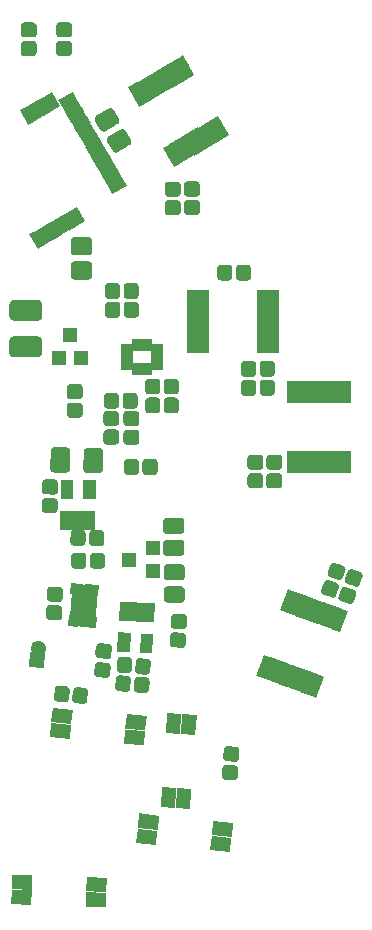
<source format=gbs>
G04 #@! TF.GenerationSoftware,KiCad,Pcbnew,(5.0.0)*
G04 #@! TF.CreationDate,2020-01-12T10:50:59+01:00*
G04 #@! TF.ProjectId,Insole_PCB,496E736F6C655F5043422E6B69636164,rev?*
G04 #@! TF.SameCoordinates,Original*
G04 #@! TF.FileFunction,Soldermask,Bot*
G04 #@! TF.FilePolarity,Negative*
%FSLAX46Y46*%
G04 Gerber Fmt 4.6, Leading zero omitted, Abs format (unit mm)*
G04 Created by KiCad (PCBNEW (5.0.0)) date 01/12/20 10:50:59*
%MOMM*%
%LPD*%
G01*
G04 APERTURE LIST*
%ADD10C,0.100000*%
%ADD11C,1.275000*%
%ADD12C,1.050000*%
%ADD13C,1.250000*%
%ADD14C,1.250000*%
%ADD15R,1.075000X0.650000*%
%ADD16R,0.650000X1.075000*%
%ADD17C,1.550000*%
%ADD18C,0.850000*%
%ADD19R,1.900000X0.850000*%
%ADD20R,0.850000X1.900000*%
%ADD21R,1.200000X1.300000*%
%ADD22C,0.810000*%
%ADD23C,2.200000*%
%ADD24C,0.900000*%
%ADD25C,0.800000*%
%ADD26C,1.200000*%
%ADD27C,1.725000*%
%ADD28R,1.300000X1.200000*%
%ADD29C,1.375000*%
%ADD30C,1.650000*%
G04 APERTURE END LIST*
D10*
G04 #@! TO.C,C3*
G36*
X192237315Y-181875117D02*
X192268526Y-181877196D01*
X192299384Y-181882326D01*
X192329590Y-181890455D01*
X192358853Y-181901505D01*
X192386893Y-181915371D01*
X192413439Y-181931918D01*
X192438234Y-181950988D01*
X192461042Y-181972396D01*
X192481641Y-181995936D01*
X192499833Y-182021382D01*
X192515444Y-182048489D01*
X192528323Y-182076996D01*
X192538345Y-182106627D01*
X192545415Y-182137099D01*
X192549464Y-182168116D01*
X192550453Y-182199381D01*
X192538018Y-182911773D01*
X192535939Y-182942984D01*
X192530809Y-182973842D01*
X192522680Y-183004048D01*
X192511630Y-183033311D01*
X192497764Y-183061351D01*
X192481217Y-183087897D01*
X192462147Y-183112692D01*
X192440739Y-183135500D01*
X192417199Y-183156099D01*
X192391753Y-183174291D01*
X192364646Y-183189902D01*
X192336139Y-183202781D01*
X192306508Y-183212803D01*
X192276036Y-183219873D01*
X192245019Y-183223922D01*
X192213754Y-183224911D01*
X191576351Y-183213785D01*
X191545140Y-183211706D01*
X191514282Y-183206576D01*
X191484076Y-183198447D01*
X191454813Y-183187397D01*
X191426773Y-183173531D01*
X191400227Y-183156984D01*
X191375432Y-183137914D01*
X191352624Y-183116506D01*
X191332025Y-183092966D01*
X191313833Y-183067520D01*
X191298222Y-183040413D01*
X191285343Y-183011906D01*
X191275321Y-182982275D01*
X191268251Y-182951803D01*
X191264202Y-182920786D01*
X191263213Y-182889521D01*
X191275648Y-182177129D01*
X191277727Y-182145918D01*
X191282857Y-182115060D01*
X191290986Y-182084854D01*
X191302036Y-182055591D01*
X191315902Y-182027551D01*
X191332449Y-182001005D01*
X191351519Y-181976210D01*
X191372927Y-181953402D01*
X191396467Y-181932803D01*
X191421913Y-181914611D01*
X191449020Y-181899000D01*
X191477527Y-181886121D01*
X191507158Y-181876099D01*
X191537630Y-181869029D01*
X191568647Y-181864980D01*
X191599912Y-181863991D01*
X192237315Y-181875117D01*
X192237315Y-181875117D01*
G37*
D11*
X191906833Y-182544451D03*
D10*
G36*
X190662555Y-181847629D02*
X190693766Y-181849708D01*
X190724624Y-181854838D01*
X190754830Y-181862967D01*
X190784093Y-181874017D01*
X190812133Y-181887883D01*
X190838679Y-181904430D01*
X190863474Y-181923500D01*
X190886282Y-181944908D01*
X190906881Y-181968448D01*
X190925073Y-181993894D01*
X190940684Y-182021001D01*
X190953563Y-182049508D01*
X190963585Y-182079139D01*
X190970655Y-182109611D01*
X190974704Y-182140628D01*
X190975693Y-182171893D01*
X190963258Y-182884285D01*
X190961179Y-182915496D01*
X190956049Y-182946354D01*
X190947920Y-182976560D01*
X190936870Y-183005823D01*
X190923004Y-183033863D01*
X190906457Y-183060409D01*
X190887387Y-183085204D01*
X190865979Y-183108012D01*
X190842439Y-183128611D01*
X190816993Y-183146803D01*
X190789886Y-183162414D01*
X190761379Y-183175293D01*
X190731748Y-183185315D01*
X190701276Y-183192385D01*
X190670259Y-183196434D01*
X190638994Y-183197423D01*
X190001591Y-183186297D01*
X189970380Y-183184218D01*
X189939522Y-183179088D01*
X189909316Y-183170959D01*
X189880053Y-183159909D01*
X189852013Y-183146043D01*
X189825467Y-183129496D01*
X189800672Y-183110426D01*
X189777864Y-183089018D01*
X189757265Y-183065478D01*
X189739073Y-183040032D01*
X189723462Y-183012925D01*
X189710583Y-182984418D01*
X189700561Y-182954787D01*
X189693491Y-182924315D01*
X189689442Y-182893298D01*
X189688453Y-182862033D01*
X189700888Y-182149641D01*
X189702967Y-182118430D01*
X189708097Y-182087572D01*
X189716226Y-182057366D01*
X189727276Y-182028103D01*
X189741142Y-182000063D01*
X189757689Y-181973517D01*
X189776759Y-181948722D01*
X189798167Y-181925914D01*
X189821707Y-181905315D01*
X189847153Y-181887123D01*
X189874260Y-181871512D01*
X189902767Y-181858633D01*
X189932398Y-181848611D01*
X189962870Y-181841541D01*
X189993887Y-181837492D01*
X190025152Y-181836503D01*
X190662555Y-181847629D01*
X190662555Y-181847629D01*
G37*
D11*
X190332073Y-182516963D03*
G04 #@! TD*
D12*
G04 #@! TO.C,U3*
X191302171Y-178447486D03*
D10*
G36*
X191812955Y-179266525D02*
X190763115Y-179248200D01*
X190791387Y-177628447D01*
X191841227Y-177646772D01*
X191812955Y-179266525D01*
X191812955Y-179266525D01*
G37*
D12*
X189402460Y-178414327D03*
D10*
G36*
X189913244Y-179233366D02*
X188863404Y-179215041D01*
X188891676Y-177595288D01*
X189941516Y-177613613D01*
X189913244Y-179233366D01*
X189913244Y-179233366D01*
G37*
D12*
X189356735Y-181033928D03*
D10*
G36*
X189867519Y-181852967D02*
X188817679Y-181834642D01*
X188845951Y-180214889D01*
X189895791Y-180233214D01*
X189867519Y-181852967D01*
X189867519Y-181852967D01*
G37*
D12*
X190306590Y-181050507D03*
D10*
G36*
X190817374Y-181869546D02*
X189767534Y-181851221D01*
X189795806Y-180231468D01*
X190845646Y-180249793D01*
X190817374Y-181869546D01*
X190817374Y-181869546D01*
G37*
D12*
X191256446Y-181067087D03*
D10*
G36*
X191767230Y-181886126D02*
X190717390Y-181867801D01*
X190745662Y-180248048D01*
X191795502Y-180266373D01*
X191767230Y-181886126D01*
X191767230Y-181886126D01*
G37*
G04 #@! TD*
D13*
G04 #@! TO.C,J2*
X186929209Y-191863143D03*
D14*
X186929209Y-191863143D02*
X186929209Y-191863143D01*
D13*
X186859453Y-192860707D03*
D10*
G36*
X187526528Y-192280827D02*
X187439333Y-193527782D01*
X186192378Y-193440587D01*
X186279573Y-192193632D01*
X187526528Y-192280827D01*
X187526528Y-192280827D01*
G37*
G04 #@! TD*
D15*
G04 #@! TO.C,U2*
X194486953Y-166460707D03*
X194486953Y-166960707D03*
X194486953Y-167460707D03*
X194486953Y-167960707D03*
X197011953Y-167960707D03*
X197011953Y-167460707D03*
X197011953Y-166960707D03*
X197011953Y-166460707D03*
D16*
X195249453Y-168223207D03*
X195749453Y-168223207D03*
X196249453Y-168223207D03*
X195249453Y-166198207D03*
X196249453Y-166198207D03*
X195749453Y-166198207D03*
G04 #@! TD*
D10*
G04 #@! TO.C,C1*
G36*
X192083608Y-193035491D02*
X192794372Y-193085192D01*
X192825431Y-193088903D01*
X192855978Y-193095640D01*
X192885717Y-193105339D01*
X192914362Y-193117906D01*
X192941638Y-193133220D01*
X192967281Y-193151134D01*
X192991045Y-193171475D01*
X193012701Y-193194047D01*
X193032039Y-193218633D01*
X193048875Y-193244997D01*
X193063046Y-193272884D01*
X193074415Y-193302025D01*
X193082873Y-193332140D01*
X193088339Y-193362940D01*
X193090759Y-193394127D01*
X193090111Y-193425401D01*
X193045641Y-194061348D01*
X193041930Y-194092408D01*
X193035193Y-194122954D01*
X193025494Y-194152693D01*
X193012927Y-194181339D01*
X192997613Y-194208614D01*
X192979699Y-194234257D01*
X192959358Y-194258021D01*
X192936786Y-194279677D01*
X192912199Y-194299016D01*
X192885836Y-194315851D01*
X192857949Y-194330022D01*
X192828808Y-194341391D01*
X192798692Y-194349849D01*
X192767893Y-194355315D01*
X192736706Y-194357735D01*
X192705432Y-194357087D01*
X191994668Y-194307386D01*
X191963609Y-194303675D01*
X191933062Y-194296938D01*
X191903323Y-194287239D01*
X191874678Y-194274672D01*
X191847402Y-194259358D01*
X191821759Y-194241444D01*
X191797995Y-194221103D01*
X191776339Y-194198531D01*
X191757001Y-194173945D01*
X191740165Y-194147581D01*
X191725994Y-194119694D01*
X191714625Y-194090553D01*
X191706167Y-194060438D01*
X191700701Y-194029638D01*
X191698281Y-193998451D01*
X191698929Y-193967177D01*
X191743399Y-193331230D01*
X191747110Y-193300170D01*
X191753847Y-193269624D01*
X191763546Y-193239885D01*
X191776113Y-193211239D01*
X191791427Y-193183964D01*
X191809341Y-193158321D01*
X191829682Y-193134557D01*
X191852254Y-193112901D01*
X191876841Y-193093562D01*
X191903204Y-193076727D01*
X191931091Y-193062556D01*
X191960232Y-193051187D01*
X191990348Y-193042729D01*
X192021147Y-193037263D01*
X192052334Y-193034843D01*
X192083608Y-193035491D01*
X192083608Y-193035491D01*
G37*
D11*
X192394520Y-193696289D03*
D10*
G36*
X192193474Y-191464327D02*
X192904238Y-191514028D01*
X192935297Y-191517739D01*
X192965844Y-191524476D01*
X192995583Y-191534175D01*
X193024228Y-191546742D01*
X193051504Y-191562056D01*
X193077147Y-191579970D01*
X193100911Y-191600311D01*
X193122567Y-191622883D01*
X193141905Y-191647469D01*
X193158741Y-191673833D01*
X193172912Y-191701720D01*
X193184281Y-191730861D01*
X193192739Y-191760976D01*
X193198205Y-191791776D01*
X193200625Y-191822963D01*
X193199977Y-191854237D01*
X193155507Y-192490184D01*
X193151796Y-192521244D01*
X193145059Y-192551790D01*
X193135360Y-192581529D01*
X193122793Y-192610175D01*
X193107479Y-192637450D01*
X193089565Y-192663093D01*
X193069224Y-192686857D01*
X193046652Y-192708513D01*
X193022065Y-192727852D01*
X192995702Y-192744687D01*
X192967815Y-192758858D01*
X192938674Y-192770227D01*
X192908558Y-192778685D01*
X192877759Y-192784151D01*
X192846572Y-192786571D01*
X192815298Y-192785923D01*
X192104534Y-192736222D01*
X192073475Y-192732511D01*
X192042928Y-192725774D01*
X192013189Y-192716075D01*
X191984544Y-192703508D01*
X191957268Y-192688194D01*
X191931625Y-192670280D01*
X191907861Y-192649939D01*
X191886205Y-192627367D01*
X191866867Y-192602781D01*
X191850031Y-192576417D01*
X191835860Y-192548530D01*
X191824491Y-192519389D01*
X191816033Y-192489274D01*
X191810567Y-192458474D01*
X191808147Y-192427287D01*
X191808795Y-192396013D01*
X191853265Y-191760066D01*
X191856976Y-191729006D01*
X191863713Y-191698460D01*
X191873412Y-191668721D01*
X191885979Y-191640075D01*
X191901293Y-191612800D01*
X191919207Y-191587157D01*
X191939548Y-191563393D01*
X191962120Y-191541737D01*
X191986707Y-191522398D01*
X192013070Y-191505563D01*
X192040957Y-191491392D01*
X192070098Y-191480023D01*
X192100214Y-191471565D01*
X192131013Y-191466099D01*
X192162200Y-191463679D01*
X192193474Y-191464327D01*
X192193474Y-191464327D01*
G37*
D11*
X192504386Y-192125125D03*
G04 #@! TD*
D10*
G04 #@! TO.C,C2*
G36*
X212921741Y-186661067D02*
X212952854Y-186664303D01*
X212983500Y-186670572D01*
X213013384Y-186679816D01*
X213682915Y-186923506D01*
X213711749Y-186935634D01*
X213739255Y-186950530D01*
X213765169Y-186968050D01*
X213789241Y-186988026D01*
X213811238Y-187010265D01*
X213830950Y-187034553D01*
X213848187Y-187060657D01*
X213862782Y-187088324D01*
X213874594Y-187117288D01*
X213883511Y-187147271D01*
X213889446Y-187177983D01*
X213892343Y-187209130D01*
X213892172Y-187240410D01*
X213888936Y-187271523D01*
X213882666Y-187302168D01*
X213873423Y-187332052D01*
X213655386Y-187931106D01*
X213643258Y-187959939D01*
X213628362Y-187987446D01*
X213610842Y-188013359D01*
X213590866Y-188037431D01*
X213568627Y-188059429D01*
X213544339Y-188079141D01*
X213518236Y-188096377D01*
X213490569Y-188110972D01*
X213461605Y-188122785D01*
X213431622Y-188131702D01*
X213400909Y-188137637D01*
X213369763Y-188140534D01*
X213338483Y-188140363D01*
X213307370Y-188137127D01*
X213276724Y-188130858D01*
X213246840Y-188121614D01*
X212577309Y-187877924D01*
X212548475Y-187865796D01*
X212520969Y-187850900D01*
X212495055Y-187833380D01*
X212470983Y-187813404D01*
X212448986Y-187791165D01*
X212429274Y-187766877D01*
X212412037Y-187740773D01*
X212397442Y-187713106D01*
X212385630Y-187684142D01*
X212376713Y-187654159D01*
X212370778Y-187623447D01*
X212367881Y-187592300D01*
X212368052Y-187561020D01*
X212371288Y-187529907D01*
X212377558Y-187499262D01*
X212386801Y-187469378D01*
X212604838Y-186870324D01*
X212616966Y-186841491D01*
X212631862Y-186813984D01*
X212649382Y-186788071D01*
X212669358Y-186763999D01*
X212691597Y-186742001D01*
X212715885Y-186722289D01*
X212741988Y-186705053D01*
X212769655Y-186690458D01*
X212798619Y-186678645D01*
X212828602Y-186669728D01*
X212859315Y-186663793D01*
X212890461Y-186660896D01*
X212921741Y-186661067D01*
X212921741Y-186661067D01*
G37*
D11*
X213130112Y-187400715D03*
D10*
G36*
X213460423Y-185181051D02*
X213491536Y-185184287D01*
X213522182Y-185190556D01*
X213552066Y-185199800D01*
X214221597Y-185443490D01*
X214250431Y-185455618D01*
X214277937Y-185470514D01*
X214303851Y-185488034D01*
X214327923Y-185508010D01*
X214349920Y-185530249D01*
X214369632Y-185554537D01*
X214386869Y-185580641D01*
X214401464Y-185608308D01*
X214413276Y-185637272D01*
X214422193Y-185667255D01*
X214428128Y-185697967D01*
X214431025Y-185729114D01*
X214430854Y-185760394D01*
X214427618Y-185791507D01*
X214421348Y-185822152D01*
X214412105Y-185852036D01*
X214194068Y-186451090D01*
X214181940Y-186479923D01*
X214167044Y-186507430D01*
X214149524Y-186533343D01*
X214129548Y-186557415D01*
X214107309Y-186579413D01*
X214083021Y-186599125D01*
X214056918Y-186616361D01*
X214029251Y-186630956D01*
X214000287Y-186642769D01*
X213970304Y-186651686D01*
X213939591Y-186657621D01*
X213908445Y-186660518D01*
X213877165Y-186660347D01*
X213846052Y-186657111D01*
X213815406Y-186650842D01*
X213785522Y-186641598D01*
X213115991Y-186397908D01*
X213087157Y-186385780D01*
X213059651Y-186370884D01*
X213033737Y-186353364D01*
X213009665Y-186333388D01*
X212987668Y-186311149D01*
X212967956Y-186286861D01*
X212950719Y-186260757D01*
X212936124Y-186233090D01*
X212924312Y-186204126D01*
X212915395Y-186174143D01*
X212909460Y-186143431D01*
X212906563Y-186112284D01*
X212906734Y-186081004D01*
X212909970Y-186049891D01*
X212916240Y-186019246D01*
X212925483Y-185989362D01*
X213143520Y-185390308D01*
X213155648Y-185361475D01*
X213170544Y-185333968D01*
X213188064Y-185308055D01*
X213208040Y-185283983D01*
X213230279Y-185261985D01*
X213254567Y-185242273D01*
X213280670Y-185225037D01*
X213308337Y-185210442D01*
X213337301Y-185198629D01*
X213367284Y-185189712D01*
X213397997Y-185183777D01*
X213429143Y-185180880D01*
X213460423Y-185181051D01*
X213460423Y-185181051D01*
G37*
D11*
X213668794Y-185920699D03*
G04 #@! TD*
D10*
G04 #@! TO.C,C4*
G36*
X188291031Y-179154902D02*
X188322242Y-179156981D01*
X188353100Y-179162111D01*
X188383306Y-179170240D01*
X188412569Y-179181290D01*
X188440609Y-179195156D01*
X188467155Y-179211703D01*
X188491950Y-179230773D01*
X188514758Y-179252181D01*
X188535357Y-179275721D01*
X188553549Y-179301167D01*
X188569160Y-179328274D01*
X188582039Y-179356781D01*
X188592061Y-179386412D01*
X188599131Y-179416884D01*
X188603180Y-179447901D01*
X188604169Y-179479166D01*
X188593043Y-180116569D01*
X188590964Y-180147780D01*
X188585834Y-180178638D01*
X188577705Y-180208844D01*
X188566655Y-180238107D01*
X188552789Y-180266147D01*
X188536242Y-180292693D01*
X188517172Y-180317488D01*
X188495764Y-180340296D01*
X188472224Y-180360895D01*
X188446778Y-180379087D01*
X188419671Y-180394698D01*
X188391164Y-180407577D01*
X188361533Y-180417599D01*
X188331061Y-180424669D01*
X188300044Y-180428718D01*
X188268779Y-180429707D01*
X187556387Y-180417272D01*
X187525176Y-180415193D01*
X187494318Y-180410063D01*
X187464112Y-180401934D01*
X187434849Y-180390884D01*
X187406809Y-180377018D01*
X187380263Y-180360471D01*
X187355468Y-180341401D01*
X187332660Y-180319993D01*
X187312061Y-180296453D01*
X187293869Y-180271007D01*
X187278258Y-180243900D01*
X187265379Y-180215393D01*
X187255357Y-180185762D01*
X187248287Y-180155290D01*
X187244238Y-180124273D01*
X187243249Y-180093008D01*
X187254375Y-179455605D01*
X187256454Y-179424394D01*
X187261584Y-179393536D01*
X187269713Y-179363330D01*
X187280763Y-179334067D01*
X187294629Y-179306027D01*
X187311176Y-179279481D01*
X187330246Y-179254686D01*
X187351654Y-179231878D01*
X187375194Y-179211279D01*
X187400640Y-179193087D01*
X187427747Y-179177476D01*
X187456254Y-179164597D01*
X187485885Y-179154575D01*
X187516357Y-179147505D01*
X187547374Y-179143456D01*
X187578639Y-179142467D01*
X188291031Y-179154902D01*
X188291031Y-179154902D01*
G37*
D11*
X187923709Y-179786087D03*
D10*
G36*
X188318519Y-177580142D02*
X188349730Y-177582221D01*
X188380588Y-177587351D01*
X188410794Y-177595480D01*
X188440057Y-177606530D01*
X188468097Y-177620396D01*
X188494643Y-177636943D01*
X188519438Y-177656013D01*
X188542246Y-177677421D01*
X188562845Y-177700961D01*
X188581037Y-177726407D01*
X188596648Y-177753514D01*
X188609527Y-177782021D01*
X188619549Y-177811652D01*
X188626619Y-177842124D01*
X188630668Y-177873141D01*
X188631657Y-177904406D01*
X188620531Y-178541809D01*
X188618452Y-178573020D01*
X188613322Y-178603878D01*
X188605193Y-178634084D01*
X188594143Y-178663347D01*
X188580277Y-178691387D01*
X188563730Y-178717933D01*
X188544660Y-178742728D01*
X188523252Y-178765536D01*
X188499712Y-178786135D01*
X188474266Y-178804327D01*
X188447159Y-178819938D01*
X188418652Y-178832817D01*
X188389021Y-178842839D01*
X188358549Y-178849909D01*
X188327532Y-178853958D01*
X188296267Y-178854947D01*
X187583875Y-178842512D01*
X187552664Y-178840433D01*
X187521806Y-178835303D01*
X187491600Y-178827174D01*
X187462337Y-178816124D01*
X187434297Y-178802258D01*
X187407751Y-178785711D01*
X187382956Y-178766641D01*
X187360148Y-178745233D01*
X187339549Y-178721693D01*
X187321357Y-178696247D01*
X187305746Y-178669140D01*
X187292867Y-178640633D01*
X187282845Y-178611002D01*
X187275775Y-178580530D01*
X187271726Y-178549513D01*
X187270737Y-178518248D01*
X187281863Y-177880845D01*
X187283942Y-177849634D01*
X187289072Y-177818776D01*
X187297201Y-177788570D01*
X187308251Y-177759307D01*
X187322117Y-177731267D01*
X187338664Y-177704721D01*
X187357734Y-177679926D01*
X187379142Y-177657118D01*
X187402682Y-177636519D01*
X187428128Y-177618327D01*
X187455235Y-177602716D01*
X187483742Y-177589837D01*
X187513373Y-177579815D01*
X187543845Y-177572745D01*
X187574862Y-177568696D01*
X187606127Y-177567707D01*
X188318519Y-177580142D01*
X188318519Y-177580142D01*
G37*
D11*
X187951197Y-178211327D03*
G04 #@! TD*
D10*
G04 #@! TO.C,C5*
G36*
X211471741Y-186111067D02*
X211502854Y-186114303D01*
X211533500Y-186120572D01*
X211563384Y-186129816D01*
X212232915Y-186373506D01*
X212261749Y-186385634D01*
X212289255Y-186400530D01*
X212315169Y-186418050D01*
X212339241Y-186438026D01*
X212361238Y-186460265D01*
X212380950Y-186484553D01*
X212398187Y-186510657D01*
X212412782Y-186538324D01*
X212424594Y-186567288D01*
X212433511Y-186597271D01*
X212439446Y-186627983D01*
X212442343Y-186659130D01*
X212442172Y-186690410D01*
X212438936Y-186721523D01*
X212432666Y-186752168D01*
X212423423Y-186782052D01*
X212205386Y-187381106D01*
X212193258Y-187409939D01*
X212178362Y-187437446D01*
X212160842Y-187463359D01*
X212140866Y-187487431D01*
X212118627Y-187509429D01*
X212094339Y-187529141D01*
X212068236Y-187546377D01*
X212040569Y-187560972D01*
X212011605Y-187572785D01*
X211981622Y-187581702D01*
X211950909Y-187587637D01*
X211919763Y-187590534D01*
X211888483Y-187590363D01*
X211857370Y-187587127D01*
X211826724Y-187580858D01*
X211796840Y-187571614D01*
X211127309Y-187327924D01*
X211098475Y-187315796D01*
X211070969Y-187300900D01*
X211045055Y-187283380D01*
X211020983Y-187263404D01*
X210998986Y-187241165D01*
X210979274Y-187216877D01*
X210962037Y-187190773D01*
X210947442Y-187163106D01*
X210935630Y-187134142D01*
X210926713Y-187104159D01*
X210920778Y-187073447D01*
X210917881Y-187042300D01*
X210918052Y-187011020D01*
X210921288Y-186979907D01*
X210927558Y-186949262D01*
X210936801Y-186919378D01*
X211154838Y-186320324D01*
X211166966Y-186291491D01*
X211181862Y-186263984D01*
X211199382Y-186238071D01*
X211219358Y-186213999D01*
X211241597Y-186192001D01*
X211265885Y-186172289D01*
X211291988Y-186155053D01*
X211319655Y-186140458D01*
X211348619Y-186128645D01*
X211378602Y-186119728D01*
X211409315Y-186113793D01*
X211440461Y-186110896D01*
X211471741Y-186111067D01*
X211471741Y-186111067D01*
G37*
D11*
X211680112Y-186850715D03*
D10*
G36*
X212010423Y-184631051D02*
X212041536Y-184634287D01*
X212072182Y-184640556D01*
X212102066Y-184649800D01*
X212771597Y-184893490D01*
X212800431Y-184905618D01*
X212827937Y-184920514D01*
X212853851Y-184938034D01*
X212877923Y-184958010D01*
X212899920Y-184980249D01*
X212919632Y-185004537D01*
X212936869Y-185030641D01*
X212951464Y-185058308D01*
X212963276Y-185087272D01*
X212972193Y-185117255D01*
X212978128Y-185147967D01*
X212981025Y-185179114D01*
X212980854Y-185210394D01*
X212977618Y-185241507D01*
X212971348Y-185272152D01*
X212962105Y-185302036D01*
X212744068Y-185901090D01*
X212731940Y-185929923D01*
X212717044Y-185957430D01*
X212699524Y-185983343D01*
X212679548Y-186007415D01*
X212657309Y-186029413D01*
X212633021Y-186049125D01*
X212606918Y-186066361D01*
X212579251Y-186080956D01*
X212550287Y-186092769D01*
X212520304Y-186101686D01*
X212489591Y-186107621D01*
X212458445Y-186110518D01*
X212427165Y-186110347D01*
X212396052Y-186107111D01*
X212365406Y-186100842D01*
X212335522Y-186091598D01*
X211665991Y-185847908D01*
X211637157Y-185835780D01*
X211609651Y-185820884D01*
X211583737Y-185803364D01*
X211559665Y-185783388D01*
X211537668Y-185761149D01*
X211517956Y-185736861D01*
X211500719Y-185710757D01*
X211486124Y-185683090D01*
X211474312Y-185654126D01*
X211465395Y-185624143D01*
X211459460Y-185593431D01*
X211456563Y-185562284D01*
X211456734Y-185531004D01*
X211459970Y-185499891D01*
X211466240Y-185469246D01*
X211475483Y-185439362D01*
X211693520Y-184840308D01*
X211705648Y-184811475D01*
X211720544Y-184783968D01*
X211738064Y-184758055D01*
X211758040Y-184733983D01*
X211780279Y-184711985D01*
X211804567Y-184692273D01*
X211830670Y-184675037D01*
X211858337Y-184660442D01*
X211887301Y-184648629D01*
X211917284Y-184639712D01*
X211947997Y-184633777D01*
X211979143Y-184630880D01*
X212010423Y-184631051D01*
X212010423Y-184631051D01*
G37*
D11*
X212218794Y-185370699D03*
G04 #@! TD*
D10*
G04 #@! TO.C,C6*
G36*
X205736946Y-175474742D02*
X205767888Y-175479332D01*
X205798231Y-175486932D01*
X205827683Y-175497470D01*
X205855961Y-175510845D01*
X205882791Y-175526926D01*
X205907916Y-175545560D01*
X205931093Y-175566567D01*
X205952100Y-175589744D01*
X205970734Y-175614869D01*
X205986815Y-175641699D01*
X206000190Y-175669977D01*
X206010728Y-175699429D01*
X206018328Y-175729772D01*
X206022918Y-175760714D01*
X206024453Y-175791957D01*
X206024453Y-176429457D01*
X206022918Y-176460700D01*
X206018328Y-176491642D01*
X206010728Y-176521985D01*
X206000190Y-176551437D01*
X205986815Y-176579715D01*
X205970734Y-176606545D01*
X205952100Y-176631670D01*
X205931093Y-176654847D01*
X205907916Y-176675854D01*
X205882791Y-176694488D01*
X205855961Y-176710569D01*
X205827683Y-176723944D01*
X205798231Y-176734482D01*
X205767888Y-176742082D01*
X205736946Y-176746672D01*
X205705703Y-176748207D01*
X204993203Y-176748207D01*
X204961960Y-176746672D01*
X204931018Y-176742082D01*
X204900675Y-176734482D01*
X204871223Y-176723944D01*
X204842945Y-176710569D01*
X204816115Y-176694488D01*
X204790990Y-176675854D01*
X204767813Y-176654847D01*
X204746806Y-176631670D01*
X204728172Y-176606545D01*
X204712091Y-176579715D01*
X204698716Y-176551437D01*
X204688178Y-176521985D01*
X204680578Y-176491642D01*
X204675988Y-176460700D01*
X204674453Y-176429457D01*
X204674453Y-175791957D01*
X204675988Y-175760714D01*
X204680578Y-175729772D01*
X204688178Y-175699429D01*
X204698716Y-175669977D01*
X204712091Y-175641699D01*
X204728172Y-175614869D01*
X204746806Y-175589744D01*
X204767813Y-175566567D01*
X204790990Y-175545560D01*
X204816115Y-175526926D01*
X204842945Y-175510845D01*
X204871223Y-175497470D01*
X204900675Y-175486932D01*
X204931018Y-175479332D01*
X204961960Y-175474742D01*
X204993203Y-175473207D01*
X205705703Y-175473207D01*
X205736946Y-175474742D01*
X205736946Y-175474742D01*
G37*
D11*
X205349453Y-176110707D03*
D10*
G36*
X205736946Y-177049742D02*
X205767888Y-177054332D01*
X205798231Y-177061932D01*
X205827683Y-177072470D01*
X205855961Y-177085845D01*
X205882791Y-177101926D01*
X205907916Y-177120560D01*
X205931093Y-177141567D01*
X205952100Y-177164744D01*
X205970734Y-177189869D01*
X205986815Y-177216699D01*
X206000190Y-177244977D01*
X206010728Y-177274429D01*
X206018328Y-177304772D01*
X206022918Y-177335714D01*
X206024453Y-177366957D01*
X206024453Y-178004457D01*
X206022918Y-178035700D01*
X206018328Y-178066642D01*
X206010728Y-178096985D01*
X206000190Y-178126437D01*
X205986815Y-178154715D01*
X205970734Y-178181545D01*
X205952100Y-178206670D01*
X205931093Y-178229847D01*
X205907916Y-178250854D01*
X205882791Y-178269488D01*
X205855961Y-178285569D01*
X205827683Y-178298944D01*
X205798231Y-178309482D01*
X205767888Y-178317082D01*
X205736946Y-178321672D01*
X205705703Y-178323207D01*
X204993203Y-178323207D01*
X204961960Y-178321672D01*
X204931018Y-178317082D01*
X204900675Y-178309482D01*
X204871223Y-178298944D01*
X204842945Y-178285569D01*
X204816115Y-178269488D01*
X204790990Y-178250854D01*
X204767813Y-178229847D01*
X204746806Y-178206670D01*
X204728172Y-178181545D01*
X204712091Y-178154715D01*
X204698716Y-178126437D01*
X204688178Y-178096985D01*
X204680578Y-178066642D01*
X204675988Y-178035700D01*
X204674453Y-178004457D01*
X204674453Y-177366957D01*
X204675988Y-177335714D01*
X204680578Y-177304772D01*
X204688178Y-177274429D01*
X204698716Y-177244977D01*
X204712091Y-177216699D01*
X204728172Y-177189869D01*
X204746806Y-177164744D01*
X204767813Y-177141567D01*
X204790990Y-177120560D01*
X204816115Y-177101926D01*
X204842945Y-177085845D01*
X204871223Y-177072470D01*
X204900675Y-177061932D01*
X204931018Y-177054332D01*
X204961960Y-177049742D01*
X204993203Y-177048207D01*
X205705703Y-177048207D01*
X205736946Y-177049742D01*
X205736946Y-177049742D01*
G37*
D11*
X205349453Y-177685707D03*
G04 #@! TD*
D10*
G04 #@! TO.C,C7*
G36*
X207336946Y-175487242D02*
X207367888Y-175491832D01*
X207398231Y-175499432D01*
X207427683Y-175509970D01*
X207455961Y-175523345D01*
X207482791Y-175539426D01*
X207507916Y-175558060D01*
X207531093Y-175579067D01*
X207552100Y-175602244D01*
X207570734Y-175627369D01*
X207586815Y-175654199D01*
X207600190Y-175682477D01*
X207610728Y-175711929D01*
X207618328Y-175742272D01*
X207622918Y-175773214D01*
X207624453Y-175804457D01*
X207624453Y-176441957D01*
X207622918Y-176473200D01*
X207618328Y-176504142D01*
X207610728Y-176534485D01*
X207600190Y-176563937D01*
X207586815Y-176592215D01*
X207570734Y-176619045D01*
X207552100Y-176644170D01*
X207531093Y-176667347D01*
X207507916Y-176688354D01*
X207482791Y-176706988D01*
X207455961Y-176723069D01*
X207427683Y-176736444D01*
X207398231Y-176746982D01*
X207367888Y-176754582D01*
X207336946Y-176759172D01*
X207305703Y-176760707D01*
X206593203Y-176760707D01*
X206561960Y-176759172D01*
X206531018Y-176754582D01*
X206500675Y-176746982D01*
X206471223Y-176736444D01*
X206442945Y-176723069D01*
X206416115Y-176706988D01*
X206390990Y-176688354D01*
X206367813Y-176667347D01*
X206346806Y-176644170D01*
X206328172Y-176619045D01*
X206312091Y-176592215D01*
X206298716Y-176563937D01*
X206288178Y-176534485D01*
X206280578Y-176504142D01*
X206275988Y-176473200D01*
X206274453Y-176441957D01*
X206274453Y-175804457D01*
X206275988Y-175773214D01*
X206280578Y-175742272D01*
X206288178Y-175711929D01*
X206298716Y-175682477D01*
X206312091Y-175654199D01*
X206328172Y-175627369D01*
X206346806Y-175602244D01*
X206367813Y-175579067D01*
X206390990Y-175558060D01*
X206416115Y-175539426D01*
X206442945Y-175523345D01*
X206471223Y-175509970D01*
X206500675Y-175499432D01*
X206531018Y-175491832D01*
X206561960Y-175487242D01*
X206593203Y-175485707D01*
X207305703Y-175485707D01*
X207336946Y-175487242D01*
X207336946Y-175487242D01*
G37*
D11*
X206949453Y-176123207D03*
D10*
G36*
X207336946Y-177062242D02*
X207367888Y-177066832D01*
X207398231Y-177074432D01*
X207427683Y-177084970D01*
X207455961Y-177098345D01*
X207482791Y-177114426D01*
X207507916Y-177133060D01*
X207531093Y-177154067D01*
X207552100Y-177177244D01*
X207570734Y-177202369D01*
X207586815Y-177229199D01*
X207600190Y-177257477D01*
X207610728Y-177286929D01*
X207618328Y-177317272D01*
X207622918Y-177348214D01*
X207624453Y-177379457D01*
X207624453Y-178016957D01*
X207622918Y-178048200D01*
X207618328Y-178079142D01*
X207610728Y-178109485D01*
X207600190Y-178138937D01*
X207586815Y-178167215D01*
X207570734Y-178194045D01*
X207552100Y-178219170D01*
X207531093Y-178242347D01*
X207507916Y-178263354D01*
X207482791Y-178281988D01*
X207455961Y-178298069D01*
X207427683Y-178311444D01*
X207398231Y-178321982D01*
X207367888Y-178329582D01*
X207336946Y-178334172D01*
X207305703Y-178335707D01*
X206593203Y-178335707D01*
X206561960Y-178334172D01*
X206531018Y-178329582D01*
X206500675Y-178321982D01*
X206471223Y-178311444D01*
X206442945Y-178298069D01*
X206416115Y-178281988D01*
X206390990Y-178263354D01*
X206367813Y-178242347D01*
X206346806Y-178219170D01*
X206328172Y-178194045D01*
X206312091Y-178167215D01*
X206298716Y-178138937D01*
X206288178Y-178109485D01*
X206280578Y-178079142D01*
X206275988Y-178048200D01*
X206274453Y-178016957D01*
X206274453Y-177379457D01*
X206275988Y-177348214D01*
X206280578Y-177317272D01*
X206288178Y-177286929D01*
X206298716Y-177257477D01*
X206312091Y-177229199D01*
X206328172Y-177202369D01*
X206346806Y-177177244D01*
X206367813Y-177154067D01*
X206390990Y-177133060D01*
X206416115Y-177114426D01*
X206442945Y-177098345D01*
X206471223Y-177084970D01*
X206500675Y-177074432D01*
X206531018Y-177066832D01*
X206561960Y-177062242D01*
X206593203Y-177060707D01*
X207305703Y-177060707D01*
X207336946Y-177062242D01*
X207336946Y-177062242D01*
G37*
D11*
X206949453Y-177698207D03*
G04 #@! TD*
D10*
G04 #@! TO.C,C8*
G36*
X206699446Y-169137242D02*
X206730388Y-169141832D01*
X206760731Y-169149432D01*
X206790183Y-169159970D01*
X206818461Y-169173345D01*
X206845291Y-169189426D01*
X206870416Y-169208060D01*
X206893593Y-169229067D01*
X206914600Y-169252244D01*
X206933234Y-169277369D01*
X206949315Y-169304199D01*
X206962690Y-169332477D01*
X206973228Y-169361929D01*
X206980828Y-169392272D01*
X206985418Y-169423214D01*
X206986953Y-169454457D01*
X206986953Y-170166957D01*
X206985418Y-170198200D01*
X206980828Y-170229142D01*
X206973228Y-170259485D01*
X206962690Y-170288937D01*
X206949315Y-170317215D01*
X206933234Y-170344045D01*
X206914600Y-170369170D01*
X206893593Y-170392347D01*
X206870416Y-170413354D01*
X206845291Y-170431988D01*
X206818461Y-170448069D01*
X206790183Y-170461444D01*
X206760731Y-170471982D01*
X206730388Y-170479582D01*
X206699446Y-170484172D01*
X206668203Y-170485707D01*
X206030703Y-170485707D01*
X205999460Y-170484172D01*
X205968518Y-170479582D01*
X205938175Y-170471982D01*
X205908723Y-170461444D01*
X205880445Y-170448069D01*
X205853615Y-170431988D01*
X205828490Y-170413354D01*
X205805313Y-170392347D01*
X205784306Y-170369170D01*
X205765672Y-170344045D01*
X205749591Y-170317215D01*
X205736216Y-170288937D01*
X205725678Y-170259485D01*
X205718078Y-170229142D01*
X205713488Y-170198200D01*
X205711953Y-170166957D01*
X205711953Y-169454457D01*
X205713488Y-169423214D01*
X205718078Y-169392272D01*
X205725678Y-169361929D01*
X205736216Y-169332477D01*
X205749591Y-169304199D01*
X205765672Y-169277369D01*
X205784306Y-169252244D01*
X205805313Y-169229067D01*
X205828490Y-169208060D01*
X205853615Y-169189426D01*
X205880445Y-169173345D01*
X205908723Y-169159970D01*
X205938175Y-169149432D01*
X205968518Y-169141832D01*
X205999460Y-169137242D01*
X206030703Y-169135707D01*
X206668203Y-169135707D01*
X206699446Y-169137242D01*
X206699446Y-169137242D01*
G37*
D11*
X206349453Y-169810707D03*
D10*
G36*
X205124446Y-169137242D02*
X205155388Y-169141832D01*
X205185731Y-169149432D01*
X205215183Y-169159970D01*
X205243461Y-169173345D01*
X205270291Y-169189426D01*
X205295416Y-169208060D01*
X205318593Y-169229067D01*
X205339600Y-169252244D01*
X205358234Y-169277369D01*
X205374315Y-169304199D01*
X205387690Y-169332477D01*
X205398228Y-169361929D01*
X205405828Y-169392272D01*
X205410418Y-169423214D01*
X205411953Y-169454457D01*
X205411953Y-170166957D01*
X205410418Y-170198200D01*
X205405828Y-170229142D01*
X205398228Y-170259485D01*
X205387690Y-170288937D01*
X205374315Y-170317215D01*
X205358234Y-170344045D01*
X205339600Y-170369170D01*
X205318593Y-170392347D01*
X205295416Y-170413354D01*
X205270291Y-170431988D01*
X205243461Y-170448069D01*
X205215183Y-170461444D01*
X205185731Y-170471982D01*
X205155388Y-170479582D01*
X205124446Y-170484172D01*
X205093203Y-170485707D01*
X204455703Y-170485707D01*
X204424460Y-170484172D01*
X204393518Y-170479582D01*
X204363175Y-170471982D01*
X204333723Y-170461444D01*
X204305445Y-170448069D01*
X204278615Y-170431988D01*
X204253490Y-170413354D01*
X204230313Y-170392347D01*
X204209306Y-170369170D01*
X204190672Y-170344045D01*
X204174591Y-170317215D01*
X204161216Y-170288937D01*
X204150678Y-170259485D01*
X204143078Y-170229142D01*
X204138488Y-170198200D01*
X204136953Y-170166957D01*
X204136953Y-169454457D01*
X204138488Y-169423214D01*
X204143078Y-169392272D01*
X204150678Y-169361929D01*
X204161216Y-169332477D01*
X204174591Y-169304199D01*
X204190672Y-169277369D01*
X204209306Y-169252244D01*
X204230313Y-169229067D01*
X204253490Y-169208060D01*
X204278615Y-169189426D01*
X204305445Y-169173345D01*
X204333723Y-169159970D01*
X204363175Y-169149432D01*
X204393518Y-169141832D01*
X204424460Y-169137242D01*
X204455703Y-169135707D01*
X205093203Y-169135707D01*
X205124446Y-169137242D01*
X205124446Y-169137242D01*
G37*
D11*
X204774453Y-169810707D03*
G04 #@! TD*
D10*
G04 #@! TO.C,C9*
G36*
X206699446Y-167537242D02*
X206730388Y-167541832D01*
X206760731Y-167549432D01*
X206790183Y-167559970D01*
X206818461Y-167573345D01*
X206845291Y-167589426D01*
X206870416Y-167608060D01*
X206893593Y-167629067D01*
X206914600Y-167652244D01*
X206933234Y-167677369D01*
X206949315Y-167704199D01*
X206962690Y-167732477D01*
X206973228Y-167761929D01*
X206980828Y-167792272D01*
X206985418Y-167823214D01*
X206986953Y-167854457D01*
X206986953Y-168566957D01*
X206985418Y-168598200D01*
X206980828Y-168629142D01*
X206973228Y-168659485D01*
X206962690Y-168688937D01*
X206949315Y-168717215D01*
X206933234Y-168744045D01*
X206914600Y-168769170D01*
X206893593Y-168792347D01*
X206870416Y-168813354D01*
X206845291Y-168831988D01*
X206818461Y-168848069D01*
X206790183Y-168861444D01*
X206760731Y-168871982D01*
X206730388Y-168879582D01*
X206699446Y-168884172D01*
X206668203Y-168885707D01*
X206030703Y-168885707D01*
X205999460Y-168884172D01*
X205968518Y-168879582D01*
X205938175Y-168871982D01*
X205908723Y-168861444D01*
X205880445Y-168848069D01*
X205853615Y-168831988D01*
X205828490Y-168813354D01*
X205805313Y-168792347D01*
X205784306Y-168769170D01*
X205765672Y-168744045D01*
X205749591Y-168717215D01*
X205736216Y-168688937D01*
X205725678Y-168659485D01*
X205718078Y-168629142D01*
X205713488Y-168598200D01*
X205711953Y-168566957D01*
X205711953Y-167854457D01*
X205713488Y-167823214D01*
X205718078Y-167792272D01*
X205725678Y-167761929D01*
X205736216Y-167732477D01*
X205749591Y-167704199D01*
X205765672Y-167677369D01*
X205784306Y-167652244D01*
X205805313Y-167629067D01*
X205828490Y-167608060D01*
X205853615Y-167589426D01*
X205880445Y-167573345D01*
X205908723Y-167559970D01*
X205938175Y-167549432D01*
X205968518Y-167541832D01*
X205999460Y-167537242D01*
X206030703Y-167535707D01*
X206668203Y-167535707D01*
X206699446Y-167537242D01*
X206699446Y-167537242D01*
G37*
D11*
X206349453Y-168210707D03*
D10*
G36*
X205124446Y-167537242D02*
X205155388Y-167541832D01*
X205185731Y-167549432D01*
X205215183Y-167559970D01*
X205243461Y-167573345D01*
X205270291Y-167589426D01*
X205295416Y-167608060D01*
X205318593Y-167629067D01*
X205339600Y-167652244D01*
X205358234Y-167677369D01*
X205374315Y-167704199D01*
X205387690Y-167732477D01*
X205398228Y-167761929D01*
X205405828Y-167792272D01*
X205410418Y-167823214D01*
X205411953Y-167854457D01*
X205411953Y-168566957D01*
X205410418Y-168598200D01*
X205405828Y-168629142D01*
X205398228Y-168659485D01*
X205387690Y-168688937D01*
X205374315Y-168717215D01*
X205358234Y-168744045D01*
X205339600Y-168769170D01*
X205318593Y-168792347D01*
X205295416Y-168813354D01*
X205270291Y-168831988D01*
X205243461Y-168848069D01*
X205215183Y-168861444D01*
X205185731Y-168871982D01*
X205155388Y-168879582D01*
X205124446Y-168884172D01*
X205093203Y-168885707D01*
X204455703Y-168885707D01*
X204424460Y-168884172D01*
X204393518Y-168879582D01*
X204363175Y-168871982D01*
X204333723Y-168861444D01*
X204305445Y-168848069D01*
X204278615Y-168831988D01*
X204253490Y-168813354D01*
X204230313Y-168792347D01*
X204209306Y-168769170D01*
X204190672Y-168744045D01*
X204174591Y-168717215D01*
X204161216Y-168688937D01*
X204150678Y-168659485D01*
X204143078Y-168629142D01*
X204138488Y-168598200D01*
X204136953Y-168566957D01*
X204136953Y-167854457D01*
X204138488Y-167823214D01*
X204143078Y-167792272D01*
X204150678Y-167761929D01*
X204161216Y-167732477D01*
X204174591Y-167704199D01*
X204190672Y-167677369D01*
X204209306Y-167652244D01*
X204230313Y-167629067D01*
X204253490Y-167608060D01*
X204278615Y-167589426D01*
X204305445Y-167573345D01*
X204333723Y-167559970D01*
X204363175Y-167549432D01*
X204393518Y-167541832D01*
X204424460Y-167537242D01*
X204455703Y-167535707D01*
X205093203Y-167535707D01*
X205124446Y-167537242D01*
X205124446Y-167537242D01*
G37*
D11*
X204774453Y-168210707D03*
G04 #@! TD*
D10*
G04 #@! TO.C,C10*
G36*
X200361946Y-152349742D02*
X200392888Y-152354332D01*
X200423231Y-152361932D01*
X200452683Y-152372470D01*
X200480961Y-152385845D01*
X200507791Y-152401926D01*
X200532916Y-152420560D01*
X200556093Y-152441567D01*
X200577100Y-152464744D01*
X200595734Y-152489869D01*
X200611815Y-152516699D01*
X200625190Y-152544977D01*
X200635728Y-152574429D01*
X200643328Y-152604772D01*
X200647918Y-152635714D01*
X200649453Y-152666957D01*
X200649453Y-153304457D01*
X200647918Y-153335700D01*
X200643328Y-153366642D01*
X200635728Y-153396985D01*
X200625190Y-153426437D01*
X200611815Y-153454715D01*
X200595734Y-153481545D01*
X200577100Y-153506670D01*
X200556093Y-153529847D01*
X200532916Y-153550854D01*
X200507791Y-153569488D01*
X200480961Y-153585569D01*
X200452683Y-153598944D01*
X200423231Y-153609482D01*
X200392888Y-153617082D01*
X200361946Y-153621672D01*
X200330703Y-153623207D01*
X199618203Y-153623207D01*
X199586960Y-153621672D01*
X199556018Y-153617082D01*
X199525675Y-153609482D01*
X199496223Y-153598944D01*
X199467945Y-153585569D01*
X199441115Y-153569488D01*
X199415990Y-153550854D01*
X199392813Y-153529847D01*
X199371806Y-153506670D01*
X199353172Y-153481545D01*
X199337091Y-153454715D01*
X199323716Y-153426437D01*
X199313178Y-153396985D01*
X199305578Y-153366642D01*
X199300988Y-153335700D01*
X199299453Y-153304457D01*
X199299453Y-152666957D01*
X199300988Y-152635714D01*
X199305578Y-152604772D01*
X199313178Y-152574429D01*
X199323716Y-152544977D01*
X199337091Y-152516699D01*
X199353172Y-152489869D01*
X199371806Y-152464744D01*
X199392813Y-152441567D01*
X199415990Y-152420560D01*
X199441115Y-152401926D01*
X199467945Y-152385845D01*
X199496223Y-152372470D01*
X199525675Y-152361932D01*
X199556018Y-152354332D01*
X199586960Y-152349742D01*
X199618203Y-152348207D01*
X200330703Y-152348207D01*
X200361946Y-152349742D01*
X200361946Y-152349742D01*
G37*
D11*
X199974453Y-152985707D03*
D10*
G36*
X200361946Y-153924742D02*
X200392888Y-153929332D01*
X200423231Y-153936932D01*
X200452683Y-153947470D01*
X200480961Y-153960845D01*
X200507791Y-153976926D01*
X200532916Y-153995560D01*
X200556093Y-154016567D01*
X200577100Y-154039744D01*
X200595734Y-154064869D01*
X200611815Y-154091699D01*
X200625190Y-154119977D01*
X200635728Y-154149429D01*
X200643328Y-154179772D01*
X200647918Y-154210714D01*
X200649453Y-154241957D01*
X200649453Y-154879457D01*
X200647918Y-154910700D01*
X200643328Y-154941642D01*
X200635728Y-154971985D01*
X200625190Y-155001437D01*
X200611815Y-155029715D01*
X200595734Y-155056545D01*
X200577100Y-155081670D01*
X200556093Y-155104847D01*
X200532916Y-155125854D01*
X200507791Y-155144488D01*
X200480961Y-155160569D01*
X200452683Y-155173944D01*
X200423231Y-155184482D01*
X200392888Y-155192082D01*
X200361946Y-155196672D01*
X200330703Y-155198207D01*
X199618203Y-155198207D01*
X199586960Y-155196672D01*
X199556018Y-155192082D01*
X199525675Y-155184482D01*
X199496223Y-155173944D01*
X199467945Y-155160569D01*
X199441115Y-155144488D01*
X199415990Y-155125854D01*
X199392813Y-155104847D01*
X199371806Y-155081670D01*
X199353172Y-155056545D01*
X199337091Y-155029715D01*
X199323716Y-155001437D01*
X199313178Y-154971985D01*
X199305578Y-154941642D01*
X199300988Y-154910700D01*
X199299453Y-154879457D01*
X199299453Y-154241957D01*
X199300988Y-154210714D01*
X199305578Y-154179772D01*
X199313178Y-154149429D01*
X199323716Y-154119977D01*
X199337091Y-154091699D01*
X199353172Y-154064869D01*
X199371806Y-154039744D01*
X199392813Y-154016567D01*
X199415990Y-153995560D01*
X199441115Y-153976926D01*
X199467945Y-153960845D01*
X199496223Y-153947470D01*
X199525675Y-153936932D01*
X199556018Y-153929332D01*
X199586960Y-153924742D01*
X199618203Y-153923207D01*
X200330703Y-153923207D01*
X200361946Y-153924742D01*
X200361946Y-153924742D01*
G37*
D11*
X199974453Y-154560707D03*
G04 #@! TD*
D10*
G04 #@! TO.C,C11*
G36*
X198736946Y-152362242D02*
X198767888Y-152366832D01*
X198798231Y-152374432D01*
X198827683Y-152384970D01*
X198855961Y-152398345D01*
X198882791Y-152414426D01*
X198907916Y-152433060D01*
X198931093Y-152454067D01*
X198952100Y-152477244D01*
X198970734Y-152502369D01*
X198986815Y-152529199D01*
X199000190Y-152557477D01*
X199010728Y-152586929D01*
X199018328Y-152617272D01*
X199022918Y-152648214D01*
X199024453Y-152679457D01*
X199024453Y-153316957D01*
X199022918Y-153348200D01*
X199018328Y-153379142D01*
X199010728Y-153409485D01*
X199000190Y-153438937D01*
X198986815Y-153467215D01*
X198970734Y-153494045D01*
X198952100Y-153519170D01*
X198931093Y-153542347D01*
X198907916Y-153563354D01*
X198882791Y-153581988D01*
X198855961Y-153598069D01*
X198827683Y-153611444D01*
X198798231Y-153621982D01*
X198767888Y-153629582D01*
X198736946Y-153634172D01*
X198705703Y-153635707D01*
X197993203Y-153635707D01*
X197961960Y-153634172D01*
X197931018Y-153629582D01*
X197900675Y-153621982D01*
X197871223Y-153611444D01*
X197842945Y-153598069D01*
X197816115Y-153581988D01*
X197790990Y-153563354D01*
X197767813Y-153542347D01*
X197746806Y-153519170D01*
X197728172Y-153494045D01*
X197712091Y-153467215D01*
X197698716Y-153438937D01*
X197688178Y-153409485D01*
X197680578Y-153379142D01*
X197675988Y-153348200D01*
X197674453Y-153316957D01*
X197674453Y-152679457D01*
X197675988Y-152648214D01*
X197680578Y-152617272D01*
X197688178Y-152586929D01*
X197698716Y-152557477D01*
X197712091Y-152529199D01*
X197728172Y-152502369D01*
X197746806Y-152477244D01*
X197767813Y-152454067D01*
X197790990Y-152433060D01*
X197816115Y-152414426D01*
X197842945Y-152398345D01*
X197871223Y-152384970D01*
X197900675Y-152374432D01*
X197931018Y-152366832D01*
X197961960Y-152362242D01*
X197993203Y-152360707D01*
X198705703Y-152360707D01*
X198736946Y-152362242D01*
X198736946Y-152362242D01*
G37*
D11*
X198349453Y-152998207D03*
D10*
G36*
X198736946Y-153937242D02*
X198767888Y-153941832D01*
X198798231Y-153949432D01*
X198827683Y-153959970D01*
X198855961Y-153973345D01*
X198882791Y-153989426D01*
X198907916Y-154008060D01*
X198931093Y-154029067D01*
X198952100Y-154052244D01*
X198970734Y-154077369D01*
X198986815Y-154104199D01*
X199000190Y-154132477D01*
X199010728Y-154161929D01*
X199018328Y-154192272D01*
X199022918Y-154223214D01*
X199024453Y-154254457D01*
X199024453Y-154891957D01*
X199022918Y-154923200D01*
X199018328Y-154954142D01*
X199010728Y-154984485D01*
X199000190Y-155013937D01*
X198986815Y-155042215D01*
X198970734Y-155069045D01*
X198952100Y-155094170D01*
X198931093Y-155117347D01*
X198907916Y-155138354D01*
X198882791Y-155156988D01*
X198855961Y-155173069D01*
X198827683Y-155186444D01*
X198798231Y-155196982D01*
X198767888Y-155204582D01*
X198736946Y-155209172D01*
X198705703Y-155210707D01*
X197993203Y-155210707D01*
X197961960Y-155209172D01*
X197931018Y-155204582D01*
X197900675Y-155196982D01*
X197871223Y-155186444D01*
X197842945Y-155173069D01*
X197816115Y-155156988D01*
X197790990Y-155138354D01*
X197767813Y-155117347D01*
X197746806Y-155094170D01*
X197728172Y-155069045D01*
X197712091Y-155042215D01*
X197698716Y-155013937D01*
X197688178Y-154984485D01*
X197680578Y-154954142D01*
X197675988Y-154923200D01*
X197674453Y-154891957D01*
X197674453Y-154254457D01*
X197675988Y-154223214D01*
X197680578Y-154192272D01*
X197688178Y-154161929D01*
X197698716Y-154132477D01*
X197712091Y-154104199D01*
X197728172Y-154077369D01*
X197746806Y-154052244D01*
X197767813Y-154029067D01*
X197790990Y-154008060D01*
X197816115Y-153989426D01*
X197842945Y-153973345D01*
X197871223Y-153959970D01*
X197900675Y-153949432D01*
X197931018Y-153941832D01*
X197961960Y-153937242D01*
X197993203Y-153935707D01*
X198705703Y-153935707D01*
X198736946Y-153937242D01*
X198736946Y-153937242D01*
G37*
D11*
X198349453Y-154573207D03*
G04 #@! TD*
D10*
G04 #@! TO.C,C12*
G36*
X196999446Y-170637242D02*
X197030388Y-170641832D01*
X197060731Y-170649432D01*
X197090183Y-170659970D01*
X197118461Y-170673345D01*
X197145291Y-170689426D01*
X197170416Y-170708060D01*
X197193593Y-170729067D01*
X197214600Y-170752244D01*
X197233234Y-170777369D01*
X197249315Y-170804199D01*
X197262690Y-170832477D01*
X197273228Y-170861929D01*
X197280828Y-170892272D01*
X197285418Y-170923214D01*
X197286953Y-170954457D01*
X197286953Y-171666957D01*
X197285418Y-171698200D01*
X197280828Y-171729142D01*
X197273228Y-171759485D01*
X197262690Y-171788937D01*
X197249315Y-171817215D01*
X197233234Y-171844045D01*
X197214600Y-171869170D01*
X197193593Y-171892347D01*
X197170416Y-171913354D01*
X197145291Y-171931988D01*
X197118461Y-171948069D01*
X197090183Y-171961444D01*
X197060731Y-171971982D01*
X197030388Y-171979582D01*
X196999446Y-171984172D01*
X196968203Y-171985707D01*
X196330703Y-171985707D01*
X196299460Y-171984172D01*
X196268518Y-171979582D01*
X196238175Y-171971982D01*
X196208723Y-171961444D01*
X196180445Y-171948069D01*
X196153615Y-171931988D01*
X196128490Y-171913354D01*
X196105313Y-171892347D01*
X196084306Y-171869170D01*
X196065672Y-171844045D01*
X196049591Y-171817215D01*
X196036216Y-171788937D01*
X196025678Y-171759485D01*
X196018078Y-171729142D01*
X196013488Y-171698200D01*
X196011953Y-171666957D01*
X196011953Y-170954457D01*
X196013488Y-170923214D01*
X196018078Y-170892272D01*
X196025678Y-170861929D01*
X196036216Y-170832477D01*
X196049591Y-170804199D01*
X196065672Y-170777369D01*
X196084306Y-170752244D01*
X196105313Y-170729067D01*
X196128490Y-170708060D01*
X196153615Y-170689426D01*
X196180445Y-170673345D01*
X196208723Y-170659970D01*
X196238175Y-170649432D01*
X196268518Y-170641832D01*
X196299460Y-170637242D01*
X196330703Y-170635707D01*
X196968203Y-170635707D01*
X196999446Y-170637242D01*
X196999446Y-170637242D01*
G37*
D11*
X196649453Y-171310707D03*
D10*
G36*
X198574446Y-170637242D02*
X198605388Y-170641832D01*
X198635731Y-170649432D01*
X198665183Y-170659970D01*
X198693461Y-170673345D01*
X198720291Y-170689426D01*
X198745416Y-170708060D01*
X198768593Y-170729067D01*
X198789600Y-170752244D01*
X198808234Y-170777369D01*
X198824315Y-170804199D01*
X198837690Y-170832477D01*
X198848228Y-170861929D01*
X198855828Y-170892272D01*
X198860418Y-170923214D01*
X198861953Y-170954457D01*
X198861953Y-171666957D01*
X198860418Y-171698200D01*
X198855828Y-171729142D01*
X198848228Y-171759485D01*
X198837690Y-171788937D01*
X198824315Y-171817215D01*
X198808234Y-171844045D01*
X198789600Y-171869170D01*
X198768593Y-171892347D01*
X198745416Y-171913354D01*
X198720291Y-171931988D01*
X198693461Y-171948069D01*
X198665183Y-171961444D01*
X198635731Y-171971982D01*
X198605388Y-171979582D01*
X198574446Y-171984172D01*
X198543203Y-171985707D01*
X197905703Y-171985707D01*
X197874460Y-171984172D01*
X197843518Y-171979582D01*
X197813175Y-171971982D01*
X197783723Y-171961444D01*
X197755445Y-171948069D01*
X197728615Y-171931988D01*
X197703490Y-171913354D01*
X197680313Y-171892347D01*
X197659306Y-171869170D01*
X197640672Y-171844045D01*
X197624591Y-171817215D01*
X197611216Y-171788937D01*
X197600678Y-171759485D01*
X197593078Y-171729142D01*
X197588488Y-171698200D01*
X197586953Y-171666957D01*
X197586953Y-170954457D01*
X197588488Y-170923214D01*
X197593078Y-170892272D01*
X197600678Y-170861929D01*
X197611216Y-170832477D01*
X197624591Y-170804199D01*
X197640672Y-170777369D01*
X197659306Y-170752244D01*
X197680313Y-170729067D01*
X197703490Y-170708060D01*
X197728615Y-170689426D01*
X197755445Y-170673345D01*
X197783723Y-170659970D01*
X197813175Y-170649432D01*
X197843518Y-170641832D01*
X197874460Y-170637242D01*
X197905703Y-170635707D01*
X198543203Y-170635707D01*
X198574446Y-170637242D01*
X198574446Y-170637242D01*
G37*
D11*
X198224453Y-171310707D03*
G04 #@! TD*
D10*
G04 #@! TO.C,C13*
G36*
X196999446Y-169037242D02*
X197030388Y-169041832D01*
X197060731Y-169049432D01*
X197090183Y-169059970D01*
X197118461Y-169073345D01*
X197145291Y-169089426D01*
X197170416Y-169108060D01*
X197193593Y-169129067D01*
X197214600Y-169152244D01*
X197233234Y-169177369D01*
X197249315Y-169204199D01*
X197262690Y-169232477D01*
X197273228Y-169261929D01*
X197280828Y-169292272D01*
X197285418Y-169323214D01*
X197286953Y-169354457D01*
X197286953Y-170066957D01*
X197285418Y-170098200D01*
X197280828Y-170129142D01*
X197273228Y-170159485D01*
X197262690Y-170188937D01*
X197249315Y-170217215D01*
X197233234Y-170244045D01*
X197214600Y-170269170D01*
X197193593Y-170292347D01*
X197170416Y-170313354D01*
X197145291Y-170331988D01*
X197118461Y-170348069D01*
X197090183Y-170361444D01*
X197060731Y-170371982D01*
X197030388Y-170379582D01*
X196999446Y-170384172D01*
X196968203Y-170385707D01*
X196330703Y-170385707D01*
X196299460Y-170384172D01*
X196268518Y-170379582D01*
X196238175Y-170371982D01*
X196208723Y-170361444D01*
X196180445Y-170348069D01*
X196153615Y-170331988D01*
X196128490Y-170313354D01*
X196105313Y-170292347D01*
X196084306Y-170269170D01*
X196065672Y-170244045D01*
X196049591Y-170217215D01*
X196036216Y-170188937D01*
X196025678Y-170159485D01*
X196018078Y-170129142D01*
X196013488Y-170098200D01*
X196011953Y-170066957D01*
X196011953Y-169354457D01*
X196013488Y-169323214D01*
X196018078Y-169292272D01*
X196025678Y-169261929D01*
X196036216Y-169232477D01*
X196049591Y-169204199D01*
X196065672Y-169177369D01*
X196084306Y-169152244D01*
X196105313Y-169129067D01*
X196128490Y-169108060D01*
X196153615Y-169089426D01*
X196180445Y-169073345D01*
X196208723Y-169059970D01*
X196238175Y-169049432D01*
X196268518Y-169041832D01*
X196299460Y-169037242D01*
X196330703Y-169035707D01*
X196968203Y-169035707D01*
X196999446Y-169037242D01*
X196999446Y-169037242D01*
G37*
D11*
X196649453Y-169710707D03*
D10*
G36*
X198574446Y-169037242D02*
X198605388Y-169041832D01*
X198635731Y-169049432D01*
X198665183Y-169059970D01*
X198693461Y-169073345D01*
X198720291Y-169089426D01*
X198745416Y-169108060D01*
X198768593Y-169129067D01*
X198789600Y-169152244D01*
X198808234Y-169177369D01*
X198824315Y-169204199D01*
X198837690Y-169232477D01*
X198848228Y-169261929D01*
X198855828Y-169292272D01*
X198860418Y-169323214D01*
X198861953Y-169354457D01*
X198861953Y-170066957D01*
X198860418Y-170098200D01*
X198855828Y-170129142D01*
X198848228Y-170159485D01*
X198837690Y-170188937D01*
X198824315Y-170217215D01*
X198808234Y-170244045D01*
X198789600Y-170269170D01*
X198768593Y-170292347D01*
X198745416Y-170313354D01*
X198720291Y-170331988D01*
X198693461Y-170348069D01*
X198665183Y-170361444D01*
X198635731Y-170371982D01*
X198605388Y-170379582D01*
X198574446Y-170384172D01*
X198543203Y-170385707D01*
X197905703Y-170385707D01*
X197874460Y-170384172D01*
X197843518Y-170379582D01*
X197813175Y-170371982D01*
X197783723Y-170361444D01*
X197755445Y-170348069D01*
X197728615Y-170331988D01*
X197703490Y-170313354D01*
X197680313Y-170292347D01*
X197659306Y-170269170D01*
X197640672Y-170244045D01*
X197624591Y-170217215D01*
X197611216Y-170188937D01*
X197600678Y-170159485D01*
X197593078Y-170129142D01*
X197588488Y-170098200D01*
X197586953Y-170066957D01*
X197586953Y-169354457D01*
X197588488Y-169323214D01*
X197593078Y-169292272D01*
X197600678Y-169261929D01*
X197611216Y-169232477D01*
X197624591Y-169204199D01*
X197640672Y-169177369D01*
X197659306Y-169152244D01*
X197680313Y-169129067D01*
X197703490Y-169108060D01*
X197728615Y-169089426D01*
X197755445Y-169073345D01*
X197783723Y-169059970D01*
X197813175Y-169049432D01*
X197843518Y-169041832D01*
X197874460Y-169037242D01*
X197905703Y-169035707D01*
X198543203Y-169035707D01*
X198574446Y-169037242D01*
X198574446Y-169037242D01*
G37*
D11*
X198224453Y-169710707D03*
G04 #@! TD*
D10*
G04 #@! TO.C,C14*
G36*
X195086946Y-170237242D02*
X195117888Y-170241832D01*
X195148231Y-170249432D01*
X195177683Y-170259970D01*
X195205961Y-170273345D01*
X195232791Y-170289426D01*
X195257916Y-170308060D01*
X195281093Y-170329067D01*
X195302100Y-170352244D01*
X195320734Y-170377369D01*
X195336815Y-170404199D01*
X195350190Y-170432477D01*
X195360728Y-170461929D01*
X195368328Y-170492272D01*
X195372918Y-170523214D01*
X195374453Y-170554457D01*
X195374453Y-171266957D01*
X195372918Y-171298200D01*
X195368328Y-171329142D01*
X195360728Y-171359485D01*
X195350190Y-171388937D01*
X195336815Y-171417215D01*
X195320734Y-171444045D01*
X195302100Y-171469170D01*
X195281093Y-171492347D01*
X195257916Y-171513354D01*
X195232791Y-171531988D01*
X195205961Y-171548069D01*
X195177683Y-171561444D01*
X195148231Y-171571982D01*
X195117888Y-171579582D01*
X195086946Y-171584172D01*
X195055703Y-171585707D01*
X194418203Y-171585707D01*
X194386960Y-171584172D01*
X194356018Y-171579582D01*
X194325675Y-171571982D01*
X194296223Y-171561444D01*
X194267945Y-171548069D01*
X194241115Y-171531988D01*
X194215990Y-171513354D01*
X194192813Y-171492347D01*
X194171806Y-171469170D01*
X194153172Y-171444045D01*
X194137091Y-171417215D01*
X194123716Y-171388937D01*
X194113178Y-171359485D01*
X194105578Y-171329142D01*
X194100988Y-171298200D01*
X194099453Y-171266957D01*
X194099453Y-170554457D01*
X194100988Y-170523214D01*
X194105578Y-170492272D01*
X194113178Y-170461929D01*
X194123716Y-170432477D01*
X194137091Y-170404199D01*
X194153172Y-170377369D01*
X194171806Y-170352244D01*
X194192813Y-170329067D01*
X194215990Y-170308060D01*
X194241115Y-170289426D01*
X194267945Y-170273345D01*
X194296223Y-170259970D01*
X194325675Y-170249432D01*
X194356018Y-170241832D01*
X194386960Y-170237242D01*
X194418203Y-170235707D01*
X195055703Y-170235707D01*
X195086946Y-170237242D01*
X195086946Y-170237242D01*
G37*
D11*
X194736953Y-170910707D03*
D10*
G36*
X193511946Y-170237242D02*
X193542888Y-170241832D01*
X193573231Y-170249432D01*
X193602683Y-170259970D01*
X193630961Y-170273345D01*
X193657791Y-170289426D01*
X193682916Y-170308060D01*
X193706093Y-170329067D01*
X193727100Y-170352244D01*
X193745734Y-170377369D01*
X193761815Y-170404199D01*
X193775190Y-170432477D01*
X193785728Y-170461929D01*
X193793328Y-170492272D01*
X193797918Y-170523214D01*
X193799453Y-170554457D01*
X193799453Y-171266957D01*
X193797918Y-171298200D01*
X193793328Y-171329142D01*
X193785728Y-171359485D01*
X193775190Y-171388937D01*
X193761815Y-171417215D01*
X193745734Y-171444045D01*
X193727100Y-171469170D01*
X193706093Y-171492347D01*
X193682916Y-171513354D01*
X193657791Y-171531988D01*
X193630961Y-171548069D01*
X193602683Y-171561444D01*
X193573231Y-171571982D01*
X193542888Y-171579582D01*
X193511946Y-171584172D01*
X193480703Y-171585707D01*
X192843203Y-171585707D01*
X192811960Y-171584172D01*
X192781018Y-171579582D01*
X192750675Y-171571982D01*
X192721223Y-171561444D01*
X192692945Y-171548069D01*
X192666115Y-171531988D01*
X192640990Y-171513354D01*
X192617813Y-171492347D01*
X192596806Y-171469170D01*
X192578172Y-171444045D01*
X192562091Y-171417215D01*
X192548716Y-171388937D01*
X192538178Y-171359485D01*
X192530578Y-171329142D01*
X192525988Y-171298200D01*
X192524453Y-171266957D01*
X192524453Y-170554457D01*
X192525988Y-170523214D01*
X192530578Y-170492272D01*
X192538178Y-170461929D01*
X192548716Y-170432477D01*
X192562091Y-170404199D01*
X192578172Y-170377369D01*
X192596806Y-170352244D01*
X192617813Y-170329067D01*
X192640990Y-170308060D01*
X192666115Y-170289426D01*
X192692945Y-170273345D01*
X192721223Y-170259970D01*
X192750675Y-170249432D01*
X192781018Y-170241832D01*
X192811960Y-170237242D01*
X192843203Y-170235707D01*
X193480703Y-170235707D01*
X193511946Y-170237242D01*
X193511946Y-170237242D01*
G37*
D11*
X193161953Y-170910707D03*
G04 #@! TD*
D10*
G04 #@! TO.C,L1*
G36*
X191215524Y-157057330D02*
X191248234Y-157062182D01*
X191280310Y-157070216D01*
X191311444Y-157081356D01*
X191341337Y-157095494D01*
X191369700Y-157112494D01*
X191396260Y-157132192D01*
X191420761Y-157154399D01*
X191442968Y-157178900D01*
X191462666Y-157205460D01*
X191479666Y-157233823D01*
X191493804Y-157263716D01*
X191504944Y-157294850D01*
X191512978Y-157326926D01*
X191517830Y-157359636D01*
X191519453Y-157392663D01*
X191519453Y-158268751D01*
X191517830Y-158301778D01*
X191512978Y-158334488D01*
X191504944Y-158366564D01*
X191493804Y-158397698D01*
X191479666Y-158427591D01*
X191462666Y-158455954D01*
X191442968Y-158482514D01*
X191420761Y-158507015D01*
X191396260Y-158529222D01*
X191369700Y-158548920D01*
X191341337Y-158565920D01*
X191311444Y-158580058D01*
X191280310Y-158591198D01*
X191248234Y-158599232D01*
X191215524Y-158604084D01*
X191182497Y-158605707D01*
X190056409Y-158605707D01*
X190023382Y-158604084D01*
X189990672Y-158599232D01*
X189958596Y-158591198D01*
X189927462Y-158580058D01*
X189897569Y-158565920D01*
X189869206Y-158548920D01*
X189842646Y-158529222D01*
X189818145Y-158507015D01*
X189795938Y-158482514D01*
X189776240Y-158455954D01*
X189759240Y-158427591D01*
X189745102Y-158397698D01*
X189733962Y-158366564D01*
X189725928Y-158334488D01*
X189721076Y-158301778D01*
X189719453Y-158268751D01*
X189719453Y-157392663D01*
X189721076Y-157359636D01*
X189725928Y-157326926D01*
X189733962Y-157294850D01*
X189745102Y-157263716D01*
X189759240Y-157233823D01*
X189776240Y-157205460D01*
X189795938Y-157178900D01*
X189818145Y-157154399D01*
X189842646Y-157132192D01*
X189869206Y-157112494D01*
X189897569Y-157095494D01*
X189927462Y-157081356D01*
X189958596Y-157070216D01*
X189990672Y-157062182D01*
X190023382Y-157057330D01*
X190056409Y-157055707D01*
X191182497Y-157055707D01*
X191215524Y-157057330D01*
X191215524Y-157057330D01*
G37*
D17*
X190619453Y-157830707D03*
D10*
G36*
X191215524Y-159107330D02*
X191248234Y-159112182D01*
X191280310Y-159120216D01*
X191311444Y-159131356D01*
X191341337Y-159145494D01*
X191369700Y-159162494D01*
X191396260Y-159182192D01*
X191420761Y-159204399D01*
X191442968Y-159228900D01*
X191462666Y-159255460D01*
X191479666Y-159283823D01*
X191493804Y-159313716D01*
X191504944Y-159344850D01*
X191512978Y-159376926D01*
X191517830Y-159409636D01*
X191519453Y-159442663D01*
X191519453Y-160318751D01*
X191517830Y-160351778D01*
X191512978Y-160384488D01*
X191504944Y-160416564D01*
X191493804Y-160447698D01*
X191479666Y-160477591D01*
X191462666Y-160505954D01*
X191442968Y-160532514D01*
X191420761Y-160557015D01*
X191396260Y-160579222D01*
X191369700Y-160598920D01*
X191341337Y-160615920D01*
X191311444Y-160630058D01*
X191280310Y-160641198D01*
X191248234Y-160649232D01*
X191215524Y-160654084D01*
X191182497Y-160655707D01*
X190056409Y-160655707D01*
X190023382Y-160654084D01*
X189990672Y-160649232D01*
X189958596Y-160641198D01*
X189927462Y-160630058D01*
X189897569Y-160615920D01*
X189869206Y-160598920D01*
X189842646Y-160579222D01*
X189818145Y-160557015D01*
X189795938Y-160532514D01*
X189776240Y-160505954D01*
X189759240Y-160477591D01*
X189745102Y-160447698D01*
X189733962Y-160416564D01*
X189725928Y-160384488D01*
X189721076Y-160351778D01*
X189719453Y-160318751D01*
X189719453Y-159442663D01*
X189721076Y-159409636D01*
X189725928Y-159376926D01*
X189733962Y-159344850D01*
X189745102Y-159313716D01*
X189759240Y-159283823D01*
X189776240Y-159255460D01*
X189795938Y-159228900D01*
X189818145Y-159204399D01*
X189842646Y-159182192D01*
X189869206Y-159162494D01*
X189897569Y-159145494D01*
X189927462Y-159131356D01*
X189958596Y-159120216D01*
X189990672Y-159112182D01*
X190023382Y-159107330D01*
X190056409Y-159105707D01*
X191182497Y-159105707D01*
X191215524Y-159107330D01*
X191215524Y-159107330D01*
G37*
D17*
X190619453Y-159880707D03*
G04 #@! TD*
D10*
G04 #@! TO.C,L2*
G36*
X193077579Y-146135917D02*
X193110429Y-146139697D01*
X193142752Y-146146677D01*
X193174234Y-146156793D01*
X193204573Y-146169945D01*
X193233477Y-146186008D01*
X193260667Y-146204827D01*
X193285881Y-146226220D01*
X193308878Y-146249981D01*
X193329434Y-146275883D01*
X193347353Y-146303674D01*
X193785397Y-147062388D01*
X193800506Y-147091802D01*
X193812659Y-147122555D01*
X193821739Y-147154351D01*
X193827658Y-147186884D01*
X193830361Y-147219841D01*
X193829820Y-147252904D01*
X193826040Y-147285755D01*
X193819060Y-147318077D01*
X193808944Y-147349559D01*
X193795792Y-147379898D01*
X193779729Y-147408802D01*
X193760910Y-147435992D01*
X193739517Y-147461206D01*
X193715756Y-147484203D01*
X193689854Y-147504760D01*
X193662063Y-147522678D01*
X192686843Y-148085722D01*
X192657429Y-148100831D01*
X192626676Y-148112984D01*
X192594880Y-148122064D01*
X192562347Y-148127983D01*
X192529390Y-148130686D01*
X192496327Y-148130145D01*
X192463477Y-148126365D01*
X192431154Y-148119385D01*
X192399672Y-148109269D01*
X192369333Y-148096117D01*
X192340429Y-148080054D01*
X192313239Y-148061235D01*
X192288025Y-148039842D01*
X192265028Y-148016081D01*
X192244472Y-147990179D01*
X192226553Y-147962388D01*
X191788509Y-147203674D01*
X191773400Y-147174260D01*
X191761247Y-147143507D01*
X191752167Y-147111711D01*
X191746248Y-147079178D01*
X191743545Y-147046221D01*
X191744086Y-147013158D01*
X191747866Y-146980307D01*
X191754846Y-146947985D01*
X191764962Y-146916503D01*
X191778114Y-146886164D01*
X191794177Y-146857260D01*
X191812996Y-146830070D01*
X191834389Y-146804856D01*
X191858150Y-146781859D01*
X191884052Y-146761302D01*
X191911843Y-146743384D01*
X192887063Y-146180340D01*
X192916477Y-146165231D01*
X192947230Y-146153078D01*
X192979026Y-146143998D01*
X193011559Y-146138079D01*
X193044516Y-146135376D01*
X193077579Y-146135917D01*
X193077579Y-146135917D01*
G37*
D17*
X192786953Y-147133031D03*
D10*
G36*
X194102579Y-147911269D02*
X194135429Y-147915049D01*
X194167752Y-147922029D01*
X194199234Y-147932145D01*
X194229573Y-147945297D01*
X194258477Y-147961360D01*
X194285667Y-147980179D01*
X194310881Y-148001572D01*
X194333878Y-148025333D01*
X194354434Y-148051235D01*
X194372353Y-148079026D01*
X194810397Y-148837740D01*
X194825506Y-148867154D01*
X194837659Y-148897907D01*
X194846739Y-148929703D01*
X194852658Y-148962236D01*
X194855361Y-148995193D01*
X194854820Y-149028256D01*
X194851040Y-149061107D01*
X194844060Y-149093429D01*
X194833944Y-149124911D01*
X194820792Y-149155250D01*
X194804729Y-149184154D01*
X194785910Y-149211344D01*
X194764517Y-149236558D01*
X194740756Y-149259555D01*
X194714854Y-149280112D01*
X194687063Y-149298030D01*
X193711843Y-149861074D01*
X193682429Y-149876183D01*
X193651676Y-149888336D01*
X193619880Y-149897416D01*
X193587347Y-149903335D01*
X193554390Y-149906038D01*
X193521327Y-149905497D01*
X193488477Y-149901717D01*
X193456154Y-149894737D01*
X193424672Y-149884621D01*
X193394333Y-149871469D01*
X193365429Y-149855406D01*
X193338239Y-149836587D01*
X193313025Y-149815194D01*
X193290028Y-149791433D01*
X193269472Y-149765531D01*
X193251553Y-149737740D01*
X192813509Y-148979026D01*
X192798400Y-148949612D01*
X192786247Y-148918859D01*
X192777167Y-148887063D01*
X192771248Y-148854530D01*
X192768545Y-148821573D01*
X192769086Y-148788510D01*
X192772866Y-148755659D01*
X192779846Y-148723337D01*
X192789962Y-148691855D01*
X192803114Y-148661516D01*
X192819177Y-148632612D01*
X192837996Y-148605422D01*
X192859389Y-148580208D01*
X192883150Y-148557211D01*
X192909052Y-148536654D01*
X192936843Y-148518736D01*
X193912063Y-147955692D01*
X193941477Y-147940583D01*
X193972230Y-147928430D01*
X194004026Y-147919350D01*
X194036559Y-147913431D01*
X194069516Y-147910728D01*
X194102579Y-147911269D01*
X194102579Y-147911269D01*
G37*
D17*
X193811953Y-148908383D03*
G04 #@! TD*
D18*
G04 #@! TO.C,MUX1*
X198354245Y-150102982D03*
D10*
G36*
X197511184Y-149492758D02*
X198247306Y-149067758D01*
X199197306Y-150713206D01*
X198461184Y-151138206D01*
X197511184Y-149492758D01*
X197511184Y-149492758D01*
G37*
D18*
X198917162Y-149777982D03*
D10*
G36*
X198074101Y-149167758D02*
X198810223Y-148742758D01*
X199760223Y-150388206D01*
X199024101Y-150813206D01*
X198074101Y-149167758D01*
X198074101Y-149167758D01*
G37*
D18*
X199480078Y-149452982D03*
D10*
G36*
X198637017Y-148842758D02*
X199373139Y-148417758D01*
X200323139Y-150063206D01*
X199587017Y-150488206D01*
X198637017Y-148842758D01*
X198637017Y-148842758D01*
G37*
D18*
X200042995Y-149127982D03*
D10*
G36*
X199199934Y-148517758D02*
X199936056Y-148092758D01*
X200886056Y-149738206D01*
X200149934Y-150163206D01*
X199199934Y-148517758D01*
X199199934Y-148517758D01*
G37*
D18*
X200605911Y-148802982D03*
D10*
G36*
X199762850Y-148192758D02*
X200498972Y-147767758D01*
X201448972Y-149413206D01*
X200712850Y-149838206D01*
X199762850Y-148192758D01*
X199762850Y-148192758D01*
G37*
D18*
X201168828Y-148477982D03*
D10*
G36*
X200325767Y-147867758D02*
X201061889Y-147442758D01*
X202011889Y-149088206D01*
X201275767Y-149513206D01*
X200325767Y-147867758D01*
X200325767Y-147867758D01*
G37*
D18*
X201731744Y-148152982D03*
D10*
G36*
X200888683Y-147542758D02*
X201624805Y-147117758D01*
X202574805Y-148763206D01*
X201838683Y-149188206D01*
X200888683Y-147542758D01*
X200888683Y-147542758D01*
G37*
D18*
X202294661Y-147827982D03*
D10*
G36*
X201451600Y-147217758D02*
X202187722Y-146792758D01*
X203137722Y-148438206D01*
X202401600Y-148863206D01*
X201451600Y-147217758D01*
X201451600Y-147217758D01*
G37*
D18*
X199344661Y-142718432D03*
D10*
G36*
X198501600Y-142108208D02*
X199237722Y-141683208D01*
X200187722Y-143328656D01*
X199451600Y-143753656D01*
X198501600Y-142108208D01*
X198501600Y-142108208D01*
G37*
D18*
X198781744Y-143043432D03*
D10*
G36*
X197938683Y-142433208D02*
X198674805Y-142008208D01*
X199624805Y-143653656D01*
X198888683Y-144078656D01*
X197938683Y-142433208D01*
X197938683Y-142433208D01*
G37*
D18*
X198218828Y-143368432D03*
D10*
G36*
X197375767Y-142758208D02*
X198111889Y-142333208D01*
X199061889Y-143978656D01*
X198325767Y-144403656D01*
X197375767Y-142758208D01*
X197375767Y-142758208D01*
G37*
D18*
X197655911Y-143693432D03*
D10*
G36*
X196812850Y-143083208D02*
X197548972Y-142658208D01*
X198498972Y-144303656D01*
X197762850Y-144728656D01*
X196812850Y-143083208D01*
X196812850Y-143083208D01*
G37*
D18*
X197092995Y-144018432D03*
D10*
G36*
X196249934Y-143408208D02*
X196986056Y-142983208D01*
X197936056Y-144628656D01*
X197199934Y-145053656D01*
X196249934Y-143408208D01*
X196249934Y-143408208D01*
G37*
D18*
X196530078Y-144343432D03*
D10*
G36*
X195687017Y-143733208D02*
X196423139Y-143308208D01*
X197373139Y-144953656D01*
X196637017Y-145378656D01*
X195687017Y-143733208D01*
X195687017Y-143733208D01*
G37*
D18*
X195967162Y-144668432D03*
D10*
G36*
X195124101Y-144058208D02*
X195860223Y-143633208D01*
X196810223Y-145278656D01*
X196074101Y-145703656D01*
X195124101Y-144058208D01*
X195124101Y-144058208D01*
G37*
D18*
X195404245Y-144993432D03*
D10*
G36*
X194561184Y-144383208D02*
X195297306Y-143958208D01*
X196247306Y-145603656D01*
X195511184Y-146028656D01*
X194561184Y-144383208D01*
X194561184Y-144383208D01*
G37*
G04 #@! TD*
D19*
G04 #@! TO.C,MUX2*
X206399453Y-166485707D03*
X206399453Y-165835707D03*
X206399453Y-165185707D03*
X206399453Y-164535707D03*
X206399453Y-163885707D03*
X206399453Y-163235707D03*
X206399453Y-162585707D03*
X206399453Y-161935707D03*
X200499453Y-161935707D03*
X200499453Y-162585707D03*
X200499453Y-163235707D03*
X200499453Y-163885707D03*
X200499453Y-164535707D03*
X200499453Y-165185707D03*
X200499453Y-165835707D03*
X200499453Y-166485707D03*
G04 #@! TD*
D20*
G04 #@! TO.C,MUX3*
X208474453Y-176110707D03*
X209124453Y-176110707D03*
X209774453Y-176110707D03*
X210424453Y-176110707D03*
X211074453Y-176110707D03*
X211724453Y-176110707D03*
X212374453Y-176110707D03*
X213024453Y-176110707D03*
X213024453Y-170210707D03*
X212374453Y-170210707D03*
X211724453Y-170210707D03*
X211074453Y-170210707D03*
X210424453Y-170210707D03*
X209774453Y-170210707D03*
X209124453Y-170210707D03*
X208474453Y-170210707D03*
G04 #@! TD*
D18*
G04 #@! TO.C,MUX4*
X212446213Y-189466710D03*
D10*
G36*
X212520663Y-190504777D02*
X211721925Y-190214059D01*
X212371763Y-188428643D01*
X213170501Y-188719361D01*
X212520663Y-190504777D01*
X212520663Y-190504777D01*
G37*
D18*
X211835413Y-189244397D03*
D10*
G36*
X211909863Y-190282464D02*
X211111125Y-189991746D01*
X211760963Y-188206330D01*
X212559701Y-188497048D01*
X211909863Y-190282464D01*
X211909863Y-190282464D01*
G37*
D18*
X211224613Y-189022083D03*
D10*
G36*
X211299063Y-190060150D02*
X210500325Y-189769432D01*
X211150163Y-187984016D01*
X211948901Y-188274734D01*
X211299063Y-190060150D01*
X211299063Y-190060150D01*
G37*
D18*
X210613813Y-188799770D03*
D10*
G36*
X210688263Y-189837837D02*
X209889525Y-189547119D01*
X210539363Y-187761703D01*
X211338101Y-188052421D01*
X210688263Y-189837837D01*
X210688263Y-189837837D01*
G37*
D18*
X210003012Y-188577457D03*
D10*
G36*
X210077462Y-189615524D02*
X209278724Y-189324806D01*
X209928562Y-187539390D01*
X210727300Y-187830108D01*
X210077462Y-189615524D01*
X210077462Y-189615524D01*
G37*
D18*
X209392212Y-188355144D03*
D10*
G36*
X209466662Y-189393211D02*
X208667924Y-189102493D01*
X209317762Y-187317077D01*
X210116500Y-187607795D01*
X209466662Y-189393211D01*
X209466662Y-189393211D01*
G37*
D18*
X208781412Y-188132831D03*
D10*
G36*
X208855862Y-189170898D02*
X208057124Y-188880180D01*
X208706962Y-187094764D01*
X209505700Y-187385482D01*
X208855862Y-189170898D01*
X208855862Y-189170898D01*
G37*
D18*
X208170612Y-187910518D03*
D10*
G36*
X208245062Y-188948585D02*
X207446324Y-188657867D01*
X208096162Y-186872451D01*
X208894900Y-187163169D01*
X208245062Y-188948585D01*
X208245062Y-188948585D01*
G37*
D18*
X206152693Y-193454704D03*
D10*
G36*
X206227143Y-194492771D02*
X205428405Y-194202053D01*
X206078243Y-192416637D01*
X206876981Y-192707355D01*
X206227143Y-194492771D01*
X206227143Y-194492771D01*
G37*
D18*
X206763493Y-193677017D03*
D10*
G36*
X206837943Y-194715084D02*
X206039205Y-194424366D01*
X206689043Y-192638950D01*
X207487781Y-192929668D01*
X206837943Y-194715084D01*
X206837943Y-194715084D01*
G37*
D18*
X207374293Y-193899331D03*
D10*
G36*
X207448743Y-194937398D02*
X206650005Y-194646680D01*
X207299843Y-192861264D01*
X208098581Y-193151982D01*
X207448743Y-194937398D01*
X207448743Y-194937398D01*
G37*
D18*
X207985093Y-194121644D03*
D10*
G36*
X208059543Y-195159711D02*
X207260805Y-194868993D01*
X207910643Y-193083577D01*
X208709381Y-193374295D01*
X208059543Y-195159711D01*
X208059543Y-195159711D01*
G37*
D18*
X208595894Y-194343957D03*
D10*
G36*
X208670344Y-195382024D02*
X207871606Y-195091306D01*
X208521444Y-193305890D01*
X209320182Y-193596608D01*
X208670344Y-195382024D01*
X208670344Y-195382024D01*
G37*
D18*
X209206694Y-194566270D03*
D10*
G36*
X209281144Y-195604337D02*
X208482406Y-195313619D01*
X209132244Y-193528203D01*
X209930982Y-193818921D01*
X209281144Y-195604337D01*
X209281144Y-195604337D01*
G37*
D18*
X209817494Y-194788583D03*
D10*
G36*
X209891944Y-195826650D02*
X209093206Y-195535932D01*
X209743044Y-193750516D01*
X210541782Y-194041234D01*
X209891944Y-195826650D01*
X209891944Y-195826650D01*
G37*
D18*
X210428294Y-195010896D03*
D10*
G36*
X210502744Y-196048963D02*
X209704006Y-195758245D01*
X210353844Y-193972829D01*
X211152582Y-194263547D01*
X210502744Y-196048963D01*
X210502744Y-196048963D01*
G37*
G04 #@! TD*
D21*
G04 #@! TO.C,Q2*
X189649453Y-165310707D03*
X188699453Y-167310707D03*
X190599453Y-167310707D03*
G04 #@! TD*
D10*
G04 #@! TO.C,R1*
G36*
X198549485Y-188952594D02*
X199261009Y-188989884D01*
X199292129Y-188993052D01*
X199322789Y-188999255D01*
X199352692Y-189008433D01*
X199381553Y-189020498D01*
X199409091Y-189035334D01*
X199435043Y-189052798D01*
X199459158Y-189072721D01*
X199481205Y-189094912D01*
X199500970Y-189119157D01*
X199518263Y-189145223D01*
X199532918Y-189172858D01*
X199544794Y-189201796D01*
X199553776Y-189231760D01*
X199559778Y-189262459D01*
X199562743Y-189293599D01*
X199562640Y-189324879D01*
X199529276Y-189961505D01*
X199526108Y-189992625D01*
X199519905Y-190023284D01*
X199510727Y-190053188D01*
X199498662Y-190082048D01*
X199483826Y-190109587D01*
X199466363Y-190135539D01*
X199446439Y-190159654D01*
X199424248Y-190181700D01*
X199400003Y-190201465D01*
X199373938Y-190218759D01*
X199346303Y-190233414D01*
X199317364Y-190245290D01*
X199287401Y-190254272D01*
X199256701Y-190260274D01*
X199225561Y-190263239D01*
X199194281Y-190263136D01*
X198482757Y-190225846D01*
X198451637Y-190222678D01*
X198420977Y-190216475D01*
X198391074Y-190207297D01*
X198362213Y-190195232D01*
X198334675Y-190180396D01*
X198308723Y-190162932D01*
X198284608Y-190143009D01*
X198262561Y-190120818D01*
X198242796Y-190096573D01*
X198225503Y-190070507D01*
X198210848Y-190042872D01*
X198198972Y-190013934D01*
X198189990Y-189983970D01*
X198183988Y-189953271D01*
X198181023Y-189922131D01*
X198181126Y-189890851D01*
X198214490Y-189254225D01*
X198217658Y-189223105D01*
X198223861Y-189192446D01*
X198233039Y-189162542D01*
X198245104Y-189133682D01*
X198259940Y-189106143D01*
X198277403Y-189080191D01*
X198297327Y-189056076D01*
X198319518Y-189034030D01*
X198343763Y-189014265D01*
X198369828Y-188996971D01*
X198397463Y-188982316D01*
X198426402Y-188970440D01*
X198456365Y-188961458D01*
X198487065Y-188955456D01*
X198518205Y-188952491D01*
X198549485Y-188952594D01*
X198549485Y-188952594D01*
G37*
D11*
X198871883Y-189607865D03*
D10*
G36*
X198467055Y-190525436D02*
X199178579Y-190562726D01*
X199209699Y-190565894D01*
X199240359Y-190572097D01*
X199270262Y-190581275D01*
X199299123Y-190593340D01*
X199326661Y-190608176D01*
X199352613Y-190625640D01*
X199376728Y-190645563D01*
X199398775Y-190667754D01*
X199418540Y-190691999D01*
X199435833Y-190718065D01*
X199450488Y-190745700D01*
X199462364Y-190774638D01*
X199471346Y-190804602D01*
X199477348Y-190835301D01*
X199480313Y-190866441D01*
X199480210Y-190897721D01*
X199446846Y-191534347D01*
X199443678Y-191565467D01*
X199437475Y-191596126D01*
X199428297Y-191626030D01*
X199416232Y-191654890D01*
X199401396Y-191682429D01*
X199383933Y-191708381D01*
X199364009Y-191732496D01*
X199341818Y-191754542D01*
X199317573Y-191774307D01*
X199291508Y-191791601D01*
X199263873Y-191806256D01*
X199234934Y-191818132D01*
X199204971Y-191827114D01*
X199174271Y-191833116D01*
X199143131Y-191836081D01*
X199111851Y-191835978D01*
X198400327Y-191798688D01*
X198369207Y-191795520D01*
X198338547Y-191789317D01*
X198308644Y-191780139D01*
X198279783Y-191768074D01*
X198252245Y-191753238D01*
X198226293Y-191735774D01*
X198202178Y-191715851D01*
X198180131Y-191693660D01*
X198160366Y-191669415D01*
X198143073Y-191643349D01*
X198128418Y-191615714D01*
X198116542Y-191586776D01*
X198107560Y-191556812D01*
X198101558Y-191526113D01*
X198098593Y-191494973D01*
X198098696Y-191463693D01*
X198132060Y-190827067D01*
X198135228Y-190795947D01*
X198141431Y-190765288D01*
X198150609Y-190735384D01*
X198162674Y-190706524D01*
X198177510Y-190678985D01*
X198194973Y-190653033D01*
X198214897Y-190628918D01*
X198237088Y-190606872D01*
X198261333Y-190587107D01*
X198287398Y-190569813D01*
X198315033Y-190555158D01*
X198343972Y-190543282D01*
X198373935Y-190534300D01*
X198404635Y-190528298D01*
X198435775Y-190525333D01*
X198467055Y-190525436D01*
X198467055Y-190525436D01*
G37*
D11*
X198789453Y-191180707D03*
G04 #@! TD*
D10*
G04 #@! TO.C,R2*
G36*
X195174446Y-160937242D02*
X195205388Y-160941832D01*
X195235731Y-160949432D01*
X195265183Y-160959970D01*
X195293461Y-160973345D01*
X195320291Y-160989426D01*
X195345416Y-161008060D01*
X195368593Y-161029067D01*
X195389600Y-161052244D01*
X195408234Y-161077369D01*
X195424315Y-161104199D01*
X195437690Y-161132477D01*
X195448228Y-161161929D01*
X195455828Y-161192272D01*
X195460418Y-161223214D01*
X195461953Y-161254457D01*
X195461953Y-161966957D01*
X195460418Y-161998200D01*
X195455828Y-162029142D01*
X195448228Y-162059485D01*
X195437690Y-162088937D01*
X195424315Y-162117215D01*
X195408234Y-162144045D01*
X195389600Y-162169170D01*
X195368593Y-162192347D01*
X195345416Y-162213354D01*
X195320291Y-162231988D01*
X195293461Y-162248069D01*
X195265183Y-162261444D01*
X195235731Y-162271982D01*
X195205388Y-162279582D01*
X195174446Y-162284172D01*
X195143203Y-162285707D01*
X194505703Y-162285707D01*
X194474460Y-162284172D01*
X194443518Y-162279582D01*
X194413175Y-162271982D01*
X194383723Y-162261444D01*
X194355445Y-162248069D01*
X194328615Y-162231988D01*
X194303490Y-162213354D01*
X194280313Y-162192347D01*
X194259306Y-162169170D01*
X194240672Y-162144045D01*
X194224591Y-162117215D01*
X194211216Y-162088937D01*
X194200678Y-162059485D01*
X194193078Y-162029142D01*
X194188488Y-161998200D01*
X194186953Y-161966957D01*
X194186953Y-161254457D01*
X194188488Y-161223214D01*
X194193078Y-161192272D01*
X194200678Y-161161929D01*
X194211216Y-161132477D01*
X194224591Y-161104199D01*
X194240672Y-161077369D01*
X194259306Y-161052244D01*
X194280313Y-161029067D01*
X194303490Y-161008060D01*
X194328615Y-160989426D01*
X194355445Y-160973345D01*
X194383723Y-160959970D01*
X194413175Y-160949432D01*
X194443518Y-160941832D01*
X194474460Y-160937242D01*
X194505703Y-160935707D01*
X195143203Y-160935707D01*
X195174446Y-160937242D01*
X195174446Y-160937242D01*
G37*
D11*
X194824453Y-161610707D03*
D10*
G36*
X193599446Y-160937242D02*
X193630388Y-160941832D01*
X193660731Y-160949432D01*
X193690183Y-160959970D01*
X193718461Y-160973345D01*
X193745291Y-160989426D01*
X193770416Y-161008060D01*
X193793593Y-161029067D01*
X193814600Y-161052244D01*
X193833234Y-161077369D01*
X193849315Y-161104199D01*
X193862690Y-161132477D01*
X193873228Y-161161929D01*
X193880828Y-161192272D01*
X193885418Y-161223214D01*
X193886953Y-161254457D01*
X193886953Y-161966957D01*
X193885418Y-161998200D01*
X193880828Y-162029142D01*
X193873228Y-162059485D01*
X193862690Y-162088937D01*
X193849315Y-162117215D01*
X193833234Y-162144045D01*
X193814600Y-162169170D01*
X193793593Y-162192347D01*
X193770416Y-162213354D01*
X193745291Y-162231988D01*
X193718461Y-162248069D01*
X193690183Y-162261444D01*
X193660731Y-162271982D01*
X193630388Y-162279582D01*
X193599446Y-162284172D01*
X193568203Y-162285707D01*
X192930703Y-162285707D01*
X192899460Y-162284172D01*
X192868518Y-162279582D01*
X192838175Y-162271982D01*
X192808723Y-162261444D01*
X192780445Y-162248069D01*
X192753615Y-162231988D01*
X192728490Y-162213354D01*
X192705313Y-162192347D01*
X192684306Y-162169170D01*
X192665672Y-162144045D01*
X192649591Y-162117215D01*
X192636216Y-162088937D01*
X192625678Y-162059485D01*
X192618078Y-162029142D01*
X192613488Y-161998200D01*
X192611953Y-161966957D01*
X192611953Y-161254457D01*
X192613488Y-161223214D01*
X192618078Y-161192272D01*
X192625678Y-161161929D01*
X192636216Y-161132477D01*
X192649591Y-161104199D01*
X192665672Y-161077369D01*
X192684306Y-161052244D01*
X192705313Y-161029067D01*
X192728490Y-161008060D01*
X192753615Y-160989426D01*
X192780445Y-160973345D01*
X192808723Y-160959970D01*
X192838175Y-160949432D01*
X192868518Y-160941832D01*
X192899460Y-160937242D01*
X192930703Y-160935707D01*
X193568203Y-160935707D01*
X193599446Y-160937242D01*
X193599446Y-160937242D01*
G37*
D11*
X193249453Y-161610707D03*
G04 #@! TD*
D10*
G04 #@! TO.C,R3*
G36*
X195186946Y-162537242D02*
X195217888Y-162541832D01*
X195248231Y-162549432D01*
X195277683Y-162559970D01*
X195305961Y-162573345D01*
X195332791Y-162589426D01*
X195357916Y-162608060D01*
X195381093Y-162629067D01*
X195402100Y-162652244D01*
X195420734Y-162677369D01*
X195436815Y-162704199D01*
X195450190Y-162732477D01*
X195460728Y-162761929D01*
X195468328Y-162792272D01*
X195472918Y-162823214D01*
X195474453Y-162854457D01*
X195474453Y-163566957D01*
X195472918Y-163598200D01*
X195468328Y-163629142D01*
X195460728Y-163659485D01*
X195450190Y-163688937D01*
X195436815Y-163717215D01*
X195420734Y-163744045D01*
X195402100Y-163769170D01*
X195381093Y-163792347D01*
X195357916Y-163813354D01*
X195332791Y-163831988D01*
X195305961Y-163848069D01*
X195277683Y-163861444D01*
X195248231Y-163871982D01*
X195217888Y-163879582D01*
X195186946Y-163884172D01*
X195155703Y-163885707D01*
X194518203Y-163885707D01*
X194486960Y-163884172D01*
X194456018Y-163879582D01*
X194425675Y-163871982D01*
X194396223Y-163861444D01*
X194367945Y-163848069D01*
X194341115Y-163831988D01*
X194315990Y-163813354D01*
X194292813Y-163792347D01*
X194271806Y-163769170D01*
X194253172Y-163744045D01*
X194237091Y-163717215D01*
X194223716Y-163688937D01*
X194213178Y-163659485D01*
X194205578Y-163629142D01*
X194200988Y-163598200D01*
X194199453Y-163566957D01*
X194199453Y-162854457D01*
X194200988Y-162823214D01*
X194205578Y-162792272D01*
X194213178Y-162761929D01*
X194223716Y-162732477D01*
X194237091Y-162704199D01*
X194253172Y-162677369D01*
X194271806Y-162652244D01*
X194292813Y-162629067D01*
X194315990Y-162608060D01*
X194341115Y-162589426D01*
X194367945Y-162573345D01*
X194396223Y-162559970D01*
X194425675Y-162549432D01*
X194456018Y-162541832D01*
X194486960Y-162537242D01*
X194518203Y-162535707D01*
X195155703Y-162535707D01*
X195186946Y-162537242D01*
X195186946Y-162537242D01*
G37*
D11*
X194836953Y-163210707D03*
D10*
G36*
X193611946Y-162537242D02*
X193642888Y-162541832D01*
X193673231Y-162549432D01*
X193702683Y-162559970D01*
X193730961Y-162573345D01*
X193757791Y-162589426D01*
X193782916Y-162608060D01*
X193806093Y-162629067D01*
X193827100Y-162652244D01*
X193845734Y-162677369D01*
X193861815Y-162704199D01*
X193875190Y-162732477D01*
X193885728Y-162761929D01*
X193893328Y-162792272D01*
X193897918Y-162823214D01*
X193899453Y-162854457D01*
X193899453Y-163566957D01*
X193897918Y-163598200D01*
X193893328Y-163629142D01*
X193885728Y-163659485D01*
X193875190Y-163688937D01*
X193861815Y-163717215D01*
X193845734Y-163744045D01*
X193827100Y-163769170D01*
X193806093Y-163792347D01*
X193782916Y-163813354D01*
X193757791Y-163831988D01*
X193730961Y-163848069D01*
X193702683Y-163861444D01*
X193673231Y-163871982D01*
X193642888Y-163879582D01*
X193611946Y-163884172D01*
X193580703Y-163885707D01*
X192943203Y-163885707D01*
X192911960Y-163884172D01*
X192881018Y-163879582D01*
X192850675Y-163871982D01*
X192821223Y-163861444D01*
X192792945Y-163848069D01*
X192766115Y-163831988D01*
X192740990Y-163813354D01*
X192717813Y-163792347D01*
X192696806Y-163769170D01*
X192678172Y-163744045D01*
X192662091Y-163717215D01*
X192648716Y-163688937D01*
X192638178Y-163659485D01*
X192630578Y-163629142D01*
X192625988Y-163598200D01*
X192624453Y-163566957D01*
X192624453Y-162854457D01*
X192625988Y-162823214D01*
X192630578Y-162792272D01*
X192638178Y-162761929D01*
X192648716Y-162732477D01*
X192662091Y-162704199D01*
X192678172Y-162677369D01*
X192696806Y-162652244D01*
X192717813Y-162629067D01*
X192740990Y-162608060D01*
X192766115Y-162589426D01*
X192792945Y-162573345D01*
X192821223Y-162559970D01*
X192850675Y-162549432D01*
X192881018Y-162541832D01*
X192911960Y-162537242D01*
X192943203Y-162535707D01*
X193580703Y-162535707D01*
X193611946Y-162537242D01*
X193611946Y-162537242D01*
G37*
D11*
X193261953Y-163210707D03*
G04 #@! TD*
D10*
G04 #@! TO.C,R4*
G36*
X188690251Y-188243048D02*
X188721422Y-188245672D01*
X188752185Y-188251339D01*
X188782244Y-188259994D01*
X188811311Y-188271554D01*
X188839104Y-188285907D01*
X188865357Y-188302915D01*
X188889816Y-188322414D01*
X188912246Y-188344217D01*
X188932431Y-188368113D01*
X188950177Y-188393873D01*
X188965312Y-188421249D01*
X188977691Y-188449975D01*
X188987195Y-188479777D01*
X188993732Y-188510367D01*
X188997239Y-188541451D01*
X188997683Y-188572728D01*
X188975435Y-189209840D01*
X188972811Y-189241010D01*
X188967144Y-189271773D01*
X188958489Y-189301833D01*
X188946929Y-189330899D01*
X188932576Y-189358693D01*
X188915568Y-189384945D01*
X188896069Y-189409405D01*
X188874266Y-189431835D01*
X188850370Y-189452020D01*
X188824610Y-189469766D01*
X188797235Y-189484901D01*
X188768508Y-189497280D01*
X188738706Y-189506784D01*
X188708116Y-189513321D01*
X188677033Y-189516828D01*
X188645755Y-189517272D01*
X187933689Y-189492406D01*
X187902518Y-189489782D01*
X187871755Y-189484115D01*
X187841696Y-189475460D01*
X187812629Y-189463900D01*
X187784836Y-189449547D01*
X187758583Y-189432539D01*
X187734124Y-189413040D01*
X187711694Y-189391237D01*
X187691509Y-189367341D01*
X187673763Y-189341581D01*
X187658628Y-189314205D01*
X187646249Y-189285479D01*
X187636745Y-189255677D01*
X187630208Y-189225087D01*
X187626701Y-189194003D01*
X187626257Y-189162726D01*
X187648505Y-188525614D01*
X187651129Y-188494444D01*
X187656796Y-188463681D01*
X187665451Y-188433621D01*
X187677011Y-188404555D01*
X187691364Y-188376761D01*
X187708372Y-188350509D01*
X187727871Y-188326049D01*
X187749674Y-188303619D01*
X187773570Y-188283434D01*
X187799330Y-188265688D01*
X187826705Y-188250553D01*
X187855432Y-188238174D01*
X187885234Y-188228670D01*
X187915824Y-188222133D01*
X187946907Y-188218626D01*
X187978185Y-188218182D01*
X188690251Y-188243048D01*
X188690251Y-188243048D01*
G37*
D11*
X188311970Y-188867727D03*
D10*
G36*
X188745217Y-186669008D02*
X188776388Y-186671632D01*
X188807151Y-186677299D01*
X188837210Y-186685954D01*
X188866277Y-186697514D01*
X188894070Y-186711867D01*
X188920323Y-186728875D01*
X188944782Y-186748374D01*
X188967212Y-186770177D01*
X188987397Y-186794073D01*
X189005143Y-186819833D01*
X189020278Y-186847209D01*
X189032657Y-186875935D01*
X189042161Y-186905737D01*
X189048698Y-186936327D01*
X189052205Y-186967411D01*
X189052649Y-186998688D01*
X189030401Y-187635800D01*
X189027777Y-187666970D01*
X189022110Y-187697733D01*
X189013455Y-187727793D01*
X189001895Y-187756859D01*
X188987542Y-187784653D01*
X188970534Y-187810905D01*
X188951035Y-187835365D01*
X188929232Y-187857795D01*
X188905336Y-187877980D01*
X188879576Y-187895726D01*
X188852201Y-187910861D01*
X188823474Y-187923240D01*
X188793672Y-187932744D01*
X188763082Y-187939281D01*
X188731999Y-187942788D01*
X188700721Y-187943232D01*
X187988655Y-187918366D01*
X187957484Y-187915742D01*
X187926721Y-187910075D01*
X187896662Y-187901420D01*
X187867595Y-187889860D01*
X187839802Y-187875507D01*
X187813549Y-187858499D01*
X187789090Y-187839000D01*
X187766660Y-187817197D01*
X187746475Y-187793301D01*
X187728729Y-187767541D01*
X187713594Y-187740165D01*
X187701215Y-187711439D01*
X187691711Y-187681637D01*
X187685174Y-187651047D01*
X187681667Y-187619963D01*
X187681223Y-187588686D01*
X187703471Y-186951574D01*
X187706095Y-186920404D01*
X187711762Y-186889641D01*
X187720417Y-186859581D01*
X187731977Y-186830515D01*
X187746330Y-186802721D01*
X187763338Y-186776469D01*
X187782837Y-186752009D01*
X187804640Y-186729579D01*
X187828536Y-186709394D01*
X187854296Y-186691648D01*
X187881671Y-186676513D01*
X187910398Y-186664134D01*
X187940200Y-186654630D01*
X187970790Y-186648093D01*
X188001873Y-186644586D01*
X188033151Y-186644142D01*
X188745217Y-186669008D01*
X188745217Y-186669008D01*
G37*
D11*
X188366936Y-187293687D03*
G04 #@! TD*
D10*
G04 #@! TO.C,R5*
G36*
X202993474Y-200164327D02*
X203704238Y-200214028D01*
X203735297Y-200217739D01*
X203765844Y-200224476D01*
X203795583Y-200234175D01*
X203824228Y-200246742D01*
X203851504Y-200262056D01*
X203877147Y-200279970D01*
X203900911Y-200300311D01*
X203922567Y-200322883D01*
X203941905Y-200347469D01*
X203958741Y-200373833D01*
X203972912Y-200401720D01*
X203984281Y-200430861D01*
X203992739Y-200460976D01*
X203998205Y-200491776D01*
X204000625Y-200522963D01*
X203999977Y-200554237D01*
X203955507Y-201190184D01*
X203951796Y-201221244D01*
X203945059Y-201251790D01*
X203935360Y-201281529D01*
X203922793Y-201310175D01*
X203907479Y-201337450D01*
X203889565Y-201363093D01*
X203869224Y-201386857D01*
X203846652Y-201408513D01*
X203822065Y-201427852D01*
X203795702Y-201444687D01*
X203767815Y-201458858D01*
X203738674Y-201470227D01*
X203708558Y-201478685D01*
X203677759Y-201484151D01*
X203646572Y-201486571D01*
X203615298Y-201485923D01*
X202904534Y-201436222D01*
X202873475Y-201432511D01*
X202842928Y-201425774D01*
X202813189Y-201416075D01*
X202784544Y-201403508D01*
X202757268Y-201388194D01*
X202731625Y-201370280D01*
X202707861Y-201349939D01*
X202686205Y-201327367D01*
X202666867Y-201302781D01*
X202650031Y-201276417D01*
X202635860Y-201248530D01*
X202624491Y-201219389D01*
X202616033Y-201189274D01*
X202610567Y-201158474D01*
X202608147Y-201127287D01*
X202608795Y-201096013D01*
X202653265Y-200460066D01*
X202656976Y-200429006D01*
X202663713Y-200398460D01*
X202673412Y-200368721D01*
X202685979Y-200340075D01*
X202701293Y-200312800D01*
X202719207Y-200287157D01*
X202739548Y-200263393D01*
X202762120Y-200241737D01*
X202786707Y-200222398D01*
X202813070Y-200205563D01*
X202840957Y-200191392D01*
X202870098Y-200180023D01*
X202900214Y-200171565D01*
X202931013Y-200166099D01*
X202962200Y-200163679D01*
X202993474Y-200164327D01*
X202993474Y-200164327D01*
G37*
D11*
X203304386Y-200825125D03*
D10*
G36*
X202883608Y-201735491D02*
X203594372Y-201785192D01*
X203625431Y-201788903D01*
X203655978Y-201795640D01*
X203685717Y-201805339D01*
X203714362Y-201817906D01*
X203741638Y-201833220D01*
X203767281Y-201851134D01*
X203791045Y-201871475D01*
X203812701Y-201894047D01*
X203832039Y-201918633D01*
X203848875Y-201944997D01*
X203863046Y-201972884D01*
X203874415Y-202002025D01*
X203882873Y-202032140D01*
X203888339Y-202062940D01*
X203890759Y-202094127D01*
X203890111Y-202125401D01*
X203845641Y-202761348D01*
X203841930Y-202792408D01*
X203835193Y-202822954D01*
X203825494Y-202852693D01*
X203812927Y-202881339D01*
X203797613Y-202908614D01*
X203779699Y-202934257D01*
X203759358Y-202958021D01*
X203736786Y-202979677D01*
X203712199Y-202999016D01*
X203685836Y-203015851D01*
X203657949Y-203030022D01*
X203628808Y-203041391D01*
X203598692Y-203049849D01*
X203567893Y-203055315D01*
X203536706Y-203057735D01*
X203505432Y-203057087D01*
X202794668Y-203007386D01*
X202763609Y-203003675D01*
X202733062Y-202996938D01*
X202703323Y-202987239D01*
X202674678Y-202974672D01*
X202647402Y-202959358D01*
X202621759Y-202941444D01*
X202597995Y-202921103D01*
X202576339Y-202898531D01*
X202557001Y-202873945D01*
X202540165Y-202847581D01*
X202525994Y-202819694D01*
X202514625Y-202790553D01*
X202506167Y-202760438D01*
X202500701Y-202729638D01*
X202498281Y-202698451D01*
X202498929Y-202667177D01*
X202543399Y-202031230D01*
X202547110Y-202000170D01*
X202553847Y-201969624D01*
X202563546Y-201939885D01*
X202576113Y-201911239D01*
X202591427Y-201883964D01*
X202609341Y-201858321D01*
X202629682Y-201834557D01*
X202652254Y-201812901D01*
X202676841Y-201793562D01*
X202703204Y-201776727D01*
X202731091Y-201762556D01*
X202760232Y-201751187D01*
X202790348Y-201742729D01*
X202821147Y-201737263D01*
X202852334Y-201734843D01*
X202883608Y-201735491D01*
X202883608Y-201735491D01*
G37*
D11*
X203194520Y-202396289D03*
G04 #@! TD*
D10*
G04 #@! TO.C,R6*
G36*
X196774446Y-175837242D02*
X196805388Y-175841832D01*
X196835731Y-175849432D01*
X196865183Y-175859970D01*
X196893461Y-175873345D01*
X196920291Y-175889426D01*
X196945416Y-175908060D01*
X196968593Y-175929067D01*
X196989600Y-175952244D01*
X197008234Y-175977369D01*
X197024315Y-176004199D01*
X197037690Y-176032477D01*
X197048228Y-176061929D01*
X197055828Y-176092272D01*
X197060418Y-176123214D01*
X197061953Y-176154457D01*
X197061953Y-176866957D01*
X197060418Y-176898200D01*
X197055828Y-176929142D01*
X197048228Y-176959485D01*
X197037690Y-176988937D01*
X197024315Y-177017215D01*
X197008234Y-177044045D01*
X196989600Y-177069170D01*
X196968593Y-177092347D01*
X196945416Y-177113354D01*
X196920291Y-177131988D01*
X196893461Y-177148069D01*
X196865183Y-177161444D01*
X196835731Y-177171982D01*
X196805388Y-177179582D01*
X196774446Y-177184172D01*
X196743203Y-177185707D01*
X196105703Y-177185707D01*
X196074460Y-177184172D01*
X196043518Y-177179582D01*
X196013175Y-177171982D01*
X195983723Y-177161444D01*
X195955445Y-177148069D01*
X195928615Y-177131988D01*
X195903490Y-177113354D01*
X195880313Y-177092347D01*
X195859306Y-177069170D01*
X195840672Y-177044045D01*
X195824591Y-177017215D01*
X195811216Y-176988937D01*
X195800678Y-176959485D01*
X195793078Y-176929142D01*
X195788488Y-176898200D01*
X195786953Y-176866957D01*
X195786953Y-176154457D01*
X195788488Y-176123214D01*
X195793078Y-176092272D01*
X195800678Y-176061929D01*
X195811216Y-176032477D01*
X195824591Y-176004199D01*
X195840672Y-175977369D01*
X195859306Y-175952244D01*
X195880313Y-175929067D01*
X195903490Y-175908060D01*
X195928615Y-175889426D01*
X195955445Y-175873345D01*
X195983723Y-175859970D01*
X196013175Y-175849432D01*
X196043518Y-175841832D01*
X196074460Y-175837242D01*
X196105703Y-175835707D01*
X196743203Y-175835707D01*
X196774446Y-175837242D01*
X196774446Y-175837242D01*
G37*
D11*
X196424453Y-176510707D03*
D10*
G36*
X195199446Y-175837242D02*
X195230388Y-175841832D01*
X195260731Y-175849432D01*
X195290183Y-175859970D01*
X195318461Y-175873345D01*
X195345291Y-175889426D01*
X195370416Y-175908060D01*
X195393593Y-175929067D01*
X195414600Y-175952244D01*
X195433234Y-175977369D01*
X195449315Y-176004199D01*
X195462690Y-176032477D01*
X195473228Y-176061929D01*
X195480828Y-176092272D01*
X195485418Y-176123214D01*
X195486953Y-176154457D01*
X195486953Y-176866957D01*
X195485418Y-176898200D01*
X195480828Y-176929142D01*
X195473228Y-176959485D01*
X195462690Y-176988937D01*
X195449315Y-177017215D01*
X195433234Y-177044045D01*
X195414600Y-177069170D01*
X195393593Y-177092347D01*
X195370416Y-177113354D01*
X195345291Y-177131988D01*
X195318461Y-177148069D01*
X195290183Y-177161444D01*
X195260731Y-177171982D01*
X195230388Y-177179582D01*
X195199446Y-177184172D01*
X195168203Y-177185707D01*
X194530703Y-177185707D01*
X194499460Y-177184172D01*
X194468518Y-177179582D01*
X194438175Y-177171982D01*
X194408723Y-177161444D01*
X194380445Y-177148069D01*
X194353615Y-177131988D01*
X194328490Y-177113354D01*
X194305313Y-177092347D01*
X194284306Y-177069170D01*
X194265672Y-177044045D01*
X194249591Y-177017215D01*
X194236216Y-176988937D01*
X194225678Y-176959485D01*
X194218078Y-176929142D01*
X194213488Y-176898200D01*
X194211953Y-176866957D01*
X194211953Y-176154457D01*
X194213488Y-176123214D01*
X194218078Y-176092272D01*
X194225678Y-176061929D01*
X194236216Y-176032477D01*
X194249591Y-176004199D01*
X194265672Y-175977369D01*
X194284306Y-175952244D01*
X194305313Y-175929067D01*
X194328490Y-175908060D01*
X194353615Y-175889426D01*
X194380445Y-175873345D01*
X194408723Y-175859970D01*
X194438175Y-175849432D01*
X194468518Y-175841832D01*
X194499460Y-175837242D01*
X194530703Y-175835707D01*
X195168203Y-175835707D01*
X195199446Y-175837242D01*
X195199446Y-175837242D01*
G37*
D11*
X194849453Y-176510707D03*
G04 #@! TD*
D10*
G04 #@! TO.C,R7*
G36*
X204686946Y-159387242D02*
X204717888Y-159391832D01*
X204748231Y-159399432D01*
X204777683Y-159409970D01*
X204805961Y-159423345D01*
X204832791Y-159439426D01*
X204857916Y-159458060D01*
X204881093Y-159479067D01*
X204902100Y-159502244D01*
X204920734Y-159527369D01*
X204936815Y-159554199D01*
X204950190Y-159582477D01*
X204960728Y-159611929D01*
X204968328Y-159642272D01*
X204972918Y-159673214D01*
X204974453Y-159704457D01*
X204974453Y-160416957D01*
X204972918Y-160448200D01*
X204968328Y-160479142D01*
X204960728Y-160509485D01*
X204950190Y-160538937D01*
X204936815Y-160567215D01*
X204920734Y-160594045D01*
X204902100Y-160619170D01*
X204881093Y-160642347D01*
X204857916Y-160663354D01*
X204832791Y-160681988D01*
X204805961Y-160698069D01*
X204777683Y-160711444D01*
X204748231Y-160721982D01*
X204717888Y-160729582D01*
X204686946Y-160734172D01*
X204655703Y-160735707D01*
X204018203Y-160735707D01*
X203986960Y-160734172D01*
X203956018Y-160729582D01*
X203925675Y-160721982D01*
X203896223Y-160711444D01*
X203867945Y-160698069D01*
X203841115Y-160681988D01*
X203815990Y-160663354D01*
X203792813Y-160642347D01*
X203771806Y-160619170D01*
X203753172Y-160594045D01*
X203737091Y-160567215D01*
X203723716Y-160538937D01*
X203713178Y-160509485D01*
X203705578Y-160479142D01*
X203700988Y-160448200D01*
X203699453Y-160416957D01*
X203699453Y-159704457D01*
X203700988Y-159673214D01*
X203705578Y-159642272D01*
X203713178Y-159611929D01*
X203723716Y-159582477D01*
X203737091Y-159554199D01*
X203753172Y-159527369D01*
X203771806Y-159502244D01*
X203792813Y-159479067D01*
X203815990Y-159458060D01*
X203841115Y-159439426D01*
X203867945Y-159423345D01*
X203896223Y-159409970D01*
X203925675Y-159399432D01*
X203956018Y-159391832D01*
X203986960Y-159387242D01*
X204018203Y-159385707D01*
X204655703Y-159385707D01*
X204686946Y-159387242D01*
X204686946Y-159387242D01*
G37*
D11*
X204336953Y-160060707D03*
D10*
G36*
X203111946Y-159387242D02*
X203142888Y-159391832D01*
X203173231Y-159399432D01*
X203202683Y-159409970D01*
X203230961Y-159423345D01*
X203257791Y-159439426D01*
X203282916Y-159458060D01*
X203306093Y-159479067D01*
X203327100Y-159502244D01*
X203345734Y-159527369D01*
X203361815Y-159554199D01*
X203375190Y-159582477D01*
X203385728Y-159611929D01*
X203393328Y-159642272D01*
X203397918Y-159673214D01*
X203399453Y-159704457D01*
X203399453Y-160416957D01*
X203397918Y-160448200D01*
X203393328Y-160479142D01*
X203385728Y-160509485D01*
X203375190Y-160538937D01*
X203361815Y-160567215D01*
X203345734Y-160594045D01*
X203327100Y-160619170D01*
X203306093Y-160642347D01*
X203282916Y-160663354D01*
X203257791Y-160681988D01*
X203230961Y-160698069D01*
X203202683Y-160711444D01*
X203173231Y-160721982D01*
X203142888Y-160729582D01*
X203111946Y-160734172D01*
X203080703Y-160735707D01*
X202443203Y-160735707D01*
X202411960Y-160734172D01*
X202381018Y-160729582D01*
X202350675Y-160721982D01*
X202321223Y-160711444D01*
X202292945Y-160698069D01*
X202266115Y-160681988D01*
X202240990Y-160663354D01*
X202217813Y-160642347D01*
X202196806Y-160619170D01*
X202178172Y-160594045D01*
X202162091Y-160567215D01*
X202148716Y-160538937D01*
X202138178Y-160509485D01*
X202130578Y-160479142D01*
X202125988Y-160448200D01*
X202124453Y-160416957D01*
X202124453Y-159704457D01*
X202125988Y-159673214D01*
X202130578Y-159642272D01*
X202138178Y-159611929D01*
X202148716Y-159582477D01*
X202162091Y-159554199D01*
X202178172Y-159527369D01*
X202196806Y-159502244D01*
X202217813Y-159479067D01*
X202240990Y-159458060D01*
X202266115Y-159439426D01*
X202292945Y-159423345D01*
X202321223Y-159409970D01*
X202350675Y-159399432D01*
X202381018Y-159391832D01*
X202411960Y-159387242D01*
X202443203Y-159385707D01*
X203080703Y-159385707D01*
X203111946Y-159387242D01*
X203111946Y-159387242D01*
G37*
D11*
X202761953Y-160060707D03*
G04 #@! TD*
D10*
G04 #@! TO.C,R8*
G36*
X189536946Y-138874742D02*
X189567888Y-138879332D01*
X189598231Y-138886932D01*
X189627683Y-138897470D01*
X189655961Y-138910845D01*
X189682791Y-138926926D01*
X189707916Y-138945560D01*
X189731093Y-138966567D01*
X189752100Y-138989744D01*
X189770734Y-139014869D01*
X189786815Y-139041699D01*
X189800190Y-139069977D01*
X189810728Y-139099429D01*
X189818328Y-139129772D01*
X189822918Y-139160714D01*
X189824453Y-139191957D01*
X189824453Y-139829457D01*
X189822918Y-139860700D01*
X189818328Y-139891642D01*
X189810728Y-139921985D01*
X189800190Y-139951437D01*
X189786815Y-139979715D01*
X189770734Y-140006545D01*
X189752100Y-140031670D01*
X189731093Y-140054847D01*
X189707916Y-140075854D01*
X189682791Y-140094488D01*
X189655961Y-140110569D01*
X189627683Y-140123944D01*
X189598231Y-140134482D01*
X189567888Y-140142082D01*
X189536946Y-140146672D01*
X189505703Y-140148207D01*
X188793203Y-140148207D01*
X188761960Y-140146672D01*
X188731018Y-140142082D01*
X188700675Y-140134482D01*
X188671223Y-140123944D01*
X188642945Y-140110569D01*
X188616115Y-140094488D01*
X188590990Y-140075854D01*
X188567813Y-140054847D01*
X188546806Y-140031670D01*
X188528172Y-140006545D01*
X188512091Y-139979715D01*
X188498716Y-139951437D01*
X188488178Y-139921985D01*
X188480578Y-139891642D01*
X188475988Y-139860700D01*
X188474453Y-139829457D01*
X188474453Y-139191957D01*
X188475988Y-139160714D01*
X188480578Y-139129772D01*
X188488178Y-139099429D01*
X188498716Y-139069977D01*
X188512091Y-139041699D01*
X188528172Y-139014869D01*
X188546806Y-138989744D01*
X188567813Y-138966567D01*
X188590990Y-138945560D01*
X188616115Y-138926926D01*
X188642945Y-138910845D01*
X188671223Y-138897470D01*
X188700675Y-138886932D01*
X188731018Y-138879332D01*
X188761960Y-138874742D01*
X188793203Y-138873207D01*
X189505703Y-138873207D01*
X189536946Y-138874742D01*
X189536946Y-138874742D01*
G37*
D11*
X189149453Y-139510707D03*
D10*
G36*
X189536946Y-140449742D02*
X189567888Y-140454332D01*
X189598231Y-140461932D01*
X189627683Y-140472470D01*
X189655961Y-140485845D01*
X189682791Y-140501926D01*
X189707916Y-140520560D01*
X189731093Y-140541567D01*
X189752100Y-140564744D01*
X189770734Y-140589869D01*
X189786815Y-140616699D01*
X189800190Y-140644977D01*
X189810728Y-140674429D01*
X189818328Y-140704772D01*
X189822918Y-140735714D01*
X189824453Y-140766957D01*
X189824453Y-141404457D01*
X189822918Y-141435700D01*
X189818328Y-141466642D01*
X189810728Y-141496985D01*
X189800190Y-141526437D01*
X189786815Y-141554715D01*
X189770734Y-141581545D01*
X189752100Y-141606670D01*
X189731093Y-141629847D01*
X189707916Y-141650854D01*
X189682791Y-141669488D01*
X189655961Y-141685569D01*
X189627683Y-141698944D01*
X189598231Y-141709482D01*
X189567888Y-141717082D01*
X189536946Y-141721672D01*
X189505703Y-141723207D01*
X188793203Y-141723207D01*
X188761960Y-141721672D01*
X188731018Y-141717082D01*
X188700675Y-141709482D01*
X188671223Y-141698944D01*
X188642945Y-141685569D01*
X188616115Y-141669488D01*
X188590990Y-141650854D01*
X188567813Y-141629847D01*
X188546806Y-141606670D01*
X188528172Y-141581545D01*
X188512091Y-141554715D01*
X188498716Y-141526437D01*
X188488178Y-141496985D01*
X188480578Y-141466642D01*
X188475988Y-141435700D01*
X188474453Y-141404457D01*
X188474453Y-140766957D01*
X188475988Y-140735714D01*
X188480578Y-140704772D01*
X188488178Y-140674429D01*
X188498716Y-140644977D01*
X188512091Y-140616699D01*
X188528172Y-140589869D01*
X188546806Y-140564744D01*
X188567813Y-140541567D01*
X188590990Y-140520560D01*
X188616115Y-140501926D01*
X188642945Y-140485845D01*
X188671223Y-140472470D01*
X188700675Y-140461932D01*
X188731018Y-140454332D01*
X188761960Y-140449742D01*
X188793203Y-140448207D01*
X189505703Y-140448207D01*
X189536946Y-140449742D01*
X189536946Y-140449742D01*
G37*
D11*
X189149453Y-141085707D03*
G04 #@! TD*
D10*
G04 #@! TO.C,R9*
G36*
X186536946Y-138887242D02*
X186567888Y-138891832D01*
X186598231Y-138899432D01*
X186627683Y-138909970D01*
X186655961Y-138923345D01*
X186682791Y-138939426D01*
X186707916Y-138958060D01*
X186731093Y-138979067D01*
X186752100Y-139002244D01*
X186770734Y-139027369D01*
X186786815Y-139054199D01*
X186800190Y-139082477D01*
X186810728Y-139111929D01*
X186818328Y-139142272D01*
X186822918Y-139173214D01*
X186824453Y-139204457D01*
X186824453Y-139841957D01*
X186822918Y-139873200D01*
X186818328Y-139904142D01*
X186810728Y-139934485D01*
X186800190Y-139963937D01*
X186786815Y-139992215D01*
X186770734Y-140019045D01*
X186752100Y-140044170D01*
X186731093Y-140067347D01*
X186707916Y-140088354D01*
X186682791Y-140106988D01*
X186655961Y-140123069D01*
X186627683Y-140136444D01*
X186598231Y-140146982D01*
X186567888Y-140154582D01*
X186536946Y-140159172D01*
X186505703Y-140160707D01*
X185793203Y-140160707D01*
X185761960Y-140159172D01*
X185731018Y-140154582D01*
X185700675Y-140146982D01*
X185671223Y-140136444D01*
X185642945Y-140123069D01*
X185616115Y-140106988D01*
X185590990Y-140088354D01*
X185567813Y-140067347D01*
X185546806Y-140044170D01*
X185528172Y-140019045D01*
X185512091Y-139992215D01*
X185498716Y-139963937D01*
X185488178Y-139934485D01*
X185480578Y-139904142D01*
X185475988Y-139873200D01*
X185474453Y-139841957D01*
X185474453Y-139204457D01*
X185475988Y-139173214D01*
X185480578Y-139142272D01*
X185488178Y-139111929D01*
X185498716Y-139082477D01*
X185512091Y-139054199D01*
X185528172Y-139027369D01*
X185546806Y-139002244D01*
X185567813Y-138979067D01*
X185590990Y-138958060D01*
X185616115Y-138939426D01*
X185642945Y-138923345D01*
X185671223Y-138909970D01*
X185700675Y-138899432D01*
X185731018Y-138891832D01*
X185761960Y-138887242D01*
X185793203Y-138885707D01*
X186505703Y-138885707D01*
X186536946Y-138887242D01*
X186536946Y-138887242D01*
G37*
D11*
X186149453Y-139523207D03*
D10*
G36*
X186536946Y-140462242D02*
X186567888Y-140466832D01*
X186598231Y-140474432D01*
X186627683Y-140484970D01*
X186655961Y-140498345D01*
X186682791Y-140514426D01*
X186707916Y-140533060D01*
X186731093Y-140554067D01*
X186752100Y-140577244D01*
X186770734Y-140602369D01*
X186786815Y-140629199D01*
X186800190Y-140657477D01*
X186810728Y-140686929D01*
X186818328Y-140717272D01*
X186822918Y-140748214D01*
X186824453Y-140779457D01*
X186824453Y-141416957D01*
X186822918Y-141448200D01*
X186818328Y-141479142D01*
X186810728Y-141509485D01*
X186800190Y-141538937D01*
X186786815Y-141567215D01*
X186770734Y-141594045D01*
X186752100Y-141619170D01*
X186731093Y-141642347D01*
X186707916Y-141663354D01*
X186682791Y-141681988D01*
X186655961Y-141698069D01*
X186627683Y-141711444D01*
X186598231Y-141721982D01*
X186567888Y-141729582D01*
X186536946Y-141734172D01*
X186505703Y-141735707D01*
X185793203Y-141735707D01*
X185761960Y-141734172D01*
X185731018Y-141729582D01*
X185700675Y-141721982D01*
X185671223Y-141711444D01*
X185642945Y-141698069D01*
X185616115Y-141681988D01*
X185590990Y-141663354D01*
X185567813Y-141642347D01*
X185546806Y-141619170D01*
X185528172Y-141594045D01*
X185512091Y-141567215D01*
X185498716Y-141538937D01*
X185488178Y-141509485D01*
X185480578Y-141479142D01*
X185475988Y-141448200D01*
X185474453Y-141416957D01*
X185474453Y-140779457D01*
X185475988Y-140748214D01*
X185480578Y-140717272D01*
X185488178Y-140686929D01*
X185498716Y-140657477D01*
X185512091Y-140629199D01*
X185528172Y-140602369D01*
X185546806Y-140577244D01*
X185567813Y-140554067D01*
X185590990Y-140533060D01*
X185616115Y-140514426D01*
X185642945Y-140498345D01*
X185671223Y-140484970D01*
X185700675Y-140474432D01*
X185731018Y-140466832D01*
X185761960Y-140462242D01*
X185793203Y-140460707D01*
X186505703Y-140460707D01*
X186536946Y-140462242D01*
X186536946Y-140462242D01*
G37*
D11*
X186149453Y-141098207D03*
G04 #@! TD*
D10*
G04 #@! TO.C,R10*
G36*
X192321446Y-183779242D02*
X192352388Y-183783832D01*
X192382731Y-183791432D01*
X192412183Y-183801970D01*
X192440461Y-183815345D01*
X192467291Y-183831426D01*
X192492416Y-183850060D01*
X192515593Y-183871067D01*
X192536600Y-183894244D01*
X192555234Y-183919369D01*
X192571315Y-183946199D01*
X192584690Y-183974477D01*
X192595228Y-184003929D01*
X192602828Y-184034272D01*
X192607418Y-184065214D01*
X192608953Y-184096457D01*
X192608953Y-184808957D01*
X192607418Y-184840200D01*
X192602828Y-184871142D01*
X192595228Y-184901485D01*
X192584690Y-184930937D01*
X192571315Y-184959215D01*
X192555234Y-184986045D01*
X192536600Y-185011170D01*
X192515593Y-185034347D01*
X192492416Y-185055354D01*
X192467291Y-185073988D01*
X192440461Y-185090069D01*
X192412183Y-185103444D01*
X192382731Y-185113982D01*
X192352388Y-185121582D01*
X192321446Y-185126172D01*
X192290203Y-185127707D01*
X191652703Y-185127707D01*
X191621460Y-185126172D01*
X191590518Y-185121582D01*
X191560175Y-185113982D01*
X191530723Y-185103444D01*
X191502445Y-185090069D01*
X191475615Y-185073988D01*
X191450490Y-185055354D01*
X191427313Y-185034347D01*
X191406306Y-185011170D01*
X191387672Y-184986045D01*
X191371591Y-184959215D01*
X191358216Y-184930937D01*
X191347678Y-184901485D01*
X191340078Y-184871142D01*
X191335488Y-184840200D01*
X191333953Y-184808957D01*
X191333953Y-184096457D01*
X191335488Y-184065214D01*
X191340078Y-184034272D01*
X191347678Y-184003929D01*
X191358216Y-183974477D01*
X191371591Y-183946199D01*
X191387672Y-183919369D01*
X191406306Y-183894244D01*
X191427313Y-183871067D01*
X191450490Y-183850060D01*
X191475615Y-183831426D01*
X191502445Y-183815345D01*
X191530723Y-183801970D01*
X191560175Y-183791432D01*
X191590518Y-183783832D01*
X191621460Y-183779242D01*
X191652703Y-183777707D01*
X192290203Y-183777707D01*
X192321446Y-183779242D01*
X192321446Y-183779242D01*
G37*
D11*
X191971453Y-184452707D03*
D10*
G36*
X190746446Y-183779242D02*
X190777388Y-183783832D01*
X190807731Y-183791432D01*
X190837183Y-183801970D01*
X190865461Y-183815345D01*
X190892291Y-183831426D01*
X190917416Y-183850060D01*
X190940593Y-183871067D01*
X190961600Y-183894244D01*
X190980234Y-183919369D01*
X190996315Y-183946199D01*
X191009690Y-183974477D01*
X191020228Y-184003929D01*
X191027828Y-184034272D01*
X191032418Y-184065214D01*
X191033953Y-184096457D01*
X191033953Y-184808957D01*
X191032418Y-184840200D01*
X191027828Y-184871142D01*
X191020228Y-184901485D01*
X191009690Y-184930937D01*
X190996315Y-184959215D01*
X190980234Y-184986045D01*
X190961600Y-185011170D01*
X190940593Y-185034347D01*
X190917416Y-185055354D01*
X190892291Y-185073988D01*
X190865461Y-185090069D01*
X190837183Y-185103444D01*
X190807731Y-185113982D01*
X190777388Y-185121582D01*
X190746446Y-185126172D01*
X190715203Y-185127707D01*
X190077703Y-185127707D01*
X190046460Y-185126172D01*
X190015518Y-185121582D01*
X189985175Y-185113982D01*
X189955723Y-185103444D01*
X189927445Y-185090069D01*
X189900615Y-185073988D01*
X189875490Y-185055354D01*
X189852313Y-185034347D01*
X189831306Y-185011170D01*
X189812672Y-184986045D01*
X189796591Y-184959215D01*
X189783216Y-184930937D01*
X189772678Y-184901485D01*
X189765078Y-184871142D01*
X189760488Y-184840200D01*
X189758953Y-184808957D01*
X189758953Y-184096457D01*
X189760488Y-184065214D01*
X189765078Y-184034272D01*
X189772678Y-184003929D01*
X189783216Y-183974477D01*
X189796591Y-183946199D01*
X189812672Y-183919369D01*
X189831306Y-183894244D01*
X189852313Y-183871067D01*
X189875490Y-183850060D01*
X189900615Y-183831426D01*
X189927445Y-183815345D01*
X189955723Y-183801970D01*
X189985175Y-183791432D01*
X190015518Y-183783832D01*
X190046460Y-183779242D01*
X190077703Y-183777707D01*
X190715203Y-183777707D01*
X190746446Y-183779242D01*
X190746446Y-183779242D01*
G37*
D11*
X190396453Y-184452707D03*
G04 #@! TD*
D10*
G04 #@! TO.C,R11*
G36*
X188690746Y-195041860D02*
X189325820Y-195097422D01*
X189356810Y-195101674D01*
X189387235Y-195108943D01*
X189416800Y-195119159D01*
X189445221Y-195132224D01*
X189472226Y-195148012D01*
X189497552Y-195166371D01*
X189520957Y-195187124D01*
X189542216Y-195210071D01*
X189561123Y-195234991D01*
X189577496Y-195261644D01*
X189591178Y-195289774D01*
X189602036Y-195319109D01*
X189609967Y-195349368D01*
X189614894Y-195380258D01*
X189616770Y-195411482D01*
X189615576Y-195442740D01*
X189553478Y-196152528D01*
X189549226Y-196183518D01*
X189541957Y-196213942D01*
X189531741Y-196243508D01*
X189518676Y-196271929D01*
X189502888Y-196298933D01*
X189484529Y-196324260D01*
X189463777Y-196347665D01*
X189440830Y-196368924D01*
X189415910Y-196387830D01*
X189389256Y-196404204D01*
X189361127Y-196417885D01*
X189331791Y-196428744D01*
X189301533Y-196436675D01*
X189270642Y-196441602D01*
X189239418Y-196443478D01*
X189208160Y-196442284D01*
X188573086Y-196386722D01*
X188542096Y-196382470D01*
X188511671Y-196375201D01*
X188482106Y-196364985D01*
X188453685Y-196351920D01*
X188426680Y-196336132D01*
X188401354Y-196317773D01*
X188377949Y-196297020D01*
X188356690Y-196274073D01*
X188337783Y-196249153D01*
X188321410Y-196222500D01*
X188307728Y-196194370D01*
X188296870Y-196165035D01*
X188288939Y-196134776D01*
X188284012Y-196103886D01*
X188282136Y-196072662D01*
X188283330Y-196041404D01*
X188345428Y-195331616D01*
X188349680Y-195300626D01*
X188356949Y-195270202D01*
X188367165Y-195240636D01*
X188380230Y-195212215D01*
X188396018Y-195185211D01*
X188414377Y-195159884D01*
X188435129Y-195136479D01*
X188458076Y-195115220D01*
X188482996Y-195096314D01*
X188509650Y-195079940D01*
X188537779Y-195066259D01*
X188567115Y-195055400D01*
X188597373Y-195047469D01*
X188628264Y-195042542D01*
X188659488Y-195040666D01*
X188690746Y-195041860D01*
X188690746Y-195041860D01*
G37*
D11*
X188949453Y-195742072D03*
D10*
G36*
X190259752Y-195179130D02*
X190894826Y-195234692D01*
X190925816Y-195238944D01*
X190956241Y-195246213D01*
X190985806Y-195256429D01*
X191014227Y-195269494D01*
X191041232Y-195285282D01*
X191066558Y-195303641D01*
X191089963Y-195324394D01*
X191111222Y-195347341D01*
X191130129Y-195372261D01*
X191146502Y-195398914D01*
X191160184Y-195427044D01*
X191171042Y-195456379D01*
X191178973Y-195486638D01*
X191183900Y-195517528D01*
X191185776Y-195548752D01*
X191184582Y-195580010D01*
X191122484Y-196289798D01*
X191118232Y-196320788D01*
X191110963Y-196351212D01*
X191100747Y-196380778D01*
X191087682Y-196409199D01*
X191071894Y-196436203D01*
X191053535Y-196461530D01*
X191032783Y-196484935D01*
X191009836Y-196506194D01*
X190984916Y-196525100D01*
X190958262Y-196541474D01*
X190930133Y-196555155D01*
X190900797Y-196566014D01*
X190870539Y-196573945D01*
X190839648Y-196578872D01*
X190808424Y-196580748D01*
X190777166Y-196579554D01*
X190142092Y-196523992D01*
X190111102Y-196519740D01*
X190080677Y-196512471D01*
X190051112Y-196502255D01*
X190022691Y-196489190D01*
X189995686Y-196473402D01*
X189970360Y-196455043D01*
X189946955Y-196434290D01*
X189925696Y-196411343D01*
X189906789Y-196386423D01*
X189890416Y-196359770D01*
X189876734Y-196331640D01*
X189865876Y-196302305D01*
X189857945Y-196272046D01*
X189853018Y-196241156D01*
X189851142Y-196209932D01*
X189852336Y-196178674D01*
X189914434Y-195468886D01*
X189918686Y-195437896D01*
X189925955Y-195407472D01*
X189936171Y-195377906D01*
X189949236Y-195349485D01*
X189965024Y-195322481D01*
X189983383Y-195297154D01*
X190004135Y-195273749D01*
X190027082Y-195252490D01*
X190052002Y-195233584D01*
X190078656Y-195217210D01*
X190106785Y-195203529D01*
X190136121Y-195192670D01*
X190166379Y-195184739D01*
X190197270Y-195179812D01*
X190228494Y-195177936D01*
X190259752Y-195179130D01*
X190259752Y-195179130D01*
G37*
D11*
X190518459Y-195879342D03*
G04 #@! TD*
D10*
G04 #@! TO.C,R12*
G36*
X193536946Y-171774742D02*
X193567888Y-171779332D01*
X193598231Y-171786932D01*
X193627683Y-171797470D01*
X193655961Y-171810845D01*
X193682791Y-171826926D01*
X193707916Y-171845560D01*
X193731093Y-171866567D01*
X193752100Y-171889744D01*
X193770734Y-171914869D01*
X193786815Y-171941699D01*
X193800190Y-171969977D01*
X193810728Y-171999429D01*
X193818328Y-172029772D01*
X193822918Y-172060714D01*
X193824453Y-172091957D01*
X193824453Y-172729457D01*
X193822918Y-172760700D01*
X193818328Y-172791642D01*
X193810728Y-172821985D01*
X193800190Y-172851437D01*
X193786815Y-172879715D01*
X193770734Y-172906545D01*
X193752100Y-172931670D01*
X193731093Y-172954847D01*
X193707916Y-172975854D01*
X193682791Y-172994488D01*
X193655961Y-173010569D01*
X193627683Y-173023944D01*
X193598231Y-173034482D01*
X193567888Y-173042082D01*
X193536946Y-173046672D01*
X193505703Y-173048207D01*
X192793203Y-173048207D01*
X192761960Y-173046672D01*
X192731018Y-173042082D01*
X192700675Y-173034482D01*
X192671223Y-173023944D01*
X192642945Y-173010569D01*
X192616115Y-172994488D01*
X192590990Y-172975854D01*
X192567813Y-172954847D01*
X192546806Y-172931670D01*
X192528172Y-172906545D01*
X192512091Y-172879715D01*
X192498716Y-172851437D01*
X192488178Y-172821985D01*
X192480578Y-172791642D01*
X192475988Y-172760700D01*
X192474453Y-172729457D01*
X192474453Y-172091957D01*
X192475988Y-172060714D01*
X192480578Y-172029772D01*
X192488178Y-171999429D01*
X192498716Y-171969977D01*
X192512091Y-171941699D01*
X192528172Y-171914869D01*
X192546806Y-171889744D01*
X192567813Y-171866567D01*
X192590990Y-171845560D01*
X192616115Y-171826926D01*
X192642945Y-171810845D01*
X192671223Y-171797470D01*
X192700675Y-171786932D01*
X192731018Y-171779332D01*
X192761960Y-171774742D01*
X192793203Y-171773207D01*
X193505703Y-171773207D01*
X193536946Y-171774742D01*
X193536946Y-171774742D01*
G37*
D11*
X193149453Y-172410707D03*
D10*
G36*
X193536946Y-173349742D02*
X193567888Y-173354332D01*
X193598231Y-173361932D01*
X193627683Y-173372470D01*
X193655961Y-173385845D01*
X193682791Y-173401926D01*
X193707916Y-173420560D01*
X193731093Y-173441567D01*
X193752100Y-173464744D01*
X193770734Y-173489869D01*
X193786815Y-173516699D01*
X193800190Y-173544977D01*
X193810728Y-173574429D01*
X193818328Y-173604772D01*
X193822918Y-173635714D01*
X193824453Y-173666957D01*
X193824453Y-174304457D01*
X193822918Y-174335700D01*
X193818328Y-174366642D01*
X193810728Y-174396985D01*
X193800190Y-174426437D01*
X193786815Y-174454715D01*
X193770734Y-174481545D01*
X193752100Y-174506670D01*
X193731093Y-174529847D01*
X193707916Y-174550854D01*
X193682791Y-174569488D01*
X193655961Y-174585569D01*
X193627683Y-174598944D01*
X193598231Y-174609482D01*
X193567888Y-174617082D01*
X193536946Y-174621672D01*
X193505703Y-174623207D01*
X192793203Y-174623207D01*
X192761960Y-174621672D01*
X192731018Y-174617082D01*
X192700675Y-174609482D01*
X192671223Y-174598944D01*
X192642945Y-174585569D01*
X192616115Y-174569488D01*
X192590990Y-174550854D01*
X192567813Y-174529847D01*
X192546806Y-174506670D01*
X192528172Y-174481545D01*
X192512091Y-174454715D01*
X192498716Y-174426437D01*
X192488178Y-174396985D01*
X192480578Y-174366642D01*
X192475988Y-174335700D01*
X192474453Y-174304457D01*
X192474453Y-173666957D01*
X192475988Y-173635714D01*
X192480578Y-173604772D01*
X192488178Y-173574429D01*
X192498716Y-173544977D01*
X192512091Y-173516699D01*
X192528172Y-173489869D01*
X192546806Y-173464744D01*
X192567813Y-173441567D01*
X192590990Y-173420560D01*
X192616115Y-173401926D01*
X192642945Y-173385845D01*
X192671223Y-173372470D01*
X192700675Y-173361932D01*
X192731018Y-173354332D01*
X192761960Y-173349742D01*
X192793203Y-173348207D01*
X193505703Y-173348207D01*
X193536946Y-173349742D01*
X193536946Y-173349742D01*
G37*
D11*
X193149453Y-173985707D03*
G04 #@! TD*
D10*
G04 #@! TO.C,R13*
G36*
X195236946Y-173362242D02*
X195267888Y-173366832D01*
X195298231Y-173374432D01*
X195327683Y-173384970D01*
X195355961Y-173398345D01*
X195382791Y-173414426D01*
X195407916Y-173433060D01*
X195431093Y-173454067D01*
X195452100Y-173477244D01*
X195470734Y-173502369D01*
X195486815Y-173529199D01*
X195500190Y-173557477D01*
X195510728Y-173586929D01*
X195518328Y-173617272D01*
X195522918Y-173648214D01*
X195524453Y-173679457D01*
X195524453Y-174316957D01*
X195522918Y-174348200D01*
X195518328Y-174379142D01*
X195510728Y-174409485D01*
X195500190Y-174438937D01*
X195486815Y-174467215D01*
X195470734Y-174494045D01*
X195452100Y-174519170D01*
X195431093Y-174542347D01*
X195407916Y-174563354D01*
X195382791Y-174581988D01*
X195355961Y-174598069D01*
X195327683Y-174611444D01*
X195298231Y-174621982D01*
X195267888Y-174629582D01*
X195236946Y-174634172D01*
X195205703Y-174635707D01*
X194493203Y-174635707D01*
X194461960Y-174634172D01*
X194431018Y-174629582D01*
X194400675Y-174621982D01*
X194371223Y-174611444D01*
X194342945Y-174598069D01*
X194316115Y-174581988D01*
X194290990Y-174563354D01*
X194267813Y-174542347D01*
X194246806Y-174519170D01*
X194228172Y-174494045D01*
X194212091Y-174467215D01*
X194198716Y-174438937D01*
X194188178Y-174409485D01*
X194180578Y-174379142D01*
X194175988Y-174348200D01*
X194174453Y-174316957D01*
X194174453Y-173679457D01*
X194175988Y-173648214D01*
X194180578Y-173617272D01*
X194188178Y-173586929D01*
X194198716Y-173557477D01*
X194212091Y-173529199D01*
X194228172Y-173502369D01*
X194246806Y-173477244D01*
X194267813Y-173454067D01*
X194290990Y-173433060D01*
X194316115Y-173414426D01*
X194342945Y-173398345D01*
X194371223Y-173384970D01*
X194400675Y-173374432D01*
X194431018Y-173366832D01*
X194461960Y-173362242D01*
X194493203Y-173360707D01*
X195205703Y-173360707D01*
X195236946Y-173362242D01*
X195236946Y-173362242D01*
G37*
D11*
X194849453Y-173998207D03*
D10*
G36*
X195236946Y-171787242D02*
X195267888Y-171791832D01*
X195298231Y-171799432D01*
X195327683Y-171809970D01*
X195355961Y-171823345D01*
X195382791Y-171839426D01*
X195407916Y-171858060D01*
X195431093Y-171879067D01*
X195452100Y-171902244D01*
X195470734Y-171927369D01*
X195486815Y-171954199D01*
X195500190Y-171982477D01*
X195510728Y-172011929D01*
X195518328Y-172042272D01*
X195522918Y-172073214D01*
X195524453Y-172104457D01*
X195524453Y-172741957D01*
X195522918Y-172773200D01*
X195518328Y-172804142D01*
X195510728Y-172834485D01*
X195500190Y-172863937D01*
X195486815Y-172892215D01*
X195470734Y-172919045D01*
X195452100Y-172944170D01*
X195431093Y-172967347D01*
X195407916Y-172988354D01*
X195382791Y-173006988D01*
X195355961Y-173023069D01*
X195327683Y-173036444D01*
X195298231Y-173046982D01*
X195267888Y-173054582D01*
X195236946Y-173059172D01*
X195205703Y-173060707D01*
X194493203Y-173060707D01*
X194461960Y-173059172D01*
X194431018Y-173054582D01*
X194400675Y-173046982D01*
X194371223Y-173036444D01*
X194342945Y-173023069D01*
X194316115Y-173006988D01*
X194290990Y-172988354D01*
X194267813Y-172967347D01*
X194246806Y-172944170D01*
X194228172Y-172919045D01*
X194212091Y-172892215D01*
X194198716Y-172863937D01*
X194188178Y-172834485D01*
X194180578Y-172804142D01*
X194175988Y-172773200D01*
X194174453Y-172741957D01*
X194174453Y-172104457D01*
X194175988Y-172073214D01*
X194180578Y-172042272D01*
X194188178Y-172011929D01*
X194198716Y-171982477D01*
X194212091Y-171954199D01*
X194228172Y-171927369D01*
X194246806Y-171902244D01*
X194267813Y-171879067D01*
X194290990Y-171858060D01*
X194316115Y-171839426D01*
X194342945Y-171823345D01*
X194371223Y-171809970D01*
X194400675Y-171799432D01*
X194431018Y-171791832D01*
X194461960Y-171787242D01*
X194493203Y-171785707D01*
X195205703Y-171785707D01*
X195236946Y-171787242D01*
X195236946Y-171787242D01*
G37*
D11*
X194849453Y-172423207D03*
G04 #@! TD*
D10*
G04 #@! TO.C,R14*
G36*
X190436946Y-169499742D02*
X190467888Y-169504332D01*
X190498231Y-169511932D01*
X190527683Y-169522470D01*
X190555961Y-169535845D01*
X190582791Y-169551926D01*
X190607916Y-169570560D01*
X190631093Y-169591567D01*
X190652100Y-169614744D01*
X190670734Y-169639869D01*
X190686815Y-169666699D01*
X190700190Y-169694977D01*
X190710728Y-169724429D01*
X190718328Y-169754772D01*
X190722918Y-169785714D01*
X190724453Y-169816957D01*
X190724453Y-170454457D01*
X190722918Y-170485700D01*
X190718328Y-170516642D01*
X190710728Y-170546985D01*
X190700190Y-170576437D01*
X190686815Y-170604715D01*
X190670734Y-170631545D01*
X190652100Y-170656670D01*
X190631093Y-170679847D01*
X190607916Y-170700854D01*
X190582791Y-170719488D01*
X190555961Y-170735569D01*
X190527683Y-170748944D01*
X190498231Y-170759482D01*
X190467888Y-170767082D01*
X190436946Y-170771672D01*
X190405703Y-170773207D01*
X189693203Y-170773207D01*
X189661960Y-170771672D01*
X189631018Y-170767082D01*
X189600675Y-170759482D01*
X189571223Y-170748944D01*
X189542945Y-170735569D01*
X189516115Y-170719488D01*
X189490990Y-170700854D01*
X189467813Y-170679847D01*
X189446806Y-170656670D01*
X189428172Y-170631545D01*
X189412091Y-170604715D01*
X189398716Y-170576437D01*
X189388178Y-170546985D01*
X189380578Y-170516642D01*
X189375988Y-170485700D01*
X189374453Y-170454457D01*
X189374453Y-169816957D01*
X189375988Y-169785714D01*
X189380578Y-169754772D01*
X189388178Y-169724429D01*
X189398716Y-169694977D01*
X189412091Y-169666699D01*
X189428172Y-169639869D01*
X189446806Y-169614744D01*
X189467813Y-169591567D01*
X189490990Y-169570560D01*
X189516115Y-169551926D01*
X189542945Y-169535845D01*
X189571223Y-169522470D01*
X189600675Y-169511932D01*
X189631018Y-169504332D01*
X189661960Y-169499742D01*
X189693203Y-169498207D01*
X190405703Y-169498207D01*
X190436946Y-169499742D01*
X190436946Y-169499742D01*
G37*
D11*
X190049453Y-170135707D03*
D10*
G36*
X190436946Y-171074742D02*
X190467888Y-171079332D01*
X190498231Y-171086932D01*
X190527683Y-171097470D01*
X190555961Y-171110845D01*
X190582791Y-171126926D01*
X190607916Y-171145560D01*
X190631093Y-171166567D01*
X190652100Y-171189744D01*
X190670734Y-171214869D01*
X190686815Y-171241699D01*
X190700190Y-171269977D01*
X190710728Y-171299429D01*
X190718328Y-171329772D01*
X190722918Y-171360714D01*
X190724453Y-171391957D01*
X190724453Y-172029457D01*
X190722918Y-172060700D01*
X190718328Y-172091642D01*
X190710728Y-172121985D01*
X190700190Y-172151437D01*
X190686815Y-172179715D01*
X190670734Y-172206545D01*
X190652100Y-172231670D01*
X190631093Y-172254847D01*
X190607916Y-172275854D01*
X190582791Y-172294488D01*
X190555961Y-172310569D01*
X190527683Y-172323944D01*
X190498231Y-172334482D01*
X190467888Y-172342082D01*
X190436946Y-172346672D01*
X190405703Y-172348207D01*
X189693203Y-172348207D01*
X189661960Y-172346672D01*
X189631018Y-172342082D01*
X189600675Y-172334482D01*
X189571223Y-172323944D01*
X189542945Y-172310569D01*
X189516115Y-172294488D01*
X189490990Y-172275854D01*
X189467813Y-172254847D01*
X189446806Y-172231670D01*
X189428172Y-172206545D01*
X189412091Y-172179715D01*
X189398716Y-172151437D01*
X189388178Y-172121985D01*
X189380578Y-172091642D01*
X189375988Y-172060700D01*
X189374453Y-172029457D01*
X189374453Y-171391957D01*
X189375988Y-171360714D01*
X189380578Y-171329772D01*
X189388178Y-171299429D01*
X189398716Y-171269977D01*
X189412091Y-171241699D01*
X189428172Y-171214869D01*
X189446806Y-171189744D01*
X189467813Y-171166567D01*
X189490990Y-171145560D01*
X189516115Y-171126926D01*
X189542945Y-171110845D01*
X189571223Y-171097470D01*
X189600675Y-171086932D01*
X189631018Y-171079332D01*
X189661960Y-171074742D01*
X189693203Y-171073207D01*
X190405703Y-171073207D01*
X190436946Y-171074742D01*
X190436946Y-171074742D01*
G37*
D11*
X190049453Y-171710707D03*
G04 #@! TD*
D12*
G04 #@! TO.C,U1*
X194232195Y-191369193D03*
D10*
G36*
X193750307Y-190532827D02*
X194798868Y-190587779D01*
X194714083Y-192205559D01*
X193665522Y-192150607D01*
X193750307Y-190532827D01*
X193750307Y-190532827D01*
G37*
D12*
X196129591Y-191468631D03*
D10*
G36*
X195647703Y-190632265D02*
X196696264Y-190687217D01*
X196611479Y-192304997D01*
X195562918Y-192250045D01*
X195647703Y-190632265D01*
X195647703Y-190632265D01*
G37*
D12*
X196266711Y-188852221D03*
D10*
G36*
X195784823Y-188015855D02*
X196833384Y-188070807D01*
X196748599Y-189688587D01*
X195700038Y-189633635D01*
X195784823Y-188015855D01*
X195784823Y-188015855D01*
G37*
D12*
X195318013Y-188802502D03*
D10*
G36*
X194836125Y-187966136D02*
X195884686Y-188021088D01*
X195799901Y-189638868D01*
X194751340Y-189583916D01*
X194836125Y-187966136D01*
X194836125Y-187966136D01*
G37*
D12*
X194369315Y-188752783D03*
D10*
G36*
X193887427Y-187916417D02*
X194935988Y-187971369D01*
X194851203Y-189589149D01*
X193802642Y-189534197D01*
X193887427Y-187916417D01*
X193887427Y-187916417D01*
G37*
G04 #@! TD*
D22*
G04 #@! TO.C,U4*
X186912268Y-157240571D03*
D10*
G36*
X186211528Y-156836853D02*
X186913008Y-156431853D01*
X187613008Y-157644289D01*
X186911528Y-158049289D01*
X186211528Y-156836853D01*
X186211528Y-156836853D01*
G37*
D22*
X187579108Y-156855571D03*
D10*
G36*
X186878368Y-156451853D02*
X187579848Y-156046853D01*
X188279848Y-157259289D01*
X187578368Y-157664289D01*
X186878368Y-156451853D01*
X186878368Y-156451853D01*
G37*
D22*
X188237287Y-156475571D03*
D10*
G36*
X187536547Y-156071853D02*
X188238027Y-155666853D01*
X188938027Y-156879289D01*
X188236547Y-157284289D01*
X187536547Y-156071853D01*
X187536547Y-156071853D01*
G37*
D22*
X188895466Y-156095571D03*
D10*
G36*
X188194726Y-155691853D02*
X188896206Y-155286853D01*
X189596206Y-156499289D01*
X188894726Y-156904289D01*
X188194726Y-155691853D01*
X188194726Y-155691853D01*
G37*
D22*
X189553646Y-155715571D03*
D10*
G36*
X188852906Y-155311853D02*
X189554386Y-154906853D01*
X190254386Y-156119289D01*
X189552906Y-156524289D01*
X188852906Y-155311853D01*
X188852906Y-155311853D01*
G37*
D22*
X193652074Y-152714257D03*
D10*
G36*
X194055792Y-152013517D02*
X194460792Y-152714997D01*
X193248356Y-153414997D01*
X192843356Y-152713517D01*
X194055792Y-152013517D01*
X194055792Y-152013517D01*
G37*
D22*
X193272074Y-152056078D03*
D10*
G36*
X193675792Y-151355338D02*
X194080792Y-152056818D01*
X192868356Y-152756818D01*
X192463356Y-152055338D01*
X193675792Y-151355338D01*
X193675792Y-151355338D01*
G37*
D22*
X192887074Y-151389238D03*
D10*
G36*
X193290792Y-150688498D02*
X193695792Y-151389978D01*
X192483356Y-152089978D01*
X192078356Y-151388498D01*
X193290792Y-150688498D01*
X193290792Y-150688498D01*
G37*
D22*
X192507074Y-150731059D03*
D10*
G36*
X192910792Y-150030319D02*
X193315792Y-150731799D01*
X192103356Y-151431799D01*
X191698356Y-150730319D01*
X192910792Y-150030319D01*
X192910792Y-150030319D01*
G37*
D22*
X192127074Y-150072880D03*
D10*
G36*
X192530792Y-149372140D02*
X192935792Y-150073620D01*
X191723356Y-150773620D01*
X191318356Y-150072140D01*
X192530792Y-149372140D01*
X192530792Y-149372140D01*
G37*
D22*
X191747074Y-149414700D03*
D10*
G36*
X192150792Y-148713960D02*
X192555792Y-149415440D01*
X191343356Y-150115440D01*
X190938356Y-149413960D01*
X192150792Y-148713960D01*
X192150792Y-148713960D01*
G37*
D22*
X191367074Y-148756521D03*
D10*
G36*
X191770792Y-148055781D02*
X192175792Y-148757261D01*
X190963356Y-149457261D01*
X190558356Y-148755781D01*
X191770792Y-148055781D01*
X191770792Y-148055781D01*
G37*
D22*
X190982074Y-148089682D03*
D10*
G36*
X191385792Y-147388942D02*
X191790792Y-148090422D01*
X190578356Y-148790422D01*
X190173356Y-148088942D01*
X191385792Y-147388942D01*
X191385792Y-147388942D01*
G37*
D22*
X190602074Y-147431502D03*
D10*
G36*
X191005792Y-146730762D02*
X191410792Y-147432242D01*
X190198356Y-148132242D01*
X189793356Y-147430762D01*
X191005792Y-146730762D01*
X191005792Y-146730762D01*
G37*
D22*
X190222074Y-146773323D03*
D10*
G36*
X190625792Y-146072583D02*
X191030792Y-146774063D01*
X189818356Y-147474063D01*
X189413356Y-146772583D01*
X190625792Y-146072583D01*
X190625792Y-146072583D01*
G37*
D22*
X189842074Y-146115144D03*
D10*
G36*
X190245792Y-145414404D02*
X190650792Y-146115884D01*
X189438356Y-146815884D01*
X189033356Y-146114404D01*
X190245792Y-145414404D01*
X190245792Y-145414404D01*
G37*
D22*
X189462074Y-145456964D03*
D10*
G36*
X189865792Y-144756224D02*
X190270792Y-145457704D01*
X189058356Y-146157704D01*
X188653356Y-145456224D01*
X189865792Y-144756224D01*
X189865792Y-144756224D01*
G37*
D22*
X188108203Y-145591990D03*
D10*
G36*
X187407463Y-145188272D02*
X188108943Y-144783272D01*
X188808943Y-145995708D01*
X188107463Y-146400708D01*
X187407463Y-145188272D01*
X187407463Y-145188272D01*
G37*
D22*
X187450023Y-145971990D03*
D10*
G36*
X186749283Y-145568272D02*
X187450763Y-145163272D01*
X188150763Y-146375708D01*
X187449283Y-146780708D01*
X186749283Y-145568272D01*
X186749283Y-145568272D01*
G37*
D22*
X186791844Y-146351990D03*
D10*
G36*
X186091104Y-145948272D02*
X186792584Y-145543272D01*
X187492584Y-146755708D01*
X186791104Y-147160708D01*
X186091104Y-145948272D01*
X186091104Y-145948272D01*
G37*
D22*
X186133665Y-146731990D03*
D10*
G36*
X185432925Y-146328272D02*
X186134405Y-145923272D01*
X186834405Y-147135708D01*
X186132925Y-147540708D01*
X185432925Y-146328272D01*
X185432925Y-146328272D01*
G37*
D22*
X190211825Y-155335571D03*
D10*
G36*
X189511085Y-154931853D02*
X190212565Y-154526853D01*
X190912565Y-155739289D01*
X190211085Y-156144289D01*
X189511085Y-154931853D01*
X189511085Y-154931853D01*
G37*
G04 #@! TD*
D23*
G04 #@! TO.C,U5*
X190799453Y-188260707D03*
D10*
G36*
X191820041Y-189434760D02*
X189625400Y-189281295D01*
X189778865Y-187086654D01*
X191973506Y-187240119D01*
X191820041Y-189434760D01*
X191820041Y-189434760D01*
G37*
D24*
X191491165Y-186955780D03*
D10*
G36*
X192033374Y-187444794D02*
X190886175Y-187364574D01*
X190948956Y-186466766D01*
X192096155Y-186546986D01*
X192033374Y-187444794D01*
X192033374Y-187444794D01*
G37*
D25*
X190718053Y-186901718D03*
D10*
G36*
X191148469Y-186480717D02*
X191085688Y-187378524D01*
X190287637Y-187322719D01*
X190350418Y-186424912D01*
X191148469Y-186480717D01*
X191148469Y-186480717D01*
G37*
D25*
X190119515Y-186859865D03*
D10*
G36*
X190549931Y-186438864D02*
X190487150Y-187336671D01*
X189689099Y-187280866D01*
X189751880Y-186383059D01*
X190549931Y-186438864D01*
X190549931Y-186438864D01*
G37*
D25*
X189931172Y-189553287D03*
D10*
G36*
X190361588Y-189132286D02*
X190298807Y-190030093D01*
X189500756Y-189974288D01*
X189563537Y-189076481D01*
X190361588Y-189132286D01*
X190361588Y-189132286D01*
G37*
D25*
X190529706Y-189595141D03*
D10*
G36*
X190960122Y-189174140D02*
X190897341Y-190071947D01*
X190099290Y-190016142D01*
X190162071Y-189118335D01*
X190960122Y-189174140D01*
X190960122Y-189174140D01*
G37*
D24*
X191302823Y-189649203D03*
D10*
G36*
X191845032Y-190138217D02*
X190697833Y-190057997D01*
X190760614Y-189160189D01*
X191907813Y-189240409D01*
X191845032Y-190138217D01*
X191845032Y-190138217D01*
G37*
G04 #@! TD*
D26*
G04 #@! TO.C,U6*
X188967219Y-197598602D03*
D10*
G36*
X189866278Y-197074968D02*
X189761691Y-198270401D01*
X188068160Y-198122236D01*
X188172747Y-196926803D01*
X189866278Y-197074968D01*
X189866278Y-197074968D01*
G37*
D26*
X188855660Y-198873731D03*
D10*
G36*
X189754719Y-198350097D02*
X189650132Y-199545530D01*
X187956601Y-199397365D01*
X188061188Y-198201932D01*
X189754719Y-198350097D01*
X189754719Y-198350097D01*
G37*
D26*
X195131687Y-199422812D03*
D10*
G36*
X196030746Y-198899178D02*
X195926159Y-200094611D01*
X194232628Y-199946446D01*
X194337215Y-198751013D01*
X196030746Y-198899178D01*
X196030746Y-198899178D01*
G37*
D26*
X195243246Y-198147683D03*
D10*
G36*
X196142305Y-197624049D02*
X196037718Y-198819482D01*
X194344187Y-198671317D01*
X194448774Y-197475884D01*
X196142305Y-197624049D01*
X196142305Y-197624049D01*
G37*
G04 #@! TD*
D26*
G04 #@! TO.C,U7*
X199707627Y-198313024D03*
D10*
G36*
X200246872Y-199202807D02*
X199049796Y-199119100D01*
X199168382Y-197423241D01*
X200365458Y-197506948D01*
X200246872Y-199202807D01*
X200246872Y-199202807D01*
G37*
D26*
X198430745Y-198223736D03*
D10*
G36*
X198969990Y-199113519D02*
X197772914Y-199029812D01*
X197891500Y-197333953D01*
X199088576Y-197417660D01*
X198969990Y-199113519D01*
X198969990Y-199113519D01*
G37*
D26*
X197991279Y-204508390D03*
D10*
G36*
X198530524Y-205398173D02*
X197333448Y-205314466D01*
X197452034Y-203618607D01*
X198649110Y-203702314D01*
X198530524Y-205398173D01*
X198530524Y-205398173D01*
G37*
D26*
X199268161Y-204597678D03*
D10*
G36*
X199807406Y-205487461D02*
X198610330Y-205403754D01*
X198728916Y-203707895D01*
X199925992Y-203791602D01*
X199807406Y-205487461D01*
X199807406Y-205487461D01*
G37*
G04 #@! TD*
D26*
G04 #@! TO.C,U8*
X196283607Y-206544948D03*
D10*
G36*
X197191668Y-206037084D02*
X197066234Y-207230510D01*
X195375546Y-207052812D01*
X195500980Y-205859386D01*
X197191668Y-206037084D01*
X197191668Y-206037084D01*
G37*
D26*
X196149811Y-207817936D03*
D10*
G36*
X197057872Y-207310072D02*
X196932438Y-208503498D01*
X195241750Y-208325800D01*
X195367184Y-207132374D01*
X197057872Y-207310072D01*
X197057872Y-207310072D01*
G37*
D26*
X202415299Y-208476466D03*
D10*
G36*
X203323360Y-207968602D02*
X203197926Y-209162028D01*
X201507238Y-208984330D01*
X201632672Y-207790904D01*
X203323360Y-207968602D01*
X203323360Y-207968602D01*
G37*
D26*
X202549095Y-207203478D03*
D10*
G36*
X203457156Y-206695614D02*
X203331722Y-207889040D01*
X201641034Y-207711342D01*
X201766468Y-206517916D01*
X203457156Y-206695614D01*
X203457156Y-206695614D01*
G37*
G04 #@! TD*
D26*
G04 #@! TO.C,U9*
X191845198Y-213170251D03*
D10*
G36*
X190974776Y-213740221D02*
X191016655Y-212540952D01*
X192715620Y-212600281D01*
X192673741Y-213799550D01*
X190974776Y-213740221D01*
X190974776Y-213740221D01*
G37*
D26*
X191889870Y-211891030D03*
D10*
G36*
X191019448Y-212461000D02*
X191061327Y-211261731D01*
X192760292Y-211321060D01*
X192718413Y-212520329D01*
X191019448Y-212461000D01*
X191019448Y-212461000D01*
G37*
D26*
X185593708Y-211671163D03*
D10*
G36*
X184723286Y-212241133D02*
X184765165Y-211041864D01*
X186464130Y-211101193D01*
X186422251Y-212300462D01*
X184723286Y-212241133D01*
X184723286Y-212241133D01*
G37*
D26*
X185549036Y-212950384D03*
D10*
G36*
X184678614Y-213520354D02*
X184720493Y-212321085D01*
X186419458Y-212380414D01*
X186377579Y-213579683D01*
X184678614Y-213520354D01*
X184678614Y-213520354D01*
G37*
G04 #@! TD*
G04 #@! TO.C,C15*
G36*
X195449729Y-194274982D02*
X196085676Y-194319452D01*
X196116736Y-194323163D01*
X196147282Y-194329900D01*
X196177021Y-194339599D01*
X196205667Y-194352166D01*
X196232942Y-194367480D01*
X196258585Y-194385394D01*
X196282349Y-194405735D01*
X196304005Y-194428307D01*
X196323344Y-194452894D01*
X196340179Y-194479257D01*
X196354350Y-194507144D01*
X196365719Y-194536285D01*
X196374177Y-194566401D01*
X196379643Y-194597200D01*
X196382063Y-194628387D01*
X196381415Y-194659661D01*
X196331714Y-195370425D01*
X196328003Y-195401484D01*
X196321266Y-195432031D01*
X196311567Y-195461770D01*
X196299000Y-195490415D01*
X196283686Y-195517691D01*
X196265772Y-195543334D01*
X196245431Y-195567098D01*
X196222859Y-195588754D01*
X196198273Y-195608092D01*
X196171909Y-195624928D01*
X196144022Y-195639099D01*
X196114881Y-195650468D01*
X196084766Y-195658926D01*
X196053966Y-195664392D01*
X196022779Y-195666812D01*
X195991505Y-195666164D01*
X195355558Y-195621694D01*
X195324498Y-195617983D01*
X195293952Y-195611246D01*
X195264213Y-195601547D01*
X195235567Y-195588980D01*
X195208292Y-195573666D01*
X195182649Y-195555752D01*
X195158885Y-195535411D01*
X195137229Y-195512839D01*
X195117890Y-195488252D01*
X195101055Y-195461889D01*
X195086884Y-195434002D01*
X195075515Y-195404861D01*
X195067057Y-195374745D01*
X195061591Y-195343946D01*
X195059171Y-195312759D01*
X195059819Y-195281485D01*
X195109520Y-194570721D01*
X195113231Y-194539662D01*
X195119968Y-194509115D01*
X195129667Y-194479376D01*
X195142234Y-194450731D01*
X195157548Y-194423455D01*
X195175462Y-194397812D01*
X195195803Y-194374048D01*
X195218375Y-194352392D01*
X195242961Y-194333054D01*
X195269325Y-194316218D01*
X195297212Y-194302047D01*
X195326353Y-194290678D01*
X195356468Y-194282220D01*
X195387268Y-194276754D01*
X195418455Y-194274334D01*
X195449729Y-194274982D01*
X195449729Y-194274982D01*
G37*
D11*
X195720617Y-194970573D03*
D10*
G36*
X193878565Y-194165116D02*
X194514512Y-194209586D01*
X194545572Y-194213297D01*
X194576118Y-194220034D01*
X194605857Y-194229733D01*
X194634503Y-194242300D01*
X194661778Y-194257614D01*
X194687421Y-194275528D01*
X194711185Y-194295869D01*
X194732841Y-194318441D01*
X194752180Y-194343028D01*
X194769015Y-194369391D01*
X194783186Y-194397278D01*
X194794555Y-194426419D01*
X194803013Y-194456535D01*
X194808479Y-194487334D01*
X194810899Y-194518521D01*
X194810251Y-194549795D01*
X194760550Y-195260559D01*
X194756839Y-195291618D01*
X194750102Y-195322165D01*
X194740403Y-195351904D01*
X194727836Y-195380549D01*
X194712522Y-195407825D01*
X194694608Y-195433468D01*
X194674267Y-195457232D01*
X194651695Y-195478888D01*
X194627109Y-195498226D01*
X194600745Y-195515062D01*
X194572858Y-195529233D01*
X194543717Y-195540602D01*
X194513602Y-195549060D01*
X194482802Y-195554526D01*
X194451615Y-195556946D01*
X194420341Y-195556298D01*
X193784394Y-195511828D01*
X193753334Y-195508117D01*
X193722788Y-195501380D01*
X193693049Y-195491681D01*
X193664403Y-195479114D01*
X193637128Y-195463800D01*
X193611485Y-195445886D01*
X193587721Y-195425545D01*
X193566065Y-195402973D01*
X193546726Y-195378386D01*
X193529891Y-195352023D01*
X193515720Y-195324136D01*
X193504351Y-195294995D01*
X193495893Y-195264879D01*
X193490427Y-195234080D01*
X193488007Y-195202893D01*
X193488655Y-195171619D01*
X193538356Y-194460855D01*
X193542067Y-194429796D01*
X193548804Y-194399249D01*
X193558503Y-194369510D01*
X193571070Y-194340865D01*
X193586384Y-194313589D01*
X193604298Y-194287946D01*
X193624639Y-194264182D01*
X193647211Y-194242526D01*
X193671797Y-194223188D01*
X193698161Y-194206352D01*
X193726048Y-194192181D01*
X193755189Y-194180812D01*
X193785304Y-194172354D01*
X193816104Y-194166888D01*
X193847291Y-194164468D01*
X193878565Y-194165116D01*
X193878565Y-194165116D01*
G37*
D11*
X194149453Y-194860707D03*
G04 #@! TD*
D10*
G04 #@! TO.C,C16*
G36*
X195569148Y-192705048D02*
X196205095Y-192749518D01*
X196236155Y-192753229D01*
X196266701Y-192759966D01*
X196296440Y-192769665D01*
X196325086Y-192782232D01*
X196352361Y-192797546D01*
X196378004Y-192815460D01*
X196401768Y-192835801D01*
X196423424Y-192858373D01*
X196442763Y-192882960D01*
X196459598Y-192909323D01*
X196473769Y-192937210D01*
X196485138Y-192966351D01*
X196493596Y-192996467D01*
X196499062Y-193027266D01*
X196501482Y-193058453D01*
X196500834Y-193089727D01*
X196451133Y-193800491D01*
X196447422Y-193831550D01*
X196440685Y-193862097D01*
X196430986Y-193891836D01*
X196418419Y-193920481D01*
X196403105Y-193947757D01*
X196385191Y-193973400D01*
X196364850Y-193997164D01*
X196342278Y-194018820D01*
X196317692Y-194038158D01*
X196291328Y-194054994D01*
X196263441Y-194069165D01*
X196234300Y-194080534D01*
X196204185Y-194088992D01*
X196173385Y-194094458D01*
X196142198Y-194096878D01*
X196110924Y-194096230D01*
X195474977Y-194051760D01*
X195443917Y-194048049D01*
X195413371Y-194041312D01*
X195383632Y-194031613D01*
X195354986Y-194019046D01*
X195327711Y-194003732D01*
X195302068Y-193985818D01*
X195278304Y-193965477D01*
X195256648Y-193942905D01*
X195237309Y-193918318D01*
X195220474Y-193891955D01*
X195206303Y-193864068D01*
X195194934Y-193834927D01*
X195186476Y-193804811D01*
X195181010Y-193774012D01*
X195178590Y-193742825D01*
X195179238Y-193711551D01*
X195228939Y-193000787D01*
X195232650Y-192969728D01*
X195239387Y-192939181D01*
X195249086Y-192909442D01*
X195261653Y-192880797D01*
X195276967Y-192853521D01*
X195294881Y-192827878D01*
X195315222Y-192804114D01*
X195337794Y-192782458D01*
X195362380Y-192763120D01*
X195388744Y-192746284D01*
X195416631Y-192732113D01*
X195445772Y-192720744D01*
X195475887Y-192712286D01*
X195506687Y-192706820D01*
X195537874Y-192704400D01*
X195569148Y-192705048D01*
X195569148Y-192705048D01*
G37*
D11*
X195840036Y-193400639D03*
D10*
G36*
X193997984Y-192595182D02*
X194633931Y-192639652D01*
X194664991Y-192643363D01*
X194695537Y-192650100D01*
X194725276Y-192659799D01*
X194753922Y-192672366D01*
X194781197Y-192687680D01*
X194806840Y-192705594D01*
X194830604Y-192725935D01*
X194852260Y-192748507D01*
X194871599Y-192773094D01*
X194888434Y-192799457D01*
X194902605Y-192827344D01*
X194913974Y-192856485D01*
X194922432Y-192886601D01*
X194927898Y-192917400D01*
X194930318Y-192948587D01*
X194929670Y-192979861D01*
X194879969Y-193690625D01*
X194876258Y-193721684D01*
X194869521Y-193752231D01*
X194859822Y-193781970D01*
X194847255Y-193810615D01*
X194831941Y-193837891D01*
X194814027Y-193863534D01*
X194793686Y-193887298D01*
X194771114Y-193908954D01*
X194746528Y-193928292D01*
X194720164Y-193945128D01*
X194692277Y-193959299D01*
X194663136Y-193970668D01*
X194633021Y-193979126D01*
X194602221Y-193984592D01*
X194571034Y-193987012D01*
X194539760Y-193986364D01*
X193903813Y-193941894D01*
X193872753Y-193938183D01*
X193842207Y-193931446D01*
X193812468Y-193921747D01*
X193783822Y-193909180D01*
X193756547Y-193893866D01*
X193730904Y-193875952D01*
X193707140Y-193855611D01*
X193685484Y-193833039D01*
X193666145Y-193808452D01*
X193649310Y-193782089D01*
X193635139Y-193754202D01*
X193623770Y-193725061D01*
X193615312Y-193694945D01*
X193609846Y-193664146D01*
X193607426Y-193632959D01*
X193608074Y-193601685D01*
X193657775Y-192890921D01*
X193661486Y-192859862D01*
X193668223Y-192829315D01*
X193677922Y-192799576D01*
X193690489Y-192770931D01*
X193705803Y-192743655D01*
X193723717Y-192718012D01*
X193744058Y-192694248D01*
X193766630Y-192672592D01*
X193791216Y-192653254D01*
X193817580Y-192636418D01*
X193845467Y-192622247D01*
X193874608Y-192610878D01*
X193904723Y-192602420D01*
X193935523Y-192596954D01*
X193966710Y-192594534D01*
X193997984Y-192595182D01*
X193997984Y-192595182D01*
G37*
D11*
X194268872Y-193290773D03*
G04 #@! TD*
D10*
G04 #@! TO.C,C17*
G36*
X186980884Y-165477274D02*
X187012478Y-165481961D01*
X187043461Y-165489722D01*
X187073534Y-165500482D01*
X187102408Y-165514138D01*
X187129804Y-165530559D01*
X187155459Y-165549586D01*
X187179125Y-165571035D01*
X187200574Y-165594701D01*
X187219601Y-165620356D01*
X187236022Y-165647752D01*
X187249678Y-165676626D01*
X187260438Y-165706699D01*
X187268199Y-165737682D01*
X187272886Y-165769276D01*
X187274453Y-165801178D01*
X187274453Y-166875236D01*
X187272886Y-166907138D01*
X187268199Y-166938732D01*
X187260438Y-166969715D01*
X187249678Y-166999788D01*
X187236022Y-167028662D01*
X187219601Y-167056058D01*
X187200574Y-167081713D01*
X187179125Y-167105379D01*
X187155459Y-167126828D01*
X187129804Y-167145855D01*
X187102408Y-167162276D01*
X187073534Y-167175932D01*
X187043461Y-167186692D01*
X187012478Y-167194453D01*
X186980884Y-167199140D01*
X186948982Y-167200707D01*
X184849924Y-167200707D01*
X184818022Y-167199140D01*
X184786428Y-167194453D01*
X184755445Y-167186692D01*
X184725372Y-167175932D01*
X184696498Y-167162276D01*
X184669102Y-167145855D01*
X184643447Y-167126828D01*
X184619781Y-167105379D01*
X184598332Y-167081713D01*
X184579305Y-167056058D01*
X184562884Y-167028662D01*
X184549228Y-166999788D01*
X184538468Y-166969715D01*
X184530707Y-166938732D01*
X184526020Y-166907138D01*
X184524453Y-166875236D01*
X184524453Y-165801178D01*
X184526020Y-165769276D01*
X184530707Y-165737682D01*
X184538468Y-165706699D01*
X184549228Y-165676626D01*
X184562884Y-165647752D01*
X184579305Y-165620356D01*
X184598332Y-165594701D01*
X184619781Y-165571035D01*
X184643447Y-165549586D01*
X184669102Y-165530559D01*
X184696498Y-165514138D01*
X184725372Y-165500482D01*
X184755445Y-165489722D01*
X184786428Y-165481961D01*
X184818022Y-165477274D01*
X184849924Y-165475707D01*
X186948982Y-165475707D01*
X186980884Y-165477274D01*
X186980884Y-165477274D01*
G37*
D27*
X185899453Y-166338207D03*
D10*
G36*
X186980884Y-162402274D02*
X187012478Y-162406961D01*
X187043461Y-162414722D01*
X187073534Y-162425482D01*
X187102408Y-162439138D01*
X187129804Y-162455559D01*
X187155459Y-162474586D01*
X187179125Y-162496035D01*
X187200574Y-162519701D01*
X187219601Y-162545356D01*
X187236022Y-162572752D01*
X187249678Y-162601626D01*
X187260438Y-162631699D01*
X187268199Y-162662682D01*
X187272886Y-162694276D01*
X187274453Y-162726178D01*
X187274453Y-163800236D01*
X187272886Y-163832138D01*
X187268199Y-163863732D01*
X187260438Y-163894715D01*
X187249678Y-163924788D01*
X187236022Y-163953662D01*
X187219601Y-163981058D01*
X187200574Y-164006713D01*
X187179125Y-164030379D01*
X187155459Y-164051828D01*
X187129804Y-164070855D01*
X187102408Y-164087276D01*
X187073534Y-164100932D01*
X187043461Y-164111692D01*
X187012478Y-164119453D01*
X186980884Y-164124140D01*
X186948982Y-164125707D01*
X184849924Y-164125707D01*
X184818022Y-164124140D01*
X184786428Y-164119453D01*
X184755445Y-164111692D01*
X184725372Y-164100932D01*
X184696498Y-164087276D01*
X184669102Y-164070855D01*
X184643447Y-164051828D01*
X184619781Y-164030379D01*
X184598332Y-164006713D01*
X184579305Y-163981058D01*
X184562884Y-163953662D01*
X184549228Y-163924788D01*
X184538468Y-163894715D01*
X184530707Y-163863732D01*
X184526020Y-163832138D01*
X184524453Y-163800236D01*
X184524453Y-162726178D01*
X184526020Y-162694276D01*
X184530707Y-162662682D01*
X184538468Y-162631699D01*
X184549228Y-162601626D01*
X184562884Y-162572752D01*
X184579305Y-162545356D01*
X184598332Y-162519701D01*
X184619781Y-162496035D01*
X184643447Y-162474586D01*
X184669102Y-162455559D01*
X184696498Y-162439138D01*
X184725372Y-162425482D01*
X184755445Y-162414722D01*
X184786428Y-162406961D01*
X184818022Y-162402274D01*
X184849924Y-162400707D01*
X186948982Y-162400707D01*
X186980884Y-162402274D01*
X186980884Y-162402274D01*
G37*
D27*
X185899453Y-163263207D03*
G04 #@! TD*
D28*
G04 #@! TO.C,Q1*
X196649453Y-183420707D03*
X196649453Y-185320707D03*
X194649453Y-184370707D03*
G04 #@! TD*
D10*
G04 #@! TO.C,R15*
G36*
X199029396Y-182684862D02*
X199062765Y-182689812D01*
X199095488Y-182698009D01*
X199127250Y-182709373D01*
X199157746Y-182723797D01*
X199186680Y-182741139D01*
X199213776Y-182761235D01*
X199238771Y-182783889D01*
X199261425Y-182808884D01*
X199281521Y-182835980D01*
X199298863Y-182864914D01*
X199313287Y-182895410D01*
X199324651Y-182927172D01*
X199332848Y-182959895D01*
X199337798Y-182993264D01*
X199339453Y-183026957D01*
X199339453Y-183714457D01*
X199337798Y-183748150D01*
X199332848Y-183781519D01*
X199324651Y-183814242D01*
X199313287Y-183846004D01*
X199298863Y-183876500D01*
X199281521Y-183905434D01*
X199261425Y-183932530D01*
X199238771Y-183957525D01*
X199213776Y-183980179D01*
X199186680Y-184000275D01*
X199157746Y-184017617D01*
X199127250Y-184032041D01*
X199095488Y-184043405D01*
X199062765Y-184051602D01*
X199029396Y-184056552D01*
X198995703Y-184058207D01*
X197883203Y-184058207D01*
X197849510Y-184056552D01*
X197816141Y-184051602D01*
X197783418Y-184043405D01*
X197751656Y-184032041D01*
X197721160Y-184017617D01*
X197692226Y-184000275D01*
X197665130Y-183980179D01*
X197640135Y-183957525D01*
X197617481Y-183932530D01*
X197597385Y-183905434D01*
X197580043Y-183876500D01*
X197565619Y-183846004D01*
X197554255Y-183814242D01*
X197546058Y-183781519D01*
X197541108Y-183748150D01*
X197539453Y-183714457D01*
X197539453Y-183026957D01*
X197541108Y-182993264D01*
X197546058Y-182959895D01*
X197554255Y-182927172D01*
X197565619Y-182895410D01*
X197580043Y-182864914D01*
X197597385Y-182835980D01*
X197617481Y-182808884D01*
X197640135Y-182783889D01*
X197665130Y-182761235D01*
X197692226Y-182741139D01*
X197721160Y-182723797D01*
X197751656Y-182709373D01*
X197783418Y-182698009D01*
X197816141Y-182689812D01*
X197849510Y-182684862D01*
X197883203Y-182683207D01*
X198995703Y-182683207D01*
X199029396Y-182684862D01*
X199029396Y-182684862D01*
G37*
D29*
X198439453Y-183370707D03*
D10*
G36*
X199029396Y-180809862D02*
X199062765Y-180814812D01*
X199095488Y-180823009D01*
X199127250Y-180834373D01*
X199157746Y-180848797D01*
X199186680Y-180866139D01*
X199213776Y-180886235D01*
X199238771Y-180908889D01*
X199261425Y-180933884D01*
X199281521Y-180960980D01*
X199298863Y-180989914D01*
X199313287Y-181020410D01*
X199324651Y-181052172D01*
X199332848Y-181084895D01*
X199337798Y-181118264D01*
X199339453Y-181151957D01*
X199339453Y-181839457D01*
X199337798Y-181873150D01*
X199332848Y-181906519D01*
X199324651Y-181939242D01*
X199313287Y-181971004D01*
X199298863Y-182001500D01*
X199281521Y-182030434D01*
X199261425Y-182057530D01*
X199238771Y-182082525D01*
X199213776Y-182105179D01*
X199186680Y-182125275D01*
X199157746Y-182142617D01*
X199127250Y-182157041D01*
X199095488Y-182168405D01*
X199062765Y-182176602D01*
X199029396Y-182181552D01*
X198995703Y-182183207D01*
X197883203Y-182183207D01*
X197849510Y-182181552D01*
X197816141Y-182176602D01*
X197783418Y-182168405D01*
X197751656Y-182157041D01*
X197721160Y-182142617D01*
X197692226Y-182125275D01*
X197665130Y-182105179D01*
X197640135Y-182082525D01*
X197617481Y-182057530D01*
X197597385Y-182030434D01*
X197580043Y-182001500D01*
X197565619Y-181971004D01*
X197554255Y-181939242D01*
X197546058Y-181906519D01*
X197541108Y-181873150D01*
X197539453Y-181839457D01*
X197539453Y-181151957D01*
X197541108Y-181118264D01*
X197546058Y-181084895D01*
X197554255Y-181052172D01*
X197565619Y-181020410D01*
X197580043Y-180989914D01*
X197597385Y-180960980D01*
X197617481Y-180933884D01*
X197640135Y-180908889D01*
X197665130Y-180886235D01*
X197692226Y-180866139D01*
X197721160Y-180848797D01*
X197751656Y-180834373D01*
X197783418Y-180823009D01*
X197816141Y-180814812D01*
X197849510Y-180809862D01*
X197883203Y-180808207D01*
X198995703Y-180808207D01*
X199029396Y-180809862D01*
X199029396Y-180809862D01*
G37*
D29*
X198439453Y-181495707D03*
G04 #@! TD*
D10*
G04 #@! TO.C,R16*
G36*
X199069396Y-184754862D02*
X199102765Y-184759812D01*
X199135488Y-184768009D01*
X199167250Y-184779373D01*
X199197746Y-184793797D01*
X199226680Y-184811139D01*
X199253776Y-184831235D01*
X199278771Y-184853889D01*
X199301425Y-184878884D01*
X199321521Y-184905980D01*
X199338863Y-184934914D01*
X199353287Y-184965410D01*
X199364651Y-184997172D01*
X199372848Y-185029895D01*
X199377798Y-185063264D01*
X199379453Y-185096957D01*
X199379453Y-185784457D01*
X199377798Y-185818150D01*
X199372848Y-185851519D01*
X199364651Y-185884242D01*
X199353287Y-185916004D01*
X199338863Y-185946500D01*
X199321521Y-185975434D01*
X199301425Y-186002530D01*
X199278771Y-186027525D01*
X199253776Y-186050179D01*
X199226680Y-186070275D01*
X199197746Y-186087617D01*
X199167250Y-186102041D01*
X199135488Y-186113405D01*
X199102765Y-186121602D01*
X199069396Y-186126552D01*
X199035703Y-186128207D01*
X197923203Y-186128207D01*
X197889510Y-186126552D01*
X197856141Y-186121602D01*
X197823418Y-186113405D01*
X197791656Y-186102041D01*
X197761160Y-186087617D01*
X197732226Y-186070275D01*
X197705130Y-186050179D01*
X197680135Y-186027525D01*
X197657481Y-186002530D01*
X197637385Y-185975434D01*
X197620043Y-185946500D01*
X197605619Y-185916004D01*
X197594255Y-185884242D01*
X197586058Y-185851519D01*
X197581108Y-185818150D01*
X197579453Y-185784457D01*
X197579453Y-185096957D01*
X197581108Y-185063264D01*
X197586058Y-185029895D01*
X197594255Y-184997172D01*
X197605619Y-184965410D01*
X197620043Y-184934914D01*
X197637385Y-184905980D01*
X197657481Y-184878884D01*
X197680135Y-184853889D01*
X197705130Y-184831235D01*
X197732226Y-184811139D01*
X197761160Y-184793797D01*
X197791656Y-184779373D01*
X197823418Y-184768009D01*
X197856141Y-184759812D01*
X197889510Y-184754862D01*
X197923203Y-184753207D01*
X199035703Y-184753207D01*
X199069396Y-184754862D01*
X199069396Y-184754862D01*
G37*
D29*
X198479453Y-185440707D03*
D10*
G36*
X199069396Y-186629862D02*
X199102765Y-186634812D01*
X199135488Y-186643009D01*
X199167250Y-186654373D01*
X199197746Y-186668797D01*
X199226680Y-186686139D01*
X199253776Y-186706235D01*
X199278771Y-186728889D01*
X199301425Y-186753884D01*
X199321521Y-186780980D01*
X199338863Y-186809914D01*
X199353287Y-186840410D01*
X199364651Y-186872172D01*
X199372848Y-186904895D01*
X199377798Y-186938264D01*
X199379453Y-186971957D01*
X199379453Y-187659457D01*
X199377798Y-187693150D01*
X199372848Y-187726519D01*
X199364651Y-187759242D01*
X199353287Y-187791004D01*
X199338863Y-187821500D01*
X199321521Y-187850434D01*
X199301425Y-187877530D01*
X199278771Y-187902525D01*
X199253776Y-187925179D01*
X199226680Y-187945275D01*
X199197746Y-187962617D01*
X199167250Y-187977041D01*
X199135488Y-187988405D01*
X199102765Y-187996602D01*
X199069396Y-188001552D01*
X199035703Y-188003207D01*
X197923203Y-188003207D01*
X197889510Y-188001552D01*
X197856141Y-187996602D01*
X197823418Y-187988405D01*
X197791656Y-187977041D01*
X197761160Y-187962617D01*
X197732226Y-187945275D01*
X197705130Y-187925179D01*
X197680135Y-187902525D01*
X197657481Y-187877530D01*
X197637385Y-187850434D01*
X197620043Y-187821500D01*
X197605619Y-187791004D01*
X197594255Y-187759242D01*
X197586058Y-187726519D01*
X197581108Y-187693150D01*
X197579453Y-187659457D01*
X197579453Y-186971957D01*
X197581108Y-186938264D01*
X197586058Y-186904895D01*
X197594255Y-186872172D01*
X197605619Y-186840410D01*
X197620043Y-186809914D01*
X197637385Y-186780980D01*
X197657481Y-186753884D01*
X197680135Y-186728889D01*
X197705130Y-186706235D01*
X197732226Y-186686139D01*
X197761160Y-186668797D01*
X197791656Y-186654373D01*
X197823418Y-186643009D01*
X197856141Y-186634812D01*
X197889510Y-186629862D01*
X197923203Y-186628207D01*
X199035703Y-186628207D01*
X199069396Y-186629862D01*
X199069396Y-186629862D01*
G37*
D29*
X198479453Y-187315707D03*
G04 #@! TD*
D10*
G04 #@! TO.C,L3*
G36*
X192136926Y-174908942D02*
X192169239Y-174911096D01*
X192201185Y-174916406D01*
X192232457Y-174924822D01*
X192262754Y-174936262D01*
X192291783Y-174950617D01*
X192319266Y-174967748D01*
X192344937Y-174987491D01*
X192368549Y-175009655D01*
X192389875Y-175034026D01*
X192408710Y-175060370D01*
X192424871Y-175088434D01*
X192438205Y-175117946D01*
X192448581Y-175148624D01*
X192455900Y-175180170D01*
X192460092Y-175212283D01*
X192461117Y-175244651D01*
X192435113Y-176734424D01*
X192432959Y-176766737D01*
X192427649Y-176798684D01*
X192419233Y-176829956D01*
X192407793Y-176860252D01*
X192393438Y-176889281D01*
X192376307Y-176916764D01*
X192356564Y-176942435D01*
X192334400Y-176966047D01*
X192310029Y-176987373D01*
X192283685Y-177006208D01*
X192255621Y-177022370D01*
X192226108Y-177035703D01*
X192195431Y-177046079D01*
X192163884Y-177053398D01*
X192131772Y-177057590D01*
X192099404Y-177058615D01*
X191109554Y-177041338D01*
X191077241Y-177039184D01*
X191045295Y-177033874D01*
X191014023Y-177025458D01*
X190983726Y-177014018D01*
X190954697Y-176999663D01*
X190927214Y-176982532D01*
X190901543Y-176962789D01*
X190877931Y-176940625D01*
X190856605Y-176916254D01*
X190837770Y-176889910D01*
X190821609Y-176861846D01*
X190808275Y-176832334D01*
X190797899Y-176801656D01*
X190790580Y-176770110D01*
X190786388Y-176737997D01*
X190785363Y-176705629D01*
X190811367Y-175215856D01*
X190813521Y-175183543D01*
X190818831Y-175151596D01*
X190827247Y-175120324D01*
X190838687Y-175090028D01*
X190853042Y-175060999D01*
X190870173Y-175033516D01*
X190889916Y-175007845D01*
X190912080Y-174984233D01*
X190936451Y-174962907D01*
X190962795Y-174944072D01*
X190990859Y-174927910D01*
X191020372Y-174914577D01*
X191051049Y-174904201D01*
X191082596Y-174896882D01*
X191114708Y-174892690D01*
X191147076Y-174891665D01*
X192136926Y-174908942D01*
X192136926Y-174908942D01*
G37*
D30*
X191623240Y-175975140D03*
D10*
G36*
X189337352Y-174860076D02*
X189369665Y-174862230D01*
X189401611Y-174867540D01*
X189432883Y-174875956D01*
X189463180Y-174887396D01*
X189492209Y-174901751D01*
X189519692Y-174918882D01*
X189545363Y-174938625D01*
X189568975Y-174960789D01*
X189590301Y-174985160D01*
X189609136Y-175011504D01*
X189625297Y-175039568D01*
X189638631Y-175069080D01*
X189649007Y-175099758D01*
X189656326Y-175131304D01*
X189660518Y-175163417D01*
X189661543Y-175195785D01*
X189635539Y-176685558D01*
X189633385Y-176717871D01*
X189628075Y-176749818D01*
X189619659Y-176781090D01*
X189608219Y-176811386D01*
X189593864Y-176840415D01*
X189576733Y-176867898D01*
X189556990Y-176893569D01*
X189534826Y-176917181D01*
X189510455Y-176938507D01*
X189484111Y-176957342D01*
X189456047Y-176973504D01*
X189426534Y-176986837D01*
X189395857Y-176997213D01*
X189364310Y-177004532D01*
X189332198Y-177008724D01*
X189299830Y-177009749D01*
X188309980Y-176992472D01*
X188277667Y-176990318D01*
X188245721Y-176985008D01*
X188214449Y-176976592D01*
X188184152Y-176965152D01*
X188155123Y-176950797D01*
X188127640Y-176933666D01*
X188101969Y-176913923D01*
X188078357Y-176891759D01*
X188057031Y-176867388D01*
X188038196Y-176841044D01*
X188022035Y-176812980D01*
X188008701Y-176783468D01*
X187998325Y-176752790D01*
X187991006Y-176721244D01*
X187986814Y-176689131D01*
X187985789Y-176656763D01*
X188011793Y-175166990D01*
X188013947Y-175134677D01*
X188019257Y-175102730D01*
X188027673Y-175071458D01*
X188039113Y-175041162D01*
X188053468Y-175012133D01*
X188070599Y-174984650D01*
X188090342Y-174958979D01*
X188112506Y-174935367D01*
X188136877Y-174914041D01*
X188163221Y-174895206D01*
X188191285Y-174879044D01*
X188220798Y-174865711D01*
X188251475Y-174855335D01*
X188283022Y-174848016D01*
X188315134Y-174843824D01*
X188347502Y-174842799D01*
X189337352Y-174860076D01*
X189337352Y-174860076D01*
G37*
D30*
X188823666Y-175926274D03*
G04 #@! TD*
M02*

</source>
